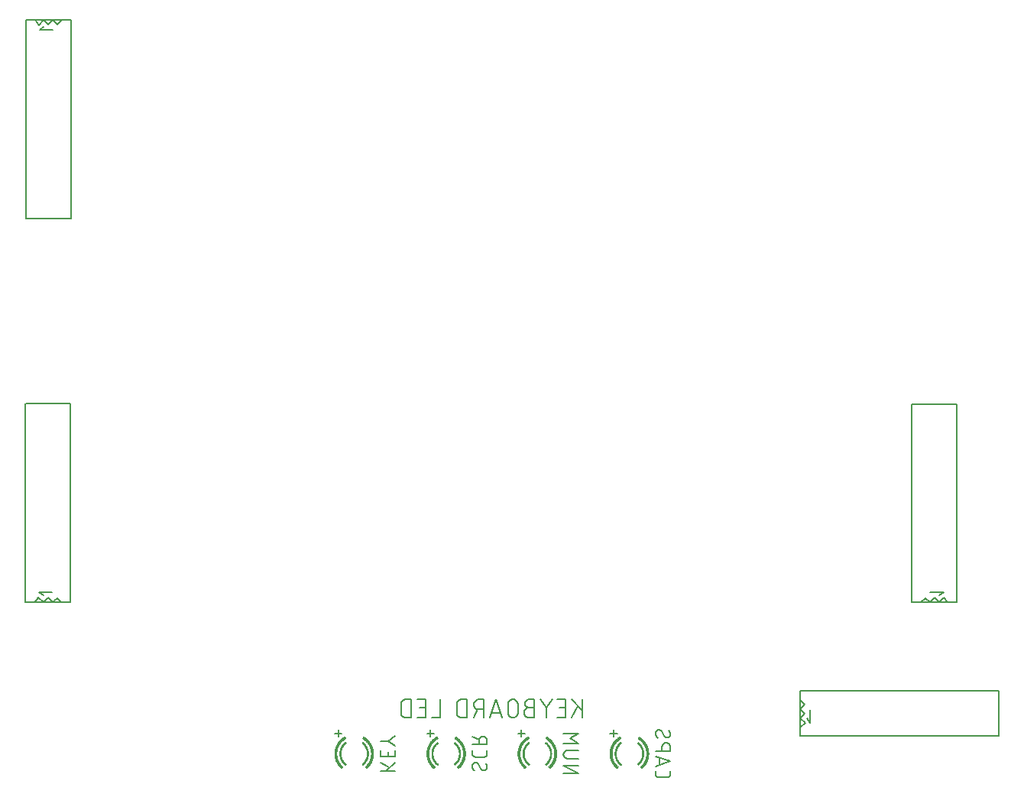
<source format=gbo>
G75*
%MOIN*%
%OFA0B0*%
%FSLAX25Y25*%
%IPPOS*%
%LPD*%
%AMOC8*
5,1,8,0,0,1.08239X$1,22.5*
%
%ADD10C,0.00600*%
%ADD11C,0.00700*%
%ADD12C,0.00800*%
%ADD13C,0.00500*%
%ADD14C,0.00060*%
%ADD15C,0.00100*%
D10*
X0042548Y0094145D02*
X0043348Y0095145D01*
X0044148Y0096245D01*
X0046448Y0094045D01*
X0047948Y0095645D01*
X0048348Y0096045D01*
X0050348Y0094045D01*
X0051048Y0094745D01*
X0052248Y0095845D01*
X0054148Y0093945D01*
X0050048Y0098345D02*
X0044448Y0098345D01*
X0045348Y0097745D01*
X0046348Y0097045D01*
X0193282Y0033511D02*
X0196660Y0033511D01*
X0199682Y0035644D01*
X0196660Y0033511D02*
X0199682Y0031377D01*
X0199682Y0029461D02*
X0199682Y0026616D01*
X0193282Y0026616D01*
X0193282Y0029461D01*
X0196837Y0028749D02*
X0196837Y0026616D01*
X0199682Y0024089D02*
X0195771Y0020533D01*
X0197193Y0021956D02*
X0193282Y0024089D01*
X0193282Y0020533D02*
X0199682Y0020533D01*
X0233439Y0028007D02*
X0233439Y0029429D01*
X0233440Y0028007D02*
X0233442Y0027933D01*
X0233448Y0027858D01*
X0233458Y0027785D01*
X0233471Y0027711D01*
X0233488Y0027639D01*
X0233510Y0027568D01*
X0233534Y0027497D01*
X0233563Y0027429D01*
X0233595Y0027361D01*
X0233631Y0027296D01*
X0233669Y0027233D01*
X0233712Y0027171D01*
X0233757Y0027112D01*
X0233805Y0027055D01*
X0233856Y0027001D01*
X0233910Y0026950D01*
X0233967Y0026902D01*
X0234026Y0026857D01*
X0234088Y0026814D01*
X0234151Y0026776D01*
X0234216Y0026740D01*
X0234284Y0026708D01*
X0234352Y0026679D01*
X0234423Y0026655D01*
X0234494Y0026633D01*
X0234566Y0026616D01*
X0234640Y0026603D01*
X0234713Y0026593D01*
X0234788Y0026587D01*
X0234862Y0026585D01*
X0238417Y0026585D01*
X0238491Y0026587D01*
X0238566Y0026593D01*
X0238639Y0026603D01*
X0238713Y0026616D01*
X0238785Y0026633D01*
X0238856Y0026655D01*
X0238927Y0026679D01*
X0238995Y0026708D01*
X0239063Y0026740D01*
X0239128Y0026776D01*
X0239191Y0026814D01*
X0239253Y0026857D01*
X0239312Y0026902D01*
X0239368Y0026950D01*
X0239423Y0027001D01*
X0239474Y0027055D01*
X0239522Y0027112D01*
X0239567Y0027171D01*
X0239610Y0027233D01*
X0239648Y0027296D01*
X0239684Y0027361D01*
X0239716Y0027429D01*
X0239745Y0027497D01*
X0239769Y0027568D01*
X0239791Y0027639D01*
X0239808Y0027711D01*
X0239821Y0027785D01*
X0239831Y0027858D01*
X0239837Y0027933D01*
X0239839Y0028007D01*
X0239839Y0029429D01*
X0239839Y0031970D02*
X0233439Y0031970D01*
X0236284Y0031970D02*
X0236284Y0033748D01*
X0236284Y0034103D02*
X0233439Y0035526D01*
X0236284Y0033748D02*
X0236286Y0033831D01*
X0236292Y0033914D01*
X0236302Y0033997D01*
X0236315Y0034080D01*
X0236333Y0034161D01*
X0236354Y0034242D01*
X0236379Y0034321D01*
X0236408Y0034399D01*
X0236440Y0034476D01*
X0236476Y0034551D01*
X0236515Y0034625D01*
X0236558Y0034696D01*
X0236604Y0034766D01*
X0236654Y0034833D01*
X0236706Y0034898D01*
X0236761Y0034960D01*
X0236820Y0035020D01*
X0236881Y0035077D01*
X0236944Y0035131D01*
X0237010Y0035182D01*
X0237079Y0035229D01*
X0237149Y0035274D01*
X0237222Y0035315D01*
X0237296Y0035352D01*
X0237372Y0035387D01*
X0237450Y0035417D01*
X0237528Y0035444D01*
X0237609Y0035467D01*
X0237690Y0035487D01*
X0237772Y0035502D01*
X0237854Y0035514D01*
X0237937Y0035522D01*
X0238020Y0035526D01*
X0238104Y0035526D01*
X0238187Y0035522D01*
X0238270Y0035514D01*
X0238352Y0035502D01*
X0238434Y0035487D01*
X0238515Y0035467D01*
X0238596Y0035444D01*
X0238674Y0035417D01*
X0238752Y0035387D01*
X0238828Y0035352D01*
X0238902Y0035315D01*
X0238975Y0035274D01*
X0239045Y0035229D01*
X0239114Y0035182D01*
X0239180Y0035131D01*
X0239243Y0035077D01*
X0239304Y0035020D01*
X0239363Y0034960D01*
X0239418Y0034898D01*
X0239470Y0034833D01*
X0239520Y0034766D01*
X0239566Y0034696D01*
X0239609Y0034625D01*
X0239648Y0034551D01*
X0239684Y0034476D01*
X0239716Y0034399D01*
X0239745Y0034321D01*
X0239770Y0034242D01*
X0239791Y0034161D01*
X0239809Y0034080D01*
X0239822Y0033997D01*
X0239832Y0033914D01*
X0239838Y0033831D01*
X0239840Y0033748D01*
X0239839Y0033748D02*
X0239839Y0031970D01*
X0236106Y0023496D02*
X0237173Y0021541D01*
X0239840Y0022252D02*
X0239838Y0022353D01*
X0239832Y0022454D01*
X0239823Y0022554D01*
X0239809Y0022654D01*
X0239792Y0022754D01*
X0239772Y0022853D01*
X0239747Y0022950D01*
X0239719Y0023047D01*
X0239687Y0023143D01*
X0239651Y0023238D01*
X0239612Y0023331D01*
X0239570Y0023422D01*
X0239524Y0023512D01*
X0239474Y0023600D01*
X0239422Y0023686D01*
X0239366Y0023770D01*
X0239307Y0023852D01*
X0237173Y0021541D02*
X0237213Y0021477D01*
X0237256Y0021416D01*
X0237302Y0021357D01*
X0237351Y0021300D01*
X0237403Y0021246D01*
X0237457Y0021195D01*
X0237515Y0021147D01*
X0237574Y0021101D01*
X0237636Y0021059D01*
X0237701Y0021020D01*
X0237767Y0020985D01*
X0237834Y0020953D01*
X0237904Y0020924D01*
X0237974Y0020899D01*
X0238046Y0020878D01*
X0238119Y0020861D01*
X0238193Y0020847D01*
X0238267Y0020838D01*
X0238342Y0020832D01*
X0238417Y0020830D01*
X0238491Y0020832D01*
X0238566Y0020838D01*
X0238639Y0020848D01*
X0238713Y0020861D01*
X0238785Y0020878D01*
X0238856Y0020900D01*
X0238927Y0020924D01*
X0238995Y0020953D01*
X0239063Y0020985D01*
X0239128Y0021021D01*
X0239191Y0021059D01*
X0239253Y0021102D01*
X0239312Y0021147D01*
X0239369Y0021195D01*
X0239423Y0021246D01*
X0239474Y0021301D01*
X0239522Y0021357D01*
X0239567Y0021416D01*
X0239610Y0021478D01*
X0239648Y0021541D01*
X0239684Y0021606D01*
X0239716Y0021674D01*
X0239745Y0021742D01*
X0239769Y0021813D01*
X0239791Y0021884D01*
X0239808Y0021956D01*
X0239821Y0022030D01*
X0239831Y0022103D01*
X0239837Y0022178D01*
X0239839Y0022252D01*
X0234329Y0020652D02*
X0234254Y0020729D01*
X0234181Y0020809D01*
X0234112Y0020892D01*
X0234045Y0020977D01*
X0233982Y0021064D01*
X0233922Y0021153D01*
X0233865Y0021245D01*
X0233811Y0021338D01*
X0233761Y0021434D01*
X0233714Y0021531D01*
X0233671Y0021630D01*
X0233631Y0021730D01*
X0233595Y0021831D01*
X0233563Y0021934D01*
X0233534Y0022038D01*
X0233509Y0022143D01*
X0233488Y0022249D01*
X0233471Y0022355D01*
X0233457Y0022462D01*
X0233448Y0022570D01*
X0233442Y0022677D01*
X0233440Y0022785D01*
X0233442Y0022859D01*
X0233448Y0022934D01*
X0233458Y0023007D01*
X0233471Y0023081D01*
X0233488Y0023153D01*
X0233510Y0023224D01*
X0233534Y0023295D01*
X0233563Y0023363D01*
X0233595Y0023431D01*
X0233631Y0023496D01*
X0233669Y0023559D01*
X0233712Y0023621D01*
X0233757Y0023680D01*
X0233805Y0023737D01*
X0233856Y0023791D01*
X0233910Y0023842D01*
X0233967Y0023890D01*
X0234026Y0023935D01*
X0234088Y0023978D01*
X0234151Y0024016D01*
X0234216Y0024052D01*
X0234284Y0024084D01*
X0234352Y0024113D01*
X0234423Y0024137D01*
X0234494Y0024159D01*
X0234566Y0024176D01*
X0234640Y0024189D01*
X0234713Y0024199D01*
X0234788Y0024205D01*
X0234862Y0024207D01*
X0234937Y0024205D01*
X0235012Y0024199D01*
X0235086Y0024190D01*
X0235160Y0024176D01*
X0235233Y0024159D01*
X0235305Y0024138D01*
X0235375Y0024113D01*
X0235445Y0024084D01*
X0235512Y0024052D01*
X0235578Y0024017D01*
X0235643Y0023978D01*
X0235705Y0023936D01*
X0235764Y0023890D01*
X0235822Y0023842D01*
X0235876Y0023791D01*
X0235928Y0023737D01*
X0235977Y0023680D01*
X0236023Y0023621D01*
X0236066Y0023560D01*
X0236106Y0023496D01*
X0273203Y0022919D02*
X0279603Y0022919D01*
X0279603Y0025928D02*
X0274981Y0025928D01*
X0274898Y0025930D01*
X0274815Y0025936D01*
X0274732Y0025946D01*
X0274649Y0025959D01*
X0274568Y0025977D01*
X0274487Y0025998D01*
X0274408Y0026023D01*
X0274330Y0026052D01*
X0274253Y0026084D01*
X0274178Y0026120D01*
X0274104Y0026159D01*
X0274033Y0026202D01*
X0273963Y0026248D01*
X0273896Y0026298D01*
X0273831Y0026350D01*
X0273769Y0026405D01*
X0273709Y0026464D01*
X0273652Y0026525D01*
X0273598Y0026588D01*
X0273547Y0026654D01*
X0273500Y0026723D01*
X0273455Y0026793D01*
X0273414Y0026866D01*
X0273377Y0026940D01*
X0273342Y0027016D01*
X0273312Y0027094D01*
X0273285Y0027172D01*
X0273262Y0027253D01*
X0273242Y0027334D01*
X0273227Y0027416D01*
X0273215Y0027498D01*
X0273207Y0027581D01*
X0273203Y0027664D01*
X0273203Y0027748D01*
X0273207Y0027831D01*
X0273215Y0027914D01*
X0273227Y0027996D01*
X0273242Y0028078D01*
X0273262Y0028159D01*
X0273285Y0028240D01*
X0273312Y0028318D01*
X0273342Y0028396D01*
X0273377Y0028472D01*
X0273414Y0028546D01*
X0273455Y0028619D01*
X0273500Y0028689D01*
X0273547Y0028758D01*
X0273598Y0028824D01*
X0273652Y0028887D01*
X0273709Y0028948D01*
X0273769Y0029007D01*
X0273831Y0029062D01*
X0273896Y0029114D01*
X0273963Y0029164D01*
X0274033Y0029210D01*
X0274104Y0029253D01*
X0274178Y0029292D01*
X0274253Y0029328D01*
X0274330Y0029360D01*
X0274408Y0029389D01*
X0274487Y0029414D01*
X0274568Y0029435D01*
X0274649Y0029453D01*
X0274732Y0029466D01*
X0274815Y0029476D01*
X0274898Y0029482D01*
X0274981Y0029484D01*
X0279603Y0029484D01*
X0279603Y0032547D02*
X0273203Y0032547D01*
X0276048Y0034680D02*
X0279603Y0036814D01*
X0273203Y0036814D01*
X0276048Y0034680D02*
X0279603Y0032547D01*
X0273203Y0022919D02*
X0279603Y0019364D01*
X0273203Y0019364D01*
X0313361Y0019110D02*
X0313361Y0020532D01*
X0313361Y0022476D02*
X0319761Y0024609D01*
X0313361Y0026742D01*
X0314961Y0026209D02*
X0314961Y0023009D01*
X0313361Y0019110D02*
X0313363Y0019036D01*
X0313369Y0018961D01*
X0313379Y0018888D01*
X0313392Y0018814D01*
X0313409Y0018742D01*
X0313431Y0018671D01*
X0313455Y0018600D01*
X0313484Y0018532D01*
X0313516Y0018464D01*
X0313552Y0018399D01*
X0313590Y0018336D01*
X0313633Y0018274D01*
X0313678Y0018215D01*
X0313726Y0018158D01*
X0313777Y0018104D01*
X0313831Y0018053D01*
X0313888Y0018005D01*
X0313947Y0017960D01*
X0314009Y0017917D01*
X0314072Y0017879D01*
X0314137Y0017843D01*
X0314205Y0017811D01*
X0314273Y0017782D01*
X0314344Y0017758D01*
X0314415Y0017736D01*
X0314487Y0017719D01*
X0314561Y0017706D01*
X0314634Y0017696D01*
X0314709Y0017690D01*
X0314783Y0017688D01*
X0314783Y0017687D02*
X0318338Y0017687D01*
X0318338Y0017688D02*
X0318412Y0017690D01*
X0318487Y0017696D01*
X0318560Y0017706D01*
X0318634Y0017719D01*
X0318706Y0017736D01*
X0318777Y0017758D01*
X0318848Y0017782D01*
X0318916Y0017811D01*
X0318984Y0017843D01*
X0319049Y0017879D01*
X0319112Y0017917D01*
X0319174Y0017960D01*
X0319233Y0018005D01*
X0319289Y0018053D01*
X0319344Y0018104D01*
X0319395Y0018158D01*
X0319443Y0018215D01*
X0319488Y0018274D01*
X0319531Y0018336D01*
X0319569Y0018399D01*
X0319605Y0018464D01*
X0319637Y0018532D01*
X0319666Y0018600D01*
X0319690Y0018671D01*
X0319712Y0018742D01*
X0319729Y0018814D01*
X0319742Y0018888D01*
X0319752Y0018961D01*
X0319758Y0019036D01*
X0319760Y0019110D01*
X0319761Y0019110D02*
X0319761Y0020532D01*
X0319761Y0029274D02*
X0313361Y0029274D01*
X0316205Y0029274D02*
X0316205Y0031051D01*
X0316207Y0031134D01*
X0316213Y0031217D01*
X0316223Y0031300D01*
X0316236Y0031383D01*
X0316254Y0031464D01*
X0316275Y0031545D01*
X0316300Y0031624D01*
X0316329Y0031702D01*
X0316361Y0031779D01*
X0316397Y0031854D01*
X0316436Y0031928D01*
X0316479Y0031999D01*
X0316525Y0032069D01*
X0316575Y0032136D01*
X0316627Y0032201D01*
X0316682Y0032263D01*
X0316741Y0032323D01*
X0316802Y0032380D01*
X0316865Y0032434D01*
X0316931Y0032485D01*
X0317000Y0032532D01*
X0317070Y0032577D01*
X0317143Y0032618D01*
X0317217Y0032655D01*
X0317293Y0032690D01*
X0317371Y0032720D01*
X0317449Y0032747D01*
X0317530Y0032770D01*
X0317611Y0032790D01*
X0317693Y0032805D01*
X0317775Y0032817D01*
X0317858Y0032825D01*
X0317941Y0032829D01*
X0318025Y0032829D01*
X0318108Y0032825D01*
X0318191Y0032817D01*
X0318273Y0032805D01*
X0318355Y0032790D01*
X0318436Y0032770D01*
X0318517Y0032747D01*
X0318595Y0032720D01*
X0318673Y0032690D01*
X0318749Y0032655D01*
X0318823Y0032618D01*
X0318896Y0032577D01*
X0318966Y0032532D01*
X0319035Y0032485D01*
X0319101Y0032434D01*
X0319164Y0032380D01*
X0319225Y0032323D01*
X0319284Y0032263D01*
X0319339Y0032201D01*
X0319391Y0032136D01*
X0319441Y0032069D01*
X0319487Y0031999D01*
X0319530Y0031928D01*
X0319569Y0031854D01*
X0319605Y0031779D01*
X0319637Y0031702D01*
X0319666Y0031624D01*
X0319691Y0031545D01*
X0319712Y0031464D01*
X0319730Y0031383D01*
X0319743Y0031300D01*
X0319753Y0031217D01*
X0319759Y0031134D01*
X0319761Y0031051D01*
X0319761Y0029274D01*
X0317094Y0035823D02*
X0316027Y0037779D01*
X0313361Y0037068D02*
X0313363Y0036960D01*
X0313369Y0036853D01*
X0313378Y0036745D01*
X0313392Y0036638D01*
X0313409Y0036532D01*
X0313430Y0036426D01*
X0313455Y0036321D01*
X0313484Y0036217D01*
X0313516Y0036114D01*
X0313552Y0036013D01*
X0313592Y0035913D01*
X0313635Y0035814D01*
X0313682Y0035717D01*
X0313732Y0035621D01*
X0313786Y0035528D01*
X0313843Y0035436D01*
X0313903Y0035347D01*
X0313966Y0035260D01*
X0314033Y0035175D01*
X0314102Y0035092D01*
X0314175Y0035012D01*
X0314250Y0034935D01*
X0316027Y0037778D02*
X0315987Y0037842D01*
X0315944Y0037903D01*
X0315898Y0037962D01*
X0315849Y0038019D01*
X0315797Y0038073D01*
X0315743Y0038124D01*
X0315685Y0038172D01*
X0315626Y0038218D01*
X0315564Y0038260D01*
X0315499Y0038299D01*
X0315433Y0038334D01*
X0315366Y0038366D01*
X0315296Y0038395D01*
X0315226Y0038420D01*
X0315154Y0038441D01*
X0315081Y0038458D01*
X0315007Y0038472D01*
X0314933Y0038481D01*
X0314858Y0038487D01*
X0314783Y0038489D01*
X0314783Y0038490D02*
X0314709Y0038488D01*
X0314634Y0038482D01*
X0314561Y0038472D01*
X0314487Y0038459D01*
X0314415Y0038442D01*
X0314344Y0038420D01*
X0314273Y0038396D01*
X0314205Y0038367D01*
X0314137Y0038335D01*
X0314072Y0038299D01*
X0314009Y0038261D01*
X0313947Y0038218D01*
X0313888Y0038173D01*
X0313831Y0038125D01*
X0313777Y0038074D01*
X0313726Y0038020D01*
X0313678Y0037963D01*
X0313633Y0037904D01*
X0313590Y0037842D01*
X0313552Y0037779D01*
X0313516Y0037714D01*
X0313484Y0037646D01*
X0313455Y0037578D01*
X0313431Y0037507D01*
X0313409Y0037436D01*
X0313392Y0037364D01*
X0313379Y0037290D01*
X0313369Y0037217D01*
X0313363Y0037142D01*
X0313361Y0037068D01*
X0319228Y0038134D02*
X0319287Y0038052D01*
X0319343Y0037968D01*
X0319395Y0037882D01*
X0319445Y0037794D01*
X0319491Y0037704D01*
X0319533Y0037613D01*
X0319572Y0037520D01*
X0319608Y0037425D01*
X0319640Y0037329D01*
X0319668Y0037232D01*
X0319693Y0037135D01*
X0319713Y0037036D01*
X0319730Y0036936D01*
X0319744Y0036836D01*
X0319753Y0036736D01*
X0319759Y0036635D01*
X0319761Y0036534D01*
X0319760Y0036534D02*
X0319758Y0036460D01*
X0319752Y0036385D01*
X0319742Y0036312D01*
X0319729Y0036238D01*
X0319712Y0036166D01*
X0319690Y0036095D01*
X0319666Y0036024D01*
X0319637Y0035956D01*
X0319605Y0035888D01*
X0319569Y0035823D01*
X0319531Y0035760D01*
X0319488Y0035698D01*
X0319443Y0035639D01*
X0319395Y0035583D01*
X0319344Y0035528D01*
X0319290Y0035477D01*
X0319233Y0035429D01*
X0319174Y0035384D01*
X0319112Y0035341D01*
X0319049Y0035303D01*
X0318984Y0035267D01*
X0318916Y0035235D01*
X0318848Y0035206D01*
X0318777Y0035182D01*
X0318706Y0035160D01*
X0318634Y0035143D01*
X0318560Y0035130D01*
X0318487Y0035120D01*
X0318412Y0035114D01*
X0318338Y0035112D01*
X0318338Y0035113D02*
X0318263Y0035115D01*
X0318188Y0035121D01*
X0318114Y0035130D01*
X0318040Y0035144D01*
X0317967Y0035161D01*
X0317895Y0035182D01*
X0317825Y0035207D01*
X0317755Y0035236D01*
X0317688Y0035268D01*
X0317622Y0035303D01*
X0317557Y0035342D01*
X0317495Y0035384D01*
X0317436Y0035430D01*
X0317378Y0035478D01*
X0317324Y0035529D01*
X0317272Y0035583D01*
X0317223Y0035640D01*
X0317177Y0035699D01*
X0317134Y0035760D01*
X0317094Y0035824D01*
D11*
X0281259Y0043824D02*
X0281259Y0051724D01*
X0279504Y0048651D02*
X0276870Y0043824D01*
X0274023Y0043824D02*
X0274023Y0051724D01*
X0270512Y0051724D01*
X0268391Y0051724D02*
X0265758Y0047993D01*
X0265758Y0043824D01*
X0265758Y0047993D02*
X0263125Y0051724D01*
X0260337Y0051724D02*
X0258142Y0051724D01*
X0258060Y0051722D01*
X0257978Y0051716D01*
X0257896Y0051707D01*
X0257815Y0051693D01*
X0257734Y0051676D01*
X0257654Y0051655D01*
X0257576Y0051630D01*
X0257499Y0051602D01*
X0257423Y0051570D01*
X0257348Y0051534D01*
X0257276Y0051496D01*
X0257205Y0051453D01*
X0257137Y0051408D01*
X0257070Y0051359D01*
X0257006Y0051307D01*
X0256945Y0051253D01*
X0256886Y0051195D01*
X0256830Y0051135D01*
X0256776Y0051072D01*
X0256726Y0051007D01*
X0256679Y0050939D01*
X0256635Y0050870D01*
X0256595Y0050798D01*
X0256557Y0050725D01*
X0256524Y0050649D01*
X0256493Y0050573D01*
X0256467Y0050495D01*
X0256444Y0050416D01*
X0256425Y0050336D01*
X0256410Y0050255D01*
X0256398Y0050173D01*
X0256390Y0050091D01*
X0256386Y0050009D01*
X0256386Y0049927D01*
X0256390Y0049845D01*
X0256398Y0049763D01*
X0256410Y0049681D01*
X0256425Y0049600D01*
X0256444Y0049520D01*
X0256467Y0049441D01*
X0256493Y0049363D01*
X0256524Y0049287D01*
X0256557Y0049211D01*
X0256595Y0049138D01*
X0256635Y0049066D01*
X0256679Y0048997D01*
X0256726Y0048929D01*
X0256776Y0048864D01*
X0256830Y0048801D01*
X0256886Y0048741D01*
X0256945Y0048683D01*
X0257006Y0048629D01*
X0257070Y0048577D01*
X0257137Y0048528D01*
X0257205Y0048483D01*
X0257276Y0048440D01*
X0257348Y0048402D01*
X0257423Y0048366D01*
X0257499Y0048334D01*
X0257576Y0048306D01*
X0257654Y0048281D01*
X0257734Y0048260D01*
X0257815Y0048243D01*
X0257896Y0048229D01*
X0257978Y0048220D01*
X0258060Y0048214D01*
X0258142Y0048212D01*
X0258142Y0048213D02*
X0260337Y0048213D01*
X0258142Y0048212D02*
X0258050Y0048210D01*
X0257958Y0048204D01*
X0257867Y0048195D01*
X0257776Y0048181D01*
X0257686Y0048164D01*
X0257596Y0048143D01*
X0257508Y0048118D01*
X0257420Y0048090D01*
X0257334Y0048058D01*
X0257250Y0048022D01*
X0257166Y0047983D01*
X0257085Y0047941D01*
X0257005Y0047895D01*
X0256928Y0047845D01*
X0256852Y0047793D01*
X0256779Y0047737D01*
X0256708Y0047679D01*
X0256640Y0047617D01*
X0256574Y0047553D01*
X0256512Y0047486D01*
X0256451Y0047417D01*
X0256394Y0047344D01*
X0256340Y0047270D01*
X0256290Y0047194D01*
X0256242Y0047115D01*
X0256198Y0047034D01*
X0256157Y0046952D01*
X0256119Y0046868D01*
X0256086Y0046783D01*
X0256055Y0046696D01*
X0256029Y0046608D01*
X0256006Y0046519D01*
X0255987Y0046429D01*
X0255972Y0046339D01*
X0255960Y0046247D01*
X0255952Y0046156D01*
X0255948Y0046064D01*
X0255948Y0045972D01*
X0255952Y0045880D01*
X0255960Y0045789D01*
X0255972Y0045697D01*
X0255987Y0045607D01*
X0256006Y0045517D01*
X0256029Y0045428D01*
X0256055Y0045340D01*
X0256086Y0045253D01*
X0256119Y0045168D01*
X0256157Y0045084D01*
X0256198Y0045002D01*
X0256242Y0044921D01*
X0256290Y0044842D01*
X0256340Y0044766D01*
X0256394Y0044692D01*
X0256451Y0044619D01*
X0256512Y0044550D01*
X0256574Y0044483D01*
X0256640Y0044419D01*
X0256708Y0044357D01*
X0256779Y0044299D01*
X0256852Y0044243D01*
X0256928Y0044191D01*
X0257005Y0044141D01*
X0257085Y0044095D01*
X0257166Y0044053D01*
X0257250Y0044014D01*
X0257334Y0043978D01*
X0257420Y0043946D01*
X0257508Y0043918D01*
X0257596Y0043893D01*
X0257686Y0043872D01*
X0257776Y0043855D01*
X0257867Y0043841D01*
X0257958Y0043832D01*
X0258050Y0043826D01*
X0258142Y0043824D01*
X0260337Y0043824D01*
X0260337Y0051724D01*
X0253355Y0049529D02*
X0253355Y0046018D01*
X0253353Y0045926D01*
X0253347Y0045834D01*
X0253338Y0045743D01*
X0253324Y0045652D01*
X0253307Y0045562D01*
X0253286Y0045472D01*
X0253261Y0045384D01*
X0253233Y0045296D01*
X0253201Y0045210D01*
X0253165Y0045126D01*
X0253126Y0045042D01*
X0253084Y0044961D01*
X0253038Y0044881D01*
X0252988Y0044804D01*
X0252936Y0044728D01*
X0252880Y0044655D01*
X0252822Y0044584D01*
X0252760Y0044516D01*
X0252696Y0044450D01*
X0252629Y0044388D01*
X0252560Y0044327D01*
X0252487Y0044270D01*
X0252413Y0044216D01*
X0252337Y0044166D01*
X0252258Y0044118D01*
X0252177Y0044074D01*
X0252095Y0044033D01*
X0252011Y0043995D01*
X0251926Y0043962D01*
X0251839Y0043931D01*
X0251751Y0043905D01*
X0251662Y0043882D01*
X0251572Y0043863D01*
X0251482Y0043848D01*
X0251390Y0043836D01*
X0251299Y0043828D01*
X0251207Y0043824D01*
X0251115Y0043824D01*
X0251023Y0043828D01*
X0250932Y0043836D01*
X0250840Y0043848D01*
X0250750Y0043863D01*
X0250660Y0043882D01*
X0250571Y0043905D01*
X0250483Y0043931D01*
X0250396Y0043962D01*
X0250311Y0043995D01*
X0250227Y0044033D01*
X0250145Y0044074D01*
X0250064Y0044118D01*
X0249985Y0044166D01*
X0249909Y0044216D01*
X0249835Y0044270D01*
X0249762Y0044327D01*
X0249693Y0044388D01*
X0249626Y0044450D01*
X0249562Y0044516D01*
X0249500Y0044584D01*
X0249442Y0044655D01*
X0249386Y0044728D01*
X0249334Y0044804D01*
X0249284Y0044881D01*
X0249238Y0044961D01*
X0249196Y0045042D01*
X0249157Y0045126D01*
X0249121Y0045210D01*
X0249089Y0045296D01*
X0249061Y0045384D01*
X0249036Y0045472D01*
X0249015Y0045562D01*
X0248998Y0045652D01*
X0248984Y0045743D01*
X0248975Y0045834D01*
X0248969Y0045926D01*
X0248967Y0046018D01*
X0248966Y0046018D02*
X0248966Y0049529D01*
X0248967Y0049529D02*
X0248969Y0049621D01*
X0248975Y0049713D01*
X0248984Y0049804D01*
X0248998Y0049895D01*
X0249015Y0049985D01*
X0249036Y0050075D01*
X0249061Y0050163D01*
X0249089Y0050251D01*
X0249121Y0050337D01*
X0249157Y0050421D01*
X0249196Y0050505D01*
X0249238Y0050586D01*
X0249284Y0050666D01*
X0249334Y0050743D01*
X0249386Y0050819D01*
X0249442Y0050892D01*
X0249500Y0050963D01*
X0249562Y0051031D01*
X0249626Y0051097D01*
X0249693Y0051159D01*
X0249762Y0051220D01*
X0249835Y0051277D01*
X0249909Y0051331D01*
X0249985Y0051381D01*
X0250064Y0051429D01*
X0250145Y0051473D01*
X0250227Y0051514D01*
X0250311Y0051552D01*
X0250396Y0051585D01*
X0250483Y0051616D01*
X0250571Y0051642D01*
X0250660Y0051665D01*
X0250750Y0051684D01*
X0250840Y0051699D01*
X0250932Y0051711D01*
X0251023Y0051719D01*
X0251115Y0051723D01*
X0251207Y0051723D01*
X0251299Y0051719D01*
X0251390Y0051711D01*
X0251482Y0051699D01*
X0251572Y0051684D01*
X0251662Y0051665D01*
X0251751Y0051642D01*
X0251839Y0051616D01*
X0251926Y0051585D01*
X0252011Y0051552D01*
X0252095Y0051514D01*
X0252177Y0051473D01*
X0252258Y0051429D01*
X0252337Y0051381D01*
X0252413Y0051331D01*
X0252487Y0051277D01*
X0252560Y0051220D01*
X0252629Y0051159D01*
X0252696Y0051097D01*
X0252760Y0051031D01*
X0252822Y0050963D01*
X0252880Y0050892D01*
X0252936Y0050819D01*
X0252988Y0050743D01*
X0253038Y0050666D01*
X0253084Y0050586D01*
X0253126Y0050505D01*
X0253165Y0050421D01*
X0253201Y0050337D01*
X0253233Y0050251D01*
X0253261Y0050163D01*
X0253286Y0050075D01*
X0253307Y0049985D01*
X0253324Y0049895D01*
X0253338Y0049804D01*
X0253347Y0049713D01*
X0253353Y0049621D01*
X0253355Y0049529D01*
X0245837Y0045799D02*
X0241887Y0045799D01*
X0241229Y0043824D02*
X0243862Y0051724D01*
X0246496Y0043824D01*
X0238483Y0043824D02*
X0238483Y0051724D01*
X0236289Y0051724D01*
X0236289Y0051723D02*
X0236197Y0051721D01*
X0236105Y0051715D01*
X0236014Y0051706D01*
X0235923Y0051692D01*
X0235833Y0051675D01*
X0235743Y0051654D01*
X0235655Y0051629D01*
X0235567Y0051601D01*
X0235481Y0051569D01*
X0235397Y0051533D01*
X0235313Y0051494D01*
X0235232Y0051452D01*
X0235152Y0051406D01*
X0235075Y0051356D01*
X0234999Y0051304D01*
X0234926Y0051248D01*
X0234855Y0051190D01*
X0234787Y0051128D01*
X0234721Y0051064D01*
X0234659Y0050997D01*
X0234598Y0050928D01*
X0234541Y0050855D01*
X0234487Y0050781D01*
X0234437Y0050705D01*
X0234389Y0050626D01*
X0234345Y0050545D01*
X0234304Y0050463D01*
X0234266Y0050379D01*
X0234233Y0050294D01*
X0234202Y0050207D01*
X0234176Y0050119D01*
X0234153Y0050030D01*
X0234134Y0049940D01*
X0234119Y0049850D01*
X0234107Y0049758D01*
X0234099Y0049667D01*
X0234095Y0049575D01*
X0234095Y0049483D01*
X0234099Y0049391D01*
X0234107Y0049300D01*
X0234119Y0049208D01*
X0234134Y0049118D01*
X0234153Y0049028D01*
X0234176Y0048939D01*
X0234202Y0048851D01*
X0234233Y0048764D01*
X0234266Y0048679D01*
X0234304Y0048595D01*
X0234345Y0048513D01*
X0234389Y0048432D01*
X0234437Y0048353D01*
X0234487Y0048277D01*
X0234541Y0048203D01*
X0234598Y0048130D01*
X0234659Y0048061D01*
X0234721Y0047994D01*
X0234787Y0047930D01*
X0234855Y0047868D01*
X0234926Y0047810D01*
X0234999Y0047754D01*
X0235075Y0047702D01*
X0235152Y0047652D01*
X0235232Y0047606D01*
X0235313Y0047564D01*
X0235397Y0047525D01*
X0235481Y0047489D01*
X0235567Y0047457D01*
X0235655Y0047429D01*
X0235743Y0047404D01*
X0235833Y0047383D01*
X0235923Y0047366D01*
X0236014Y0047352D01*
X0236105Y0047343D01*
X0236197Y0047337D01*
X0236289Y0047335D01*
X0238483Y0047335D01*
X0235850Y0047335D02*
X0234094Y0043824D01*
X0230973Y0043824D02*
X0228779Y0043824D01*
X0230973Y0043824D02*
X0230973Y0051724D01*
X0228779Y0051724D01*
X0228779Y0051723D02*
X0228688Y0051721D01*
X0228598Y0051716D01*
X0228508Y0051706D01*
X0228418Y0051693D01*
X0228329Y0051676D01*
X0228240Y0051656D01*
X0228153Y0051632D01*
X0228067Y0051604D01*
X0227981Y0051573D01*
X0227898Y0051538D01*
X0227815Y0051500D01*
X0227735Y0051459D01*
X0227656Y0051414D01*
X0227579Y0051366D01*
X0227504Y0051315D01*
X0227431Y0051260D01*
X0227361Y0051203D01*
X0227293Y0051143D01*
X0227228Y0051080D01*
X0227165Y0051015D01*
X0227105Y0050947D01*
X0227048Y0050877D01*
X0226993Y0050804D01*
X0226942Y0050729D01*
X0226894Y0050652D01*
X0226849Y0050573D01*
X0226808Y0050493D01*
X0226770Y0050410D01*
X0226735Y0050327D01*
X0226704Y0050241D01*
X0226676Y0050155D01*
X0226652Y0050068D01*
X0226632Y0049979D01*
X0226615Y0049890D01*
X0226602Y0049800D01*
X0226592Y0049710D01*
X0226587Y0049620D01*
X0226585Y0049529D01*
X0226584Y0049529D02*
X0226584Y0046018D01*
X0226585Y0046018D02*
X0226587Y0045927D01*
X0226592Y0045837D01*
X0226602Y0045747D01*
X0226615Y0045657D01*
X0226632Y0045568D01*
X0226652Y0045479D01*
X0226676Y0045392D01*
X0226704Y0045306D01*
X0226735Y0045220D01*
X0226770Y0045137D01*
X0226808Y0045054D01*
X0226849Y0044974D01*
X0226894Y0044895D01*
X0226942Y0044818D01*
X0226993Y0044743D01*
X0227048Y0044670D01*
X0227105Y0044600D01*
X0227165Y0044532D01*
X0227228Y0044467D01*
X0227293Y0044404D01*
X0227361Y0044344D01*
X0227431Y0044287D01*
X0227504Y0044232D01*
X0227579Y0044181D01*
X0227656Y0044133D01*
X0227735Y0044088D01*
X0227815Y0044047D01*
X0227898Y0044009D01*
X0227981Y0043974D01*
X0228067Y0043943D01*
X0228153Y0043915D01*
X0228240Y0043891D01*
X0228329Y0043871D01*
X0228418Y0043854D01*
X0228508Y0043841D01*
X0228598Y0043831D01*
X0228688Y0043826D01*
X0228779Y0043824D01*
X0219284Y0043824D02*
X0219284Y0051724D01*
X0212959Y0051724D02*
X0209448Y0051724D01*
X0206645Y0051724D02*
X0204450Y0051724D01*
X0206645Y0051724D02*
X0206645Y0043824D01*
X0204450Y0043824D01*
X0204359Y0043826D01*
X0204269Y0043831D01*
X0204179Y0043841D01*
X0204089Y0043854D01*
X0204000Y0043871D01*
X0203911Y0043891D01*
X0203824Y0043915D01*
X0203738Y0043943D01*
X0203652Y0043974D01*
X0203569Y0044009D01*
X0203486Y0044047D01*
X0203406Y0044088D01*
X0203327Y0044133D01*
X0203250Y0044181D01*
X0203175Y0044232D01*
X0203102Y0044287D01*
X0203032Y0044344D01*
X0202964Y0044404D01*
X0202899Y0044467D01*
X0202836Y0044532D01*
X0202776Y0044600D01*
X0202719Y0044670D01*
X0202664Y0044743D01*
X0202613Y0044818D01*
X0202565Y0044895D01*
X0202520Y0044974D01*
X0202479Y0045054D01*
X0202441Y0045137D01*
X0202406Y0045220D01*
X0202375Y0045306D01*
X0202347Y0045392D01*
X0202323Y0045479D01*
X0202303Y0045568D01*
X0202286Y0045657D01*
X0202273Y0045747D01*
X0202263Y0045837D01*
X0202258Y0045927D01*
X0202256Y0046018D01*
X0202256Y0049529D01*
X0202258Y0049620D01*
X0202263Y0049710D01*
X0202273Y0049800D01*
X0202286Y0049890D01*
X0202303Y0049979D01*
X0202323Y0050068D01*
X0202347Y0050155D01*
X0202375Y0050241D01*
X0202406Y0050327D01*
X0202441Y0050410D01*
X0202479Y0050493D01*
X0202520Y0050573D01*
X0202565Y0050652D01*
X0202613Y0050729D01*
X0202664Y0050804D01*
X0202719Y0050877D01*
X0202776Y0050947D01*
X0202836Y0051015D01*
X0202899Y0051080D01*
X0202964Y0051143D01*
X0203032Y0051203D01*
X0203102Y0051260D01*
X0203175Y0051315D01*
X0203250Y0051366D01*
X0203327Y0051414D01*
X0203406Y0051459D01*
X0203486Y0051500D01*
X0203569Y0051538D01*
X0203652Y0051573D01*
X0203738Y0051604D01*
X0203824Y0051632D01*
X0203911Y0051656D01*
X0204000Y0051676D01*
X0204089Y0051693D01*
X0204179Y0051706D01*
X0204269Y0051716D01*
X0204359Y0051721D01*
X0204450Y0051723D01*
X0210325Y0048213D02*
X0212959Y0048213D01*
X0212959Y0051724D02*
X0212959Y0043824D01*
X0209448Y0043824D01*
X0215773Y0043824D02*
X0219284Y0043824D01*
X0270512Y0043824D02*
X0274023Y0043824D01*
X0274023Y0048213D02*
X0271390Y0048213D01*
X0276870Y0051724D02*
X0281259Y0046896D01*
D12*
X0038548Y0093945D02*
X0038448Y0094045D01*
X0038448Y0180545D01*
X0038648Y0180745D01*
X0058148Y0180745D01*
X0058148Y0094145D01*
X0057948Y0093945D01*
X0054148Y0093945D01*
X0038548Y0093945D01*
X0038687Y0261396D02*
X0038687Y0348010D01*
X0042624Y0348010D01*
X0046561Y0348010D01*
X0050498Y0348010D01*
X0054435Y0348010D01*
X0058372Y0348010D01*
X0058372Y0261396D01*
X0038687Y0261396D01*
X0376561Y0055333D02*
X0376561Y0051396D01*
X0376561Y0047459D01*
X0376561Y0043522D01*
X0376561Y0039585D01*
X0376561Y0035648D01*
X0463175Y0035648D01*
X0463175Y0055333D01*
X0376561Y0055333D01*
X0425143Y0093994D02*
X0429080Y0093994D01*
X0433017Y0093994D01*
X0436954Y0093994D01*
X0440891Y0093994D01*
X0444828Y0093994D01*
X0444828Y0180608D01*
X0425143Y0180608D01*
X0425143Y0093994D01*
D13*
X0429080Y0093994D02*
X0431049Y0095766D01*
X0433017Y0093994D01*
X0434986Y0095963D01*
X0436954Y0093994D01*
X0439120Y0096160D01*
X0440891Y0093994D01*
X0438923Y0098325D02*
X0433214Y0098325D01*
X0436954Y0096947D02*
X0438923Y0098325D01*
X0378332Y0049427D02*
X0376561Y0051396D01*
X0378332Y0049427D02*
X0376561Y0047459D01*
X0378529Y0045490D01*
X0376561Y0043522D01*
X0378726Y0041356D01*
X0376561Y0039585D01*
X0380891Y0041553D02*
X0379513Y0043522D01*
X0380891Y0041553D02*
X0380891Y0047262D01*
X0296597Y0036889D02*
X0293497Y0036889D01*
X0294997Y0038289D02*
X0294997Y0035389D01*
X0256439Y0036889D02*
X0253339Y0036889D01*
X0254839Y0038289D02*
X0254839Y0035389D01*
X0216676Y0036889D02*
X0213576Y0036889D01*
X0215076Y0038289D02*
X0215076Y0035389D01*
X0176518Y0036889D02*
X0173418Y0036889D01*
X0174918Y0038289D02*
X0174918Y0035389D01*
X0050301Y0343679D02*
X0044592Y0343679D01*
X0046561Y0345057D01*
X0048529Y0346041D02*
X0046561Y0348010D01*
X0044395Y0345845D01*
X0042624Y0348010D01*
X0048529Y0346041D02*
X0050498Y0348010D01*
X0052466Y0346238D01*
X0054435Y0348010D01*
D14*
X0175449Y0028059D02*
X0175989Y0028059D01*
X0175988Y0028059D02*
X0175991Y0027909D01*
X0175997Y0027760D01*
X0176008Y0027611D01*
X0176022Y0027462D01*
X0176041Y0027313D01*
X0176063Y0027165D01*
X0176089Y0027018D01*
X0176119Y0026871D01*
X0176153Y0026725D01*
X0176190Y0026581D01*
X0176231Y0026437D01*
X0176276Y0026294D01*
X0176325Y0026153D01*
X0176377Y0026012D01*
X0176434Y0025874D01*
X0176493Y0025737D01*
X0176556Y0025601D01*
X0176623Y0025467D01*
X0176693Y0025335D01*
X0176767Y0025205D01*
X0176844Y0025076D01*
X0176924Y0024950D01*
X0177008Y0024826D01*
X0177095Y0024704D01*
X0177185Y0024585D01*
X0177278Y0024467D01*
X0177374Y0024353D01*
X0177473Y0024241D01*
X0177575Y0024131D01*
X0177679Y0024024D01*
X0177787Y0023920D01*
X0177897Y0023819D01*
X0178010Y0023721D01*
X0178125Y0023625D01*
X0178243Y0023533D01*
X0178363Y0023444D01*
X0178050Y0023005D01*
X0178049Y0023004D01*
X0177925Y0023097D01*
X0177802Y0023192D01*
X0177682Y0023291D01*
X0177564Y0023392D01*
X0177449Y0023496D01*
X0177337Y0023603D01*
X0177227Y0023713D01*
X0177120Y0023826D01*
X0177016Y0023941D01*
X0176915Y0024059D01*
X0176817Y0024179D01*
X0176721Y0024301D01*
X0176629Y0024426D01*
X0176540Y0024553D01*
X0176454Y0024683D01*
X0176371Y0024814D01*
X0176292Y0024947D01*
X0176216Y0025083D01*
X0176143Y0025220D01*
X0176074Y0025359D01*
X0176008Y0025499D01*
X0175945Y0025642D01*
X0175887Y0025785D01*
X0175831Y0025930D01*
X0175780Y0026077D01*
X0175732Y0026224D01*
X0175687Y0026373D01*
X0175647Y0026523D01*
X0175610Y0026674D01*
X0175577Y0026826D01*
X0175547Y0026978D01*
X0175522Y0027131D01*
X0175500Y0027285D01*
X0175482Y0027439D01*
X0175468Y0027594D01*
X0175457Y0027749D01*
X0175451Y0027904D01*
X0175448Y0028059D01*
X0175504Y0028059D01*
X0175507Y0027905D01*
X0175513Y0027751D01*
X0175523Y0027598D01*
X0175538Y0027445D01*
X0175555Y0027292D01*
X0175577Y0027139D01*
X0175602Y0026988D01*
X0175632Y0026837D01*
X0175664Y0026686D01*
X0175701Y0026537D01*
X0175741Y0026388D01*
X0175785Y0026241D01*
X0175833Y0026095D01*
X0175884Y0025950D01*
X0175939Y0025806D01*
X0175997Y0025663D01*
X0176059Y0025522D01*
X0176124Y0025383D01*
X0176193Y0025246D01*
X0176265Y0025110D01*
X0176340Y0024975D01*
X0176419Y0024843D01*
X0176501Y0024713D01*
X0176586Y0024585D01*
X0176674Y0024459D01*
X0176766Y0024335D01*
X0176860Y0024214D01*
X0176958Y0024095D01*
X0177058Y0023978D01*
X0177161Y0023864D01*
X0177267Y0023752D01*
X0177376Y0023644D01*
X0177487Y0023538D01*
X0177601Y0023434D01*
X0177718Y0023334D01*
X0177837Y0023236D01*
X0177958Y0023142D01*
X0178082Y0023050D01*
X0178114Y0023096D01*
X0177989Y0023189D01*
X0177865Y0023285D01*
X0177744Y0023385D01*
X0177626Y0023487D01*
X0177510Y0023593D01*
X0177397Y0023701D01*
X0177287Y0023812D01*
X0177180Y0023926D01*
X0177076Y0024043D01*
X0176974Y0024162D01*
X0176876Y0024284D01*
X0176781Y0024409D01*
X0176689Y0024535D01*
X0176600Y0024664D01*
X0176515Y0024796D01*
X0176433Y0024929D01*
X0176354Y0025064D01*
X0176279Y0025202D01*
X0176207Y0025341D01*
X0176139Y0025482D01*
X0176075Y0025625D01*
X0176014Y0025769D01*
X0175957Y0025915D01*
X0175903Y0026062D01*
X0175854Y0026210D01*
X0175808Y0026360D01*
X0175766Y0026511D01*
X0175727Y0026663D01*
X0175693Y0026815D01*
X0175663Y0026969D01*
X0175636Y0027123D01*
X0175614Y0027278D01*
X0175595Y0027434D01*
X0175580Y0027590D01*
X0175570Y0027746D01*
X0175563Y0027902D01*
X0175560Y0028059D01*
X0175616Y0028059D01*
X0175619Y0027904D01*
X0175625Y0027749D01*
X0175636Y0027594D01*
X0175651Y0027440D01*
X0175669Y0027286D01*
X0175692Y0027132D01*
X0175718Y0026979D01*
X0175748Y0026827D01*
X0175782Y0026676D01*
X0175820Y0026525D01*
X0175861Y0026376D01*
X0175907Y0026227D01*
X0175956Y0026080D01*
X0176009Y0025934D01*
X0176066Y0025790D01*
X0176126Y0025647D01*
X0176190Y0025506D01*
X0176257Y0025366D01*
X0176328Y0025228D01*
X0176403Y0025092D01*
X0176481Y0024958D01*
X0176562Y0024826D01*
X0176647Y0024696D01*
X0176734Y0024568D01*
X0176826Y0024442D01*
X0176920Y0024319D01*
X0177017Y0024198D01*
X0177118Y0024080D01*
X0177221Y0023964D01*
X0177327Y0023851D01*
X0177437Y0023741D01*
X0177548Y0023634D01*
X0177663Y0023529D01*
X0177780Y0023428D01*
X0177900Y0023329D01*
X0178022Y0023233D01*
X0178147Y0023141D01*
X0178179Y0023187D01*
X0178056Y0023278D01*
X0177935Y0023373D01*
X0177816Y0023470D01*
X0177700Y0023571D01*
X0177587Y0023675D01*
X0177476Y0023781D01*
X0177368Y0023890D01*
X0177262Y0024002D01*
X0177160Y0024117D01*
X0177060Y0024234D01*
X0176964Y0024354D01*
X0176870Y0024476D01*
X0176780Y0024600D01*
X0176693Y0024727D01*
X0176609Y0024856D01*
X0176529Y0024987D01*
X0176452Y0025119D01*
X0176378Y0025254D01*
X0176307Y0025391D01*
X0176241Y0025529D01*
X0176177Y0025669D01*
X0176118Y0025811D01*
X0176061Y0025954D01*
X0176009Y0026099D01*
X0175960Y0026244D01*
X0175915Y0026391D01*
X0175874Y0026539D01*
X0175836Y0026688D01*
X0175803Y0026838D01*
X0175773Y0026989D01*
X0175747Y0027141D01*
X0175725Y0027293D01*
X0175706Y0027445D01*
X0175692Y0027598D01*
X0175681Y0027752D01*
X0175675Y0027905D01*
X0175672Y0028059D01*
X0175728Y0028059D01*
X0175731Y0027907D01*
X0175737Y0027755D01*
X0175748Y0027603D01*
X0175762Y0027451D01*
X0175780Y0027300D01*
X0175802Y0027149D01*
X0175828Y0026999D01*
X0175858Y0026850D01*
X0175891Y0026701D01*
X0175928Y0026554D01*
X0175969Y0026407D01*
X0176014Y0026261D01*
X0176062Y0026117D01*
X0176114Y0025974D01*
X0176169Y0025832D01*
X0176229Y0025692D01*
X0176291Y0025553D01*
X0176358Y0025416D01*
X0176427Y0025281D01*
X0176500Y0025147D01*
X0176577Y0025015D01*
X0176657Y0024886D01*
X0176740Y0024758D01*
X0176826Y0024633D01*
X0176915Y0024509D01*
X0177008Y0024388D01*
X0177103Y0024270D01*
X0177202Y0024154D01*
X0177303Y0024040D01*
X0177408Y0023929D01*
X0177515Y0023821D01*
X0177625Y0023716D01*
X0177737Y0023613D01*
X0177852Y0023513D01*
X0177970Y0023417D01*
X0178090Y0023323D01*
X0178212Y0023232D01*
X0178245Y0023278D01*
X0178123Y0023368D01*
X0178005Y0023460D01*
X0177888Y0023556D01*
X0177774Y0023655D01*
X0177663Y0023757D01*
X0177554Y0023861D01*
X0177448Y0023968D01*
X0177345Y0024078D01*
X0177244Y0024191D01*
X0177146Y0024306D01*
X0177052Y0024423D01*
X0176960Y0024543D01*
X0176872Y0024665D01*
X0176786Y0024789D01*
X0176704Y0024916D01*
X0176625Y0025044D01*
X0176549Y0025174D01*
X0176477Y0025307D01*
X0176408Y0025441D01*
X0176342Y0025577D01*
X0176280Y0025714D01*
X0176221Y0025853D01*
X0176166Y0025994D01*
X0176115Y0026135D01*
X0176067Y0026278D01*
X0176023Y0026423D01*
X0175982Y0026568D01*
X0175945Y0026714D01*
X0175912Y0026861D01*
X0175883Y0027009D01*
X0175858Y0027158D01*
X0175836Y0027307D01*
X0175818Y0027457D01*
X0175804Y0027607D01*
X0175793Y0027757D01*
X0175787Y0027908D01*
X0175784Y0028059D01*
X0175840Y0028059D01*
X0175843Y0027910D01*
X0175849Y0027760D01*
X0175859Y0027611D01*
X0175873Y0027463D01*
X0175891Y0027314D01*
X0175913Y0027166D01*
X0175938Y0027019D01*
X0175967Y0026873D01*
X0176000Y0026727D01*
X0176036Y0026582D01*
X0176077Y0026438D01*
X0176120Y0026295D01*
X0176168Y0026154D01*
X0176219Y0026013D01*
X0176273Y0025874D01*
X0176331Y0025737D01*
X0176393Y0025600D01*
X0176458Y0025466D01*
X0176526Y0025333D01*
X0176598Y0025202D01*
X0176673Y0025073D01*
X0176751Y0024946D01*
X0176833Y0024820D01*
X0176917Y0024697D01*
X0177005Y0024576D01*
X0177096Y0024458D01*
X0177190Y0024342D01*
X0177286Y0024228D01*
X0177386Y0024116D01*
X0177488Y0024007D01*
X0177593Y0023901D01*
X0177701Y0023798D01*
X0177811Y0023697D01*
X0177924Y0023599D01*
X0178039Y0023504D01*
X0178157Y0023412D01*
X0178277Y0023323D01*
X0178310Y0023369D01*
X0178188Y0023460D01*
X0178068Y0023553D01*
X0177951Y0023650D01*
X0177836Y0023750D01*
X0177724Y0023853D01*
X0177615Y0023959D01*
X0177508Y0024067D01*
X0177405Y0024179D01*
X0177304Y0024293D01*
X0177206Y0024409D01*
X0177112Y0024528D01*
X0177021Y0024650D01*
X0176932Y0024773D01*
X0176847Y0024900D01*
X0176766Y0025028D01*
X0176687Y0025158D01*
X0176613Y0025291D01*
X0176541Y0025425D01*
X0176473Y0025561D01*
X0176409Y0025699D01*
X0176349Y0025838D01*
X0176292Y0025979D01*
X0176238Y0026122D01*
X0176189Y0026265D01*
X0176143Y0026410D01*
X0176101Y0026557D01*
X0176063Y0026704D01*
X0176029Y0026852D01*
X0175999Y0027001D01*
X0175972Y0027151D01*
X0175950Y0027301D01*
X0175931Y0027452D01*
X0175916Y0027603D01*
X0175906Y0027755D01*
X0175899Y0027907D01*
X0175896Y0028059D01*
X0175952Y0028059D01*
X0175955Y0027908D01*
X0175962Y0027758D01*
X0175972Y0027608D01*
X0175987Y0027458D01*
X0176005Y0027308D01*
X0176027Y0027159D01*
X0176054Y0027011D01*
X0176084Y0026864D01*
X0176118Y0026717D01*
X0176155Y0026571D01*
X0176197Y0026426D01*
X0176242Y0026283D01*
X0176291Y0026141D01*
X0176344Y0025999D01*
X0176400Y0025860D01*
X0176460Y0025722D01*
X0176524Y0025585D01*
X0176591Y0025451D01*
X0176662Y0025318D01*
X0176736Y0025186D01*
X0176813Y0025057D01*
X0176894Y0024930D01*
X0176978Y0024805D01*
X0177066Y0024683D01*
X0177156Y0024562D01*
X0177250Y0024445D01*
X0177346Y0024329D01*
X0177446Y0024216D01*
X0177549Y0024106D01*
X0177654Y0023999D01*
X0177762Y0023894D01*
X0177873Y0023792D01*
X0177987Y0023693D01*
X0178103Y0023597D01*
X0178221Y0023504D01*
X0178342Y0023414D01*
X0187987Y0028119D02*
X0187447Y0028119D01*
X0187448Y0028119D02*
X0187445Y0028266D01*
X0187439Y0028413D01*
X0187429Y0028560D01*
X0187415Y0028707D01*
X0187397Y0028853D01*
X0187375Y0028999D01*
X0187350Y0029144D01*
X0187321Y0029288D01*
X0187289Y0029432D01*
X0187252Y0029574D01*
X0187212Y0029716D01*
X0187169Y0029856D01*
X0187121Y0029996D01*
X0187071Y0030134D01*
X0187016Y0030271D01*
X0186958Y0030406D01*
X0186897Y0030540D01*
X0186833Y0030673D01*
X0186764Y0030803D01*
X0186693Y0030932D01*
X0186618Y0031059D01*
X0186540Y0031184D01*
X0186459Y0031306D01*
X0186375Y0031427D01*
X0186288Y0031546D01*
X0186198Y0031662D01*
X0186104Y0031776D01*
X0186008Y0031887D01*
X0185909Y0031996D01*
X0185807Y0032103D01*
X0185703Y0032207D01*
X0185596Y0032308D01*
X0185486Y0032406D01*
X0185374Y0032501D01*
X0185259Y0032594D01*
X0185590Y0033019D01*
X0185591Y0033020D01*
X0185713Y0032922D01*
X0185833Y0032820D01*
X0185950Y0032716D01*
X0186064Y0032609D01*
X0186176Y0032498D01*
X0186284Y0032386D01*
X0186390Y0032270D01*
X0186493Y0032152D01*
X0186594Y0032031D01*
X0186691Y0031908D01*
X0186785Y0031783D01*
X0186875Y0031655D01*
X0186963Y0031525D01*
X0187047Y0031393D01*
X0187128Y0031258D01*
X0187206Y0031122D01*
X0187280Y0030984D01*
X0187350Y0030844D01*
X0187417Y0030702D01*
X0187481Y0030559D01*
X0187541Y0030414D01*
X0187597Y0030268D01*
X0187650Y0030120D01*
X0187699Y0029971D01*
X0187744Y0029821D01*
X0187785Y0029670D01*
X0187823Y0029517D01*
X0187857Y0029364D01*
X0187887Y0029210D01*
X0187913Y0029056D01*
X0187935Y0028901D01*
X0187954Y0028745D01*
X0187968Y0028589D01*
X0187979Y0028432D01*
X0187985Y0028276D01*
X0187988Y0028119D01*
X0187932Y0028119D01*
X0187929Y0028274D01*
X0187923Y0028430D01*
X0187912Y0028585D01*
X0187898Y0028739D01*
X0187880Y0028894D01*
X0187858Y0029047D01*
X0187832Y0029201D01*
X0187802Y0029353D01*
X0187769Y0029505D01*
X0187731Y0029656D01*
X0187690Y0029806D01*
X0187645Y0029954D01*
X0187597Y0030102D01*
X0187545Y0030248D01*
X0187489Y0030393D01*
X0187430Y0030537D01*
X0187367Y0030679D01*
X0187300Y0030819D01*
X0187230Y0030958D01*
X0187157Y0031095D01*
X0187080Y0031230D01*
X0187000Y0031363D01*
X0186916Y0031494D01*
X0186829Y0031623D01*
X0186739Y0031750D01*
X0186646Y0031874D01*
X0186550Y0031996D01*
X0186451Y0032116D01*
X0186349Y0032233D01*
X0186244Y0032347D01*
X0186136Y0032459D01*
X0186025Y0032568D01*
X0185912Y0032674D01*
X0185796Y0032778D01*
X0185677Y0032878D01*
X0185556Y0032976D01*
X0185522Y0032931D01*
X0185642Y0032835D01*
X0185759Y0032735D01*
X0185874Y0032633D01*
X0185987Y0032528D01*
X0186096Y0032419D01*
X0186203Y0032309D01*
X0186307Y0032195D01*
X0186408Y0032079D01*
X0186507Y0031961D01*
X0186602Y0031840D01*
X0186694Y0031716D01*
X0186783Y0031591D01*
X0186869Y0031463D01*
X0186952Y0031333D01*
X0187031Y0031202D01*
X0187108Y0031068D01*
X0187180Y0030932D01*
X0187250Y0030795D01*
X0187316Y0030656D01*
X0187378Y0030515D01*
X0187437Y0030373D01*
X0187492Y0030229D01*
X0187544Y0030084D01*
X0187592Y0029938D01*
X0187636Y0029790D01*
X0187677Y0029642D01*
X0187714Y0029492D01*
X0187747Y0029342D01*
X0187777Y0029191D01*
X0187802Y0029039D01*
X0187824Y0028887D01*
X0187842Y0028734D01*
X0187856Y0028580D01*
X0187867Y0028427D01*
X0187873Y0028273D01*
X0187876Y0028119D01*
X0187820Y0028119D01*
X0187817Y0028272D01*
X0187811Y0028424D01*
X0187801Y0028576D01*
X0187786Y0028728D01*
X0187769Y0028880D01*
X0187747Y0029031D01*
X0187722Y0029181D01*
X0187692Y0029331D01*
X0187659Y0029480D01*
X0187623Y0029628D01*
X0187583Y0029775D01*
X0187539Y0029921D01*
X0187491Y0030066D01*
X0187440Y0030209D01*
X0187385Y0030352D01*
X0187327Y0030493D01*
X0187265Y0030632D01*
X0187199Y0030770D01*
X0187131Y0030906D01*
X0187059Y0031041D01*
X0186983Y0031173D01*
X0186904Y0031304D01*
X0186822Y0031432D01*
X0186737Y0031559D01*
X0186649Y0031683D01*
X0186558Y0031806D01*
X0186463Y0031925D01*
X0186366Y0032043D01*
X0186266Y0032158D01*
X0186162Y0032270D01*
X0186057Y0032380D01*
X0185948Y0032487D01*
X0185837Y0032591D01*
X0185723Y0032693D01*
X0185606Y0032792D01*
X0185488Y0032887D01*
X0185453Y0032843D01*
X0185571Y0032748D01*
X0185686Y0032650D01*
X0185799Y0032550D01*
X0185909Y0032446D01*
X0186017Y0032340D01*
X0186122Y0032232D01*
X0186224Y0032120D01*
X0186323Y0032006D01*
X0186420Y0031890D01*
X0186513Y0031771D01*
X0186604Y0031650D01*
X0186691Y0031527D01*
X0186776Y0031402D01*
X0186857Y0031274D01*
X0186935Y0031145D01*
X0187010Y0031014D01*
X0187081Y0030880D01*
X0187149Y0030745D01*
X0187214Y0030609D01*
X0187275Y0030471D01*
X0187333Y0030331D01*
X0187387Y0030190D01*
X0187438Y0030048D01*
X0187485Y0029904D01*
X0187529Y0029759D01*
X0187569Y0029614D01*
X0187605Y0029467D01*
X0187637Y0029319D01*
X0187666Y0029171D01*
X0187692Y0029022D01*
X0187713Y0028872D01*
X0187731Y0028722D01*
X0187745Y0028572D01*
X0187755Y0028421D01*
X0187761Y0028270D01*
X0187764Y0028119D01*
X0187708Y0028119D01*
X0187705Y0028273D01*
X0187698Y0028427D01*
X0187688Y0028580D01*
X0187673Y0028734D01*
X0187655Y0028887D01*
X0187632Y0029039D01*
X0187606Y0029191D01*
X0187576Y0029342D01*
X0187541Y0029492D01*
X0187503Y0029641D01*
X0187462Y0029789D01*
X0187416Y0029936D01*
X0187367Y0030082D01*
X0187314Y0030227D01*
X0187257Y0030370D01*
X0187196Y0030511D01*
X0187132Y0030651D01*
X0187065Y0030790D01*
X0186993Y0030926D01*
X0186919Y0031061D01*
X0186841Y0031194D01*
X0186759Y0031324D01*
X0186674Y0031453D01*
X0186586Y0031579D01*
X0186495Y0031703D01*
X0186400Y0031825D01*
X0186303Y0031944D01*
X0186202Y0032060D01*
X0186099Y0032174D01*
X0185992Y0032286D01*
X0185883Y0032394D01*
X0185771Y0032500D01*
X0185656Y0032602D01*
X0185539Y0032702D01*
X0185419Y0032799D01*
X0185385Y0032755D01*
X0185503Y0032659D01*
X0185619Y0032560D01*
X0185733Y0032458D01*
X0185844Y0032354D01*
X0185952Y0032246D01*
X0186058Y0032136D01*
X0186160Y0032023D01*
X0186260Y0031908D01*
X0186357Y0031790D01*
X0186450Y0031669D01*
X0186541Y0031546D01*
X0186628Y0031421D01*
X0186712Y0031294D01*
X0186793Y0031165D01*
X0186870Y0031033D01*
X0186944Y0030900D01*
X0187015Y0030765D01*
X0187082Y0030628D01*
X0187145Y0030489D01*
X0187205Y0030349D01*
X0187261Y0030207D01*
X0187314Y0030064D01*
X0187363Y0029919D01*
X0187408Y0029773D01*
X0187449Y0029627D01*
X0187487Y0029479D01*
X0187521Y0029330D01*
X0187551Y0029181D01*
X0187577Y0029030D01*
X0187599Y0028879D01*
X0187618Y0028728D01*
X0187632Y0028576D01*
X0187643Y0028424D01*
X0187649Y0028272D01*
X0187652Y0028119D01*
X0187596Y0028119D01*
X0187593Y0028270D01*
X0187587Y0028421D01*
X0187576Y0028572D01*
X0187562Y0028722D01*
X0187544Y0028872D01*
X0187522Y0029022D01*
X0187496Y0029170D01*
X0187466Y0029319D01*
X0187432Y0029466D01*
X0187395Y0029612D01*
X0187354Y0029758D01*
X0187309Y0029902D01*
X0187261Y0030045D01*
X0187209Y0030187D01*
X0187153Y0030327D01*
X0187094Y0030466D01*
X0187031Y0030604D01*
X0186965Y0030739D01*
X0186895Y0030873D01*
X0186822Y0031005D01*
X0186745Y0031136D01*
X0186665Y0031264D01*
X0186582Y0031390D01*
X0186495Y0031514D01*
X0186406Y0031635D01*
X0186313Y0031755D01*
X0186217Y0031872D01*
X0186119Y0031986D01*
X0186017Y0032098D01*
X0185913Y0032207D01*
X0185805Y0032313D01*
X0185695Y0032417D01*
X0185583Y0032518D01*
X0185468Y0032616D01*
X0185350Y0032710D01*
X0185316Y0032666D01*
X0185432Y0032572D01*
X0185546Y0032475D01*
X0185658Y0032376D01*
X0185767Y0032273D01*
X0185873Y0032167D01*
X0185976Y0032059D01*
X0186077Y0031949D01*
X0186174Y0031835D01*
X0186269Y0031720D01*
X0186361Y0031601D01*
X0186450Y0031481D01*
X0186535Y0031358D01*
X0186618Y0031233D01*
X0186697Y0031106D01*
X0186773Y0030978D01*
X0186845Y0030847D01*
X0186915Y0030714D01*
X0186980Y0030580D01*
X0187043Y0030444D01*
X0187101Y0030306D01*
X0187157Y0030167D01*
X0187208Y0030026D01*
X0187256Y0029885D01*
X0187300Y0029742D01*
X0187341Y0029598D01*
X0187378Y0029453D01*
X0187411Y0029307D01*
X0187441Y0029160D01*
X0187466Y0029013D01*
X0187488Y0028865D01*
X0187506Y0028716D01*
X0187520Y0028567D01*
X0187531Y0028418D01*
X0187537Y0028269D01*
X0187540Y0028119D01*
X0187484Y0028119D01*
X0187481Y0028267D01*
X0187475Y0028415D01*
X0187464Y0028563D01*
X0187450Y0028710D01*
X0187433Y0028858D01*
X0187411Y0029004D01*
X0187386Y0029150D01*
X0187356Y0029295D01*
X0187324Y0029440D01*
X0187287Y0029583D01*
X0187247Y0029726D01*
X0187203Y0029868D01*
X0187155Y0030008D01*
X0187104Y0030147D01*
X0187050Y0030285D01*
X0186991Y0030421D01*
X0186930Y0030556D01*
X0186865Y0030689D01*
X0186796Y0030820D01*
X0186724Y0030950D01*
X0186649Y0031077D01*
X0186571Y0031203D01*
X0186489Y0031327D01*
X0186404Y0031448D01*
X0186317Y0031568D01*
X0186226Y0031685D01*
X0186132Y0031799D01*
X0186035Y0031911D01*
X0185935Y0032021D01*
X0185833Y0032128D01*
X0185728Y0032233D01*
X0185620Y0032334D01*
X0185510Y0032433D01*
X0185397Y0032529D01*
X0185281Y0032622D01*
X0185590Y0023159D02*
X0185259Y0023585D01*
X0185259Y0023584D02*
X0185374Y0023677D01*
X0185486Y0023772D01*
X0185596Y0023870D01*
X0185703Y0023971D01*
X0185807Y0024075D01*
X0185909Y0024182D01*
X0186008Y0024291D01*
X0186104Y0024402D01*
X0186198Y0024516D01*
X0186288Y0024632D01*
X0186375Y0024751D01*
X0186459Y0024872D01*
X0186540Y0024994D01*
X0186618Y0025119D01*
X0186693Y0025246D01*
X0186764Y0025375D01*
X0186833Y0025505D01*
X0186897Y0025638D01*
X0186958Y0025772D01*
X0187016Y0025907D01*
X0187071Y0026044D01*
X0187121Y0026182D01*
X0187169Y0026322D01*
X0187212Y0026462D01*
X0187252Y0026604D01*
X0187289Y0026746D01*
X0187321Y0026890D01*
X0187350Y0027034D01*
X0187375Y0027179D01*
X0187397Y0027325D01*
X0187415Y0027471D01*
X0187429Y0027618D01*
X0187439Y0027765D01*
X0187445Y0027912D01*
X0187448Y0028059D01*
X0187987Y0028059D01*
X0187988Y0028059D01*
X0187985Y0027902D01*
X0187979Y0027746D01*
X0187968Y0027589D01*
X0187954Y0027433D01*
X0187935Y0027277D01*
X0187913Y0027122D01*
X0187887Y0026968D01*
X0187857Y0026814D01*
X0187823Y0026661D01*
X0187785Y0026508D01*
X0187744Y0026357D01*
X0187699Y0026207D01*
X0187650Y0026058D01*
X0187597Y0025910D01*
X0187541Y0025764D01*
X0187481Y0025619D01*
X0187417Y0025476D01*
X0187350Y0025334D01*
X0187280Y0025194D01*
X0187206Y0025056D01*
X0187128Y0024920D01*
X0187047Y0024785D01*
X0186963Y0024653D01*
X0186875Y0024523D01*
X0186785Y0024395D01*
X0186691Y0024270D01*
X0186594Y0024147D01*
X0186493Y0024026D01*
X0186390Y0023908D01*
X0186284Y0023792D01*
X0186176Y0023680D01*
X0186064Y0023569D01*
X0185950Y0023462D01*
X0185833Y0023358D01*
X0185713Y0023256D01*
X0185591Y0023158D01*
X0185556Y0023202D01*
X0185677Y0023300D01*
X0185796Y0023400D01*
X0185912Y0023504D01*
X0186025Y0023610D01*
X0186136Y0023719D01*
X0186244Y0023831D01*
X0186349Y0023945D01*
X0186451Y0024062D01*
X0186550Y0024182D01*
X0186646Y0024304D01*
X0186739Y0024428D01*
X0186829Y0024555D01*
X0186916Y0024684D01*
X0187000Y0024815D01*
X0187080Y0024948D01*
X0187157Y0025083D01*
X0187230Y0025220D01*
X0187300Y0025359D01*
X0187367Y0025499D01*
X0187430Y0025641D01*
X0187489Y0025785D01*
X0187545Y0025930D01*
X0187597Y0026076D01*
X0187645Y0026224D01*
X0187690Y0026372D01*
X0187731Y0026522D01*
X0187769Y0026673D01*
X0187802Y0026825D01*
X0187832Y0026977D01*
X0187858Y0027131D01*
X0187880Y0027284D01*
X0187898Y0027439D01*
X0187912Y0027593D01*
X0187923Y0027748D01*
X0187929Y0027904D01*
X0187932Y0028059D01*
X0187876Y0028059D01*
X0187873Y0027905D01*
X0187867Y0027751D01*
X0187856Y0027598D01*
X0187842Y0027444D01*
X0187824Y0027291D01*
X0187802Y0027139D01*
X0187777Y0026987D01*
X0187747Y0026836D01*
X0187714Y0026686D01*
X0187677Y0026536D01*
X0187636Y0026388D01*
X0187592Y0026240D01*
X0187544Y0026094D01*
X0187492Y0025949D01*
X0187437Y0025805D01*
X0187378Y0025663D01*
X0187316Y0025522D01*
X0187250Y0025383D01*
X0187180Y0025246D01*
X0187108Y0025110D01*
X0187031Y0024976D01*
X0186952Y0024845D01*
X0186869Y0024715D01*
X0186783Y0024587D01*
X0186694Y0024462D01*
X0186602Y0024338D01*
X0186507Y0024217D01*
X0186408Y0024099D01*
X0186307Y0023983D01*
X0186203Y0023869D01*
X0186096Y0023759D01*
X0185987Y0023650D01*
X0185874Y0023545D01*
X0185759Y0023443D01*
X0185642Y0023343D01*
X0185522Y0023247D01*
X0185488Y0023291D01*
X0185606Y0023386D01*
X0185723Y0023485D01*
X0185837Y0023587D01*
X0185948Y0023691D01*
X0186057Y0023798D01*
X0186162Y0023908D01*
X0186266Y0024020D01*
X0186366Y0024135D01*
X0186463Y0024253D01*
X0186558Y0024372D01*
X0186649Y0024495D01*
X0186737Y0024619D01*
X0186822Y0024746D01*
X0186904Y0024874D01*
X0186983Y0025005D01*
X0187059Y0025137D01*
X0187131Y0025272D01*
X0187199Y0025408D01*
X0187265Y0025546D01*
X0187327Y0025685D01*
X0187385Y0025826D01*
X0187440Y0025969D01*
X0187491Y0026112D01*
X0187539Y0026257D01*
X0187583Y0026403D01*
X0187623Y0026550D01*
X0187659Y0026698D01*
X0187692Y0026847D01*
X0187722Y0026997D01*
X0187747Y0027147D01*
X0187769Y0027298D01*
X0187786Y0027450D01*
X0187801Y0027602D01*
X0187811Y0027754D01*
X0187817Y0027906D01*
X0187820Y0028059D01*
X0187764Y0028059D01*
X0187761Y0027908D01*
X0187755Y0027757D01*
X0187745Y0027606D01*
X0187731Y0027456D01*
X0187713Y0027306D01*
X0187692Y0027156D01*
X0187666Y0027007D01*
X0187637Y0026859D01*
X0187605Y0026711D01*
X0187569Y0026564D01*
X0187529Y0026419D01*
X0187485Y0026274D01*
X0187438Y0026130D01*
X0187387Y0025988D01*
X0187333Y0025847D01*
X0187275Y0025707D01*
X0187214Y0025569D01*
X0187149Y0025433D01*
X0187081Y0025298D01*
X0187010Y0025164D01*
X0186935Y0025033D01*
X0186857Y0024904D01*
X0186776Y0024776D01*
X0186691Y0024651D01*
X0186604Y0024528D01*
X0186513Y0024407D01*
X0186420Y0024288D01*
X0186323Y0024172D01*
X0186224Y0024058D01*
X0186122Y0023946D01*
X0186017Y0023838D01*
X0185909Y0023732D01*
X0185799Y0023628D01*
X0185686Y0023528D01*
X0185571Y0023430D01*
X0185453Y0023335D01*
X0185419Y0023379D01*
X0185539Y0023476D01*
X0185656Y0023576D01*
X0185771Y0023678D01*
X0185883Y0023784D01*
X0185992Y0023892D01*
X0186099Y0024004D01*
X0186202Y0024118D01*
X0186303Y0024234D01*
X0186400Y0024353D01*
X0186495Y0024475D01*
X0186586Y0024599D01*
X0186674Y0024725D01*
X0186759Y0024854D01*
X0186841Y0024984D01*
X0186919Y0025117D01*
X0186993Y0025252D01*
X0187065Y0025388D01*
X0187132Y0025527D01*
X0187196Y0025667D01*
X0187257Y0025808D01*
X0187314Y0025951D01*
X0187367Y0026096D01*
X0187416Y0026242D01*
X0187462Y0026389D01*
X0187503Y0026537D01*
X0187541Y0026686D01*
X0187576Y0026836D01*
X0187606Y0026987D01*
X0187632Y0027139D01*
X0187655Y0027291D01*
X0187673Y0027444D01*
X0187688Y0027598D01*
X0187698Y0027751D01*
X0187705Y0027905D01*
X0187708Y0028059D01*
X0187652Y0028059D01*
X0187649Y0027906D01*
X0187643Y0027754D01*
X0187632Y0027602D01*
X0187618Y0027450D01*
X0187599Y0027299D01*
X0187577Y0027148D01*
X0187551Y0026997D01*
X0187521Y0026848D01*
X0187487Y0026699D01*
X0187449Y0026551D01*
X0187408Y0026405D01*
X0187363Y0026259D01*
X0187314Y0026114D01*
X0187261Y0025971D01*
X0187205Y0025829D01*
X0187145Y0025689D01*
X0187082Y0025550D01*
X0187015Y0025413D01*
X0186944Y0025278D01*
X0186870Y0025145D01*
X0186793Y0025013D01*
X0186712Y0024884D01*
X0186628Y0024757D01*
X0186541Y0024632D01*
X0186450Y0024509D01*
X0186357Y0024388D01*
X0186260Y0024270D01*
X0186160Y0024155D01*
X0186058Y0024042D01*
X0185952Y0023932D01*
X0185844Y0023824D01*
X0185733Y0023720D01*
X0185619Y0023618D01*
X0185503Y0023519D01*
X0185385Y0023423D01*
X0185350Y0023468D01*
X0185468Y0023562D01*
X0185583Y0023660D01*
X0185695Y0023761D01*
X0185805Y0023865D01*
X0185913Y0023971D01*
X0186017Y0024080D01*
X0186119Y0024192D01*
X0186217Y0024306D01*
X0186313Y0024423D01*
X0186406Y0024543D01*
X0186495Y0024664D01*
X0186582Y0024788D01*
X0186665Y0024914D01*
X0186745Y0025042D01*
X0186822Y0025173D01*
X0186895Y0025305D01*
X0186965Y0025439D01*
X0187031Y0025574D01*
X0187094Y0025712D01*
X0187153Y0025851D01*
X0187209Y0025991D01*
X0187261Y0026133D01*
X0187309Y0026276D01*
X0187354Y0026420D01*
X0187395Y0026566D01*
X0187432Y0026712D01*
X0187466Y0026859D01*
X0187496Y0027008D01*
X0187522Y0027156D01*
X0187544Y0027306D01*
X0187562Y0027456D01*
X0187576Y0027606D01*
X0187587Y0027757D01*
X0187593Y0027908D01*
X0187596Y0028059D01*
X0187540Y0028059D01*
X0187537Y0027909D01*
X0187531Y0027760D01*
X0187520Y0027611D01*
X0187506Y0027462D01*
X0187488Y0027313D01*
X0187466Y0027165D01*
X0187441Y0027018D01*
X0187411Y0026871D01*
X0187378Y0026725D01*
X0187341Y0026580D01*
X0187300Y0026436D01*
X0187256Y0026293D01*
X0187208Y0026152D01*
X0187157Y0026011D01*
X0187101Y0025872D01*
X0187043Y0025734D01*
X0186980Y0025598D01*
X0186915Y0025464D01*
X0186845Y0025331D01*
X0186773Y0025200D01*
X0186697Y0025072D01*
X0186618Y0024945D01*
X0186535Y0024820D01*
X0186450Y0024697D01*
X0186361Y0024577D01*
X0186269Y0024458D01*
X0186174Y0024343D01*
X0186077Y0024229D01*
X0185976Y0024119D01*
X0185873Y0024011D01*
X0185767Y0023905D01*
X0185658Y0023802D01*
X0185546Y0023703D01*
X0185432Y0023606D01*
X0185316Y0023512D01*
X0185281Y0023556D01*
X0185397Y0023649D01*
X0185510Y0023745D01*
X0185620Y0023844D01*
X0185728Y0023945D01*
X0185833Y0024050D01*
X0185935Y0024157D01*
X0186035Y0024267D01*
X0186132Y0024379D01*
X0186226Y0024493D01*
X0186317Y0024610D01*
X0186404Y0024730D01*
X0186489Y0024851D01*
X0186571Y0024975D01*
X0186649Y0025101D01*
X0186724Y0025228D01*
X0186796Y0025358D01*
X0186865Y0025489D01*
X0186930Y0025622D01*
X0186991Y0025757D01*
X0187050Y0025893D01*
X0187104Y0026031D01*
X0187155Y0026170D01*
X0187203Y0026310D01*
X0187247Y0026452D01*
X0187287Y0026595D01*
X0187324Y0026738D01*
X0187356Y0026883D01*
X0187386Y0027028D01*
X0187411Y0027174D01*
X0187433Y0027320D01*
X0187450Y0027468D01*
X0187464Y0027615D01*
X0187475Y0027763D01*
X0187481Y0027911D01*
X0187484Y0028059D01*
X0177933Y0033086D02*
X0178257Y0032654D01*
X0178256Y0032655D02*
X0178138Y0032563D01*
X0178022Y0032467D01*
X0177908Y0032369D01*
X0177797Y0032268D01*
X0177689Y0032164D01*
X0177584Y0032057D01*
X0177482Y0031947D01*
X0177382Y0031835D01*
X0177285Y0031720D01*
X0177192Y0031603D01*
X0177101Y0031483D01*
X0177014Y0031361D01*
X0176930Y0031236D01*
X0176849Y0031110D01*
X0176772Y0030981D01*
X0176698Y0030851D01*
X0176627Y0030718D01*
X0176560Y0030584D01*
X0176496Y0030448D01*
X0176436Y0030311D01*
X0176380Y0030172D01*
X0176327Y0030031D01*
X0176278Y0029889D01*
X0176233Y0029746D01*
X0176191Y0029602D01*
X0176154Y0029457D01*
X0176120Y0029310D01*
X0176090Y0029163D01*
X0176063Y0029015D01*
X0176041Y0028867D01*
X0176023Y0028718D01*
X0176008Y0028569D01*
X0175998Y0028419D01*
X0175991Y0028269D01*
X0175988Y0028119D01*
X0175449Y0028118D01*
X0175448Y0028119D01*
X0175451Y0028274D01*
X0175457Y0028430D01*
X0175468Y0028585D01*
X0175482Y0028740D01*
X0175500Y0028894D01*
X0175522Y0029048D01*
X0175548Y0029202D01*
X0175577Y0029354D01*
X0175610Y0029506D01*
X0175647Y0029657D01*
X0175688Y0029807D01*
X0175733Y0029956D01*
X0175781Y0030104D01*
X0175833Y0030251D01*
X0175888Y0030396D01*
X0175947Y0030540D01*
X0176010Y0030682D01*
X0176076Y0030823D01*
X0176145Y0030962D01*
X0176218Y0031100D01*
X0176294Y0031235D01*
X0176374Y0031369D01*
X0176457Y0031500D01*
X0176543Y0031630D01*
X0176633Y0031757D01*
X0176725Y0031882D01*
X0176821Y0032005D01*
X0176920Y0032125D01*
X0177021Y0032243D01*
X0177126Y0032358D01*
X0177233Y0032470D01*
X0177343Y0032580D01*
X0177456Y0032687D01*
X0177571Y0032792D01*
X0177689Y0032893D01*
X0177809Y0032992D01*
X0177932Y0033087D01*
X0177966Y0033042D01*
X0177844Y0032948D01*
X0177725Y0032850D01*
X0177608Y0032750D01*
X0177494Y0032646D01*
X0177382Y0032540D01*
X0177273Y0032431D01*
X0177166Y0032320D01*
X0177063Y0032205D01*
X0176962Y0032089D01*
X0176865Y0031969D01*
X0176770Y0031848D01*
X0176678Y0031724D01*
X0176590Y0031598D01*
X0176504Y0031470D01*
X0176422Y0031339D01*
X0176343Y0031207D01*
X0176267Y0031073D01*
X0176195Y0030937D01*
X0176126Y0030799D01*
X0176061Y0030659D01*
X0175999Y0030518D01*
X0175940Y0030376D01*
X0175885Y0030232D01*
X0175834Y0030086D01*
X0175786Y0029940D01*
X0175742Y0029792D01*
X0175702Y0029643D01*
X0175665Y0029494D01*
X0175632Y0029343D01*
X0175603Y0029192D01*
X0175577Y0029040D01*
X0175555Y0028887D01*
X0175538Y0028734D01*
X0175523Y0028581D01*
X0175513Y0028427D01*
X0175507Y0028273D01*
X0175504Y0028119D01*
X0175560Y0028119D01*
X0175563Y0028272D01*
X0175569Y0028424D01*
X0175579Y0028577D01*
X0175593Y0028729D01*
X0175611Y0028880D01*
X0175633Y0029032D01*
X0175658Y0029182D01*
X0175687Y0029332D01*
X0175719Y0029481D01*
X0175756Y0029630D01*
X0175796Y0029777D01*
X0175840Y0029923D01*
X0175887Y0030068D01*
X0175938Y0030212D01*
X0175992Y0030355D01*
X0176050Y0030496D01*
X0176112Y0030636D01*
X0176176Y0030774D01*
X0176245Y0030911D01*
X0176316Y0031046D01*
X0176391Y0031179D01*
X0176470Y0031310D01*
X0176551Y0031439D01*
X0176636Y0031566D01*
X0176724Y0031691D01*
X0176814Y0031814D01*
X0176908Y0031934D01*
X0177005Y0032052D01*
X0177105Y0032168D01*
X0177207Y0032281D01*
X0177313Y0032392D01*
X0177421Y0032500D01*
X0177531Y0032605D01*
X0177645Y0032707D01*
X0177760Y0032807D01*
X0177879Y0032904D01*
X0177999Y0032997D01*
X0178033Y0032953D01*
X0177910Y0032857D01*
X0177790Y0032758D01*
X0177672Y0032657D01*
X0177557Y0032552D01*
X0177445Y0032445D01*
X0177335Y0032334D01*
X0177228Y0032221D01*
X0177124Y0032106D01*
X0177024Y0031987D01*
X0176926Y0031866D01*
X0176831Y0031743D01*
X0176740Y0031617D01*
X0176651Y0031489D01*
X0176566Y0031359D01*
X0176485Y0031227D01*
X0176406Y0031092D01*
X0176332Y0030956D01*
X0176260Y0030818D01*
X0176192Y0030678D01*
X0176128Y0030536D01*
X0176068Y0030393D01*
X0176011Y0030248D01*
X0175958Y0030102D01*
X0175908Y0029955D01*
X0175863Y0029806D01*
X0175821Y0029656D01*
X0175783Y0029506D01*
X0175749Y0029354D01*
X0175718Y0029201D01*
X0175692Y0029048D01*
X0175669Y0028894D01*
X0175651Y0028740D01*
X0175636Y0028585D01*
X0175626Y0028430D01*
X0175619Y0028274D01*
X0175616Y0028119D01*
X0175672Y0028119D01*
X0175675Y0028273D01*
X0175681Y0028427D01*
X0175692Y0028581D01*
X0175707Y0028734D01*
X0175725Y0028887D01*
X0175747Y0029039D01*
X0175773Y0029191D01*
X0175803Y0029342D01*
X0175837Y0029493D01*
X0175875Y0029642D01*
X0175916Y0029790D01*
X0175962Y0029938D01*
X0176011Y0030084D01*
X0176063Y0030229D01*
X0176120Y0030372D01*
X0176180Y0030514D01*
X0176243Y0030654D01*
X0176310Y0030793D01*
X0176381Y0030930D01*
X0176455Y0031065D01*
X0176533Y0031198D01*
X0176613Y0031329D01*
X0176698Y0031458D01*
X0176785Y0031585D01*
X0176876Y0031709D01*
X0176970Y0031832D01*
X0177067Y0031951D01*
X0177167Y0032069D01*
X0177269Y0032183D01*
X0177375Y0032295D01*
X0177484Y0032405D01*
X0177595Y0032511D01*
X0177709Y0032615D01*
X0177826Y0032715D01*
X0177945Y0032813D01*
X0178066Y0032908D01*
X0178100Y0032863D01*
X0177980Y0032769D01*
X0177862Y0032672D01*
X0177746Y0032573D01*
X0177633Y0032470D01*
X0177523Y0032365D01*
X0177415Y0032256D01*
X0177310Y0032145D01*
X0177209Y0032032D01*
X0177110Y0031916D01*
X0177014Y0031797D01*
X0176921Y0031676D01*
X0176831Y0031552D01*
X0176744Y0031427D01*
X0176661Y0031299D01*
X0176581Y0031169D01*
X0176504Y0031037D01*
X0176430Y0030903D01*
X0176360Y0030768D01*
X0176294Y0030630D01*
X0176231Y0030491D01*
X0176171Y0030351D01*
X0176116Y0030209D01*
X0176063Y0030065D01*
X0176015Y0029921D01*
X0175970Y0029775D01*
X0175929Y0029628D01*
X0175892Y0029480D01*
X0175858Y0029331D01*
X0175828Y0029181D01*
X0175803Y0029031D01*
X0175780Y0028880D01*
X0175762Y0028728D01*
X0175748Y0028576D01*
X0175737Y0028424D01*
X0175731Y0028272D01*
X0175728Y0028119D01*
X0175784Y0028119D01*
X0175787Y0028270D01*
X0175793Y0028421D01*
X0175804Y0028572D01*
X0175818Y0028723D01*
X0175836Y0028873D01*
X0175858Y0029022D01*
X0175884Y0029171D01*
X0175913Y0029319D01*
X0175946Y0029467D01*
X0175983Y0029614D01*
X0176024Y0029759D01*
X0176068Y0029904D01*
X0176116Y0030047D01*
X0176168Y0030189D01*
X0176223Y0030330D01*
X0176282Y0030469D01*
X0176345Y0030607D01*
X0176410Y0030743D01*
X0176480Y0030877D01*
X0176553Y0031010D01*
X0176629Y0031140D01*
X0176708Y0031269D01*
X0176791Y0031396D01*
X0176876Y0031520D01*
X0176965Y0031642D01*
X0177057Y0031762D01*
X0177153Y0031880D01*
X0177251Y0031995D01*
X0177352Y0032107D01*
X0177455Y0032217D01*
X0177562Y0032324D01*
X0177671Y0032429D01*
X0177783Y0032531D01*
X0177897Y0032629D01*
X0178014Y0032725D01*
X0178134Y0032818D01*
X0178167Y0032773D01*
X0178049Y0032681D01*
X0177933Y0032586D01*
X0177820Y0032489D01*
X0177709Y0032388D01*
X0177601Y0032284D01*
X0177495Y0032178D01*
X0177393Y0032069D01*
X0177293Y0031958D01*
X0177196Y0031844D01*
X0177101Y0031727D01*
X0177010Y0031609D01*
X0176922Y0031488D01*
X0176837Y0031364D01*
X0176755Y0031239D01*
X0176677Y0031111D01*
X0176601Y0030982D01*
X0176529Y0030851D01*
X0176461Y0030718D01*
X0176395Y0030583D01*
X0176334Y0030447D01*
X0176275Y0030309D01*
X0176220Y0030169D01*
X0176169Y0030029D01*
X0176122Y0029887D01*
X0176078Y0029743D01*
X0176037Y0029599D01*
X0176001Y0029454D01*
X0175968Y0029308D01*
X0175939Y0029161D01*
X0175913Y0029014D01*
X0175892Y0028865D01*
X0175874Y0028717D01*
X0175860Y0028568D01*
X0175849Y0028418D01*
X0175843Y0028269D01*
X0175840Y0028119D01*
X0175896Y0028119D01*
X0175899Y0028267D01*
X0175905Y0028415D01*
X0175915Y0028563D01*
X0175929Y0028711D01*
X0175947Y0028858D01*
X0175969Y0029005D01*
X0175994Y0029151D01*
X0176023Y0029297D01*
X0176055Y0029441D01*
X0176091Y0029585D01*
X0176131Y0029728D01*
X0176175Y0029870D01*
X0176222Y0030010D01*
X0176273Y0030150D01*
X0176327Y0030288D01*
X0176385Y0030424D01*
X0176446Y0030559D01*
X0176511Y0030693D01*
X0176579Y0030824D01*
X0176650Y0030954D01*
X0176725Y0031083D01*
X0176802Y0031209D01*
X0176884Y0031333D01*
X0176968Y0031455D01*
X0177055Y0031575D01*
X0177145Y0031693D01*
X0177239Y0031808D01*
X0177335Y0031921D01*
X0177434Y0032031D01*
X0177536Y0032139D01*
X0177640Y0032244D01*
X0177747Y0032347D01*
X0177857Y0032446D01*
X0177969Y0032543D01*
X0178084Y0032637D01*
X0178201Y0032729D01*
X0178234Y0032684D01*
X0178115Y0032591D01*
X0177999Y0032495D01*
X0177884Y0032396D01*
X0177773Y0032294D01*
X0177664Y0032189D01*
X0177558Y0032082D01*
X0177455Y0031971D01*
X0177355Y0031858D01*
X0177258Y0031743D01*
X0177163Y0031625D01*
X0177072Y0031504D01*
X0176984Y0031381D01*
X0176900Y0031256D01*
X0176818Y0031129D01*
X0176741Y0031000D01*
X0176666Y0030868D01*
X0176595Y0030735D01*
X0176527Y0030600D01*
X0176463Y0030463D01*
X0176403Y0030325D01*
X0176346Y0030185D01*
X0176293Y0030043D01*
X0176244Y0029900D01*
X0176198Y0029756D01*
X0176157Y0029611D01*
X0176119Y0029465D01*
X0176084Y0029318D01*
X0176054Y0029170D01*
X0176028Y0029021D01*
X0176005Y0028872D01*
X0175987Y0028722D01*
X0175972Y0028572D01*
X0175962Y0028421D01*
X0175955Y0028270D01*
X0175952Y0028119D01*
X0228145Y0028119D02*
X0227605Y0028119D01*
X0227606Y0028119D02*
X0227603Y0028266D01*
X0227597Y0028413D01*
X0227587Y0028560D01*
X0227573Y0028707D01*
X0227555Y0028853D01*
X0227533Y0028999D01*
X0227508Y0029144D01*
X0227479Y0029288D01*
X0227447Y0029432D01*
X0227410Y0029574D01*
X0227370Y0029716D01*
X0227327Y0029856D01*
X0227279Y0029996D01*
X0227229Y0030134D01*
X0227174Y0030271D01*
X0227116Y0030406D01*
X0227055Y0030540D01*
X0226991Y0030673D01*
X0226922Y0030803D01*
X0226851Y0030932D01*
X0226776Y0031059D01*
X0226698Y0031184D01*
X0226617Y0031306D01*
X0226533Y0031427D01*
X0226446Y0031546D01*
X0226356Y0031662D01*
X0226262Y0031776D01*
X0226166Y0031887D01*
X0226067Y0031996D01*
X0225965Y0032103D01*
X0225861Y0032207D01*
X0225754Y0032308D01*
X0225644Y0032406D01*
X0225532Y0032501D01*
X0225417Y0032594D01*
X0225748Y0033019D01*
X0225749Y0033020D01*
X0225871Y0032922D01*
X0225991Y0032820D01*
X0226108Y0032716D01*
X0226222Y0032609D01*
X0226334Y0032498D01*
X0226442Y0032386D01*
X0226548Y0032270D01*
X0226651Y0032152D01*
X0226752Y0032031D01*
X0226849Y0031908D01*
X0226943Y0031783D01*
X0227033Y0031655D01*
X0227121Y0031525D01*
X0227205Y0031393D01*
X0227286Y0031258D01*
X0227364Y0031122D01*
X0227438Y0030984D01*
X0227508Y0030844D01*
X0227575Y0030702D01*
X0227639Y0030559D01*
X0227699Y0030414D01*
X0227755Y0030268D01*
X0227808Y0030120D01*
X0227857Y0029971D01*
X0227902Y0029821D01*
X0227943Y0029670D01*
X0227981Y0029517D01*
X0228015Y0029364D01*
X0228045Y0029210D01*
X0228071Y0029056D01*
X0228093Y0028901D01*
X0228112Y0028745D01*
X0228126Y0028589D01*
X0228137Y0028432D01*
X0228143Y0028276D01*
X0228146Y0028119D01*
X0228090Y0028119D01*
X0228087Y0028274D01*
X0228081Y0028430D01*
X0228070Y0028585D01*
X0228056Y0028739D01*
X0228038Y0028894D01*
X0228016Y0029047D01*
X0227990Y0029201D01*
X0227960Y0029353D01*
X0227927Y0029505D01*
X0227889Y0029656D01*
X0227848Y0029806D01*
X0227803Y0029954D01*
X0227755Y0030102D01*
X0227703Y0030248D01*
X0227647Y0030393D01*
X0227588Y0030537D01*
X0227525Y0030679D01*
X0227458Y0030819D01*
X0227388Y0030958D01*
X0227315Y0031095D01*
X0227238Y0031230D01*
X0227158Y0031363D01*
X0227074Y0031494D01*
X0226987Y0031623D01*
X0226897Y0031750D01*
X0226804Y0031874D01*
X0226708Y0031996D01*
X0226609Y0032116D01*
X0226507Y0032233D01*
X0226402Y0032347D01*
X0226294Y0032459D01*
X0226183Y0032568D01*
X0226070Y0032674D01*
X0225954Y0032778D01*
X0225835Y0032878D01*
X0225714Y0032976D01*
X0225680Y0032931D01*
X0225800Y0032835D01*
X0225917Y0032735D01*
X0226032Y0032633D01*
X0226145Y0032528D01*
X0226254Y0032419D01*
X0226361Y0032309D01*
X0226465Y0032195D01*
X0226566Y0032079D01*
X0226665Y0031961D01*
X0226760Y0031840D01*
X0226852Y0031716D01*
X0226941Y0031591D01*
X0227027Y0031463D01*
X0227110Y0031333D01*
X0227189Y0031202D01*
X0227266Y0031068D01*
X0227338Y0030932D01*
X0227408Y0030795D01*
X0227474Y0030656D01*
X0227536Y0030515D01*
X0227595Y0030373D01*
X0227650Y0030229D01*
X0227702Y0030084D01*
X0227750Y0029938D01*
X0227794Y0029790D01*
X0227835Y0029642D01*
X0227872Y0029492D01*
X0227905Y0029342D01*
X0227935Y0029191D01*
X0227960Y0029039D01*
X0227982Y0028887D01*
X0228000Y0028734D01*
X0228014Y0028580D01*
X0228025Y0028427D01*
X0228031Y0028273D01*
X0228034Y0028119D01*
X0227978Y0028119D01*
X0227975Y0028272D01*
X0227969Y0028424D01*
X0227959Y0028576D01*
X0227944Y0028728D01*
X0227927Y0028880D01*
X0227905Y0029031D01*
X0227880Y0029181D01*
X0227850Y0029331D01*
X0227817Y0029480D01*
X0227781Y0029628D01*
X0227741Y0029775D01*
X0227697Y0029921D01*
X0227649Y0030066D01*
X0227598Y0030209D01*
X0227543Y0030352D01*
X0227485Y0030493D01*
X0227423Y0030632D01*
X0227357Y0030770D01*
X0227289Y0030906D01*
X0227217Y0031041D01*
X0227141Y0031173D01*
X0227062Y0031304D01*
X0226980Y0031432D01*
X0226895Y0031559D01*
X0226807Y0031683D01*
X0226716Y0031806D01*
X0226621Y0031925D01*
X0226524Y0032043D01*
X0226424Y0032158D01*
X0226320Y0032270D01*
X0226215Y0032380D01*
X0226106Y0032487D01*
X0225995Y0032591D01*
X0225881Y0032693D01*
X0225764Y0032792D01*
X0225646Y0032887D01*
X0225611Y0032843D01*
X0225729Y0032748D01*
X0225844Y0032650D01*
X0225957Y0032550D01*
X0226067Y0032446D01*
X0226175Y0032340D01*
X0226280Y0032232D01*
X0226382Y0032120D01*
X0226481Y0032006D01*
X0226578Y0031890D01*
X0226671Y0031771D01*
X0226762Y0031650D01*
X0226849Y0031527D01*
X0226934Y0031402D01*
X0227015Y0031274D01*
X0227093Y0031145D01*
X0227168Y0031014D01*
X0227239Y0030880D01*
X0227307Y0030745D01*
X0227372Y0030609D01*
X0227433Y0030471D01*
X0227491Y0030331D01*
X0227545Y0030190D01*
X0227596Y0030048D01*
X0227643Y0029904D01*
X0227687Y0029759D01*
X0227727Y0029614D01*
X0227763Y0029467D01*
X0227795Y0029319D01*
X0227824Y0029171D01*
X0227850Y0029022D01*
X0227871Y0028872D01*
X0227889Y0028722D01*
X0227903Y0028572D01*
X0227913Y0028421D01*
X0227919Y0028270D01*
X0227922Y0028119D01*
X0227866Y0028119D01*
X0227863Y0028273D01*
X0227856Y0028427D01*
X0227846Y0028580D01*
X0227831Y0028734D01*
X0227813Y0028887D01*
X0227790Y0029039D01*
X0227764Y0029191D01*
X0227734Y0029342D01*
X0227699Y0029492D01*
X0227661Y0029641D01*
X0227620Y0029789D01*
X0227574Y0029936D01*
X0227525Y0030082D01*
X0227472Y0030227D01*
X0227415Y0030370D01*
X0227354Y0030511D01*
X0227290Y0030651D01*
X0227223Y0030790D01*
X0227151Y0030926D01*
X0227077Y0031061D01*
X0226999Y0031194D01*
X0226917Y0031324D01*
X0226832Y0031453D01*
X0226744Y0031579D01*
X0226653Y0031703D01*
X0226558Y0031825D01*
X0226461Y0031944D01*
X0226360Y0032060D01*
X0226257Y0032174D01*
X0226150Y0032286D01*
X0226041Y0032394D01*
X0225929Y0032500D01*
X0225814Y0032602D01*
X0225697Y0032702D01*
X0225577Y0032799D01*
X0225543Y0032755D01*
X0225661Y0032659D01*
X0225777Y0032560D01*
X0225891Y0032458D01*
X0226002Y0032354D01*
X0226110Y0032246D01*
X0226216Y0032136D01*
X0226318Y0032023D01*
X0226418Y0031908D01*
X0226515Y0031790D01*
X0226608Y0031669D01*
X0226699Y0031546D01*
X0226786Y0031421D01*
X0226870Y0031294D01*
X0226951Y0031165D01*
X0227028Y0031033D01*
X0227102Y0030900D01*
X0227173Y0030765D01*
X0227240Y0030628D01*
X0227303Y0030489D01*
X0227363Y0030349D01*
X0227419Y0030207D01*
X0227472Y0030064D01*
X0227521Y0029919D01*
X0227566Y0029773D01*
X0227607Y0029627D01*
X0227645Y0029479D01*
X0227679Y0029330D01*
X0227709Y0029181D01*
X0227735Y0029030D01*
X0227757Y0028879D01*
X0227776Y0028728D01*
X0227790Y0028576D01*
X0227801Y0028424D01*
X0227807Y0028272D01*
X0227810Y0028119D01*
X0227754Y0028119D01*
X0227751Y0028270D01*
X0227745Y0028421D01*
X0227734Y0028572D01*
X0227720Y0028722D01*
X0227702Y0028872D01*
X0227680Y0029022D01*
X0227654Y0029170D01*
X0227624Y0029319D01*
X0227590Y0029466D01*
X0227553Y0029612D01*
X0227512Y0029758D01*
X0227467Y0029902D01*
X0227419Y0030045D01*
X0227367Y0030187D01*
X0227311Y0030327D01*
X0227252Y0030466D01*
X0227189Y0030604D01*
X0227123Y0030739D01*
X0227053Y0030873D01*
X0226980Y0031005D01*
X0226903Y0031136D01*
X0226823Y0031264D01*
X0226740Y0031390D01*
X0226653Y0031514D01*
X0226564Y0031635D01*
X0226471Y0031755D01*
X0226375Y0031872D01*
X0226277Y0031986D01*
X0226175Y0032098D01*
X0226071Y0032207D01*
X0225963Y0032313D01*
X0225853Y0032417D01*
X0225741Y0032518D01*
X0225626Y0032616D01*
X0225508Y0032710D01*
X0225474Y0032666D01*
X0225590Y0032572D01*
X0225704Y0032475D01*
X0225816Y0032376D01*
X0225925Y0032273D01*
X0226031Y0032167D01*
X0226134Y0032059D01*
X0226235Y0031949D01*
X0226332Y0031835D01*
X0226427Y0031720D01*
X0226519Y0031601D01*
X0226608Y0031481D01*
X0226693Y0031358D01*
X0226776Y0031233D01*
X0226855Y0031106D01*
X0226931Y0030978D01*
X0227003Y0030847D01*
X0227073Y0030714D01*
X0227138Y0030580D01*
X0227201Y0030444D01*
X0227259Y0030306D01*
X0227315Y0030167D01*
X0227366Y0030026D01*
X0227414Y0029885D01*
X0227458Y0029742D01*
X0227499Y0029598D01*
X0227536Y0029453D01*
X0227569Y0029307D01*
X0227599Y0029160D01*
X0227624Y0029013D01*
X0227646Y0028865D01*
X0227664Y0028716D01*
X0227678Y0028567D01*
X0227689Y0028418D01*
X0227695Y0028269D01*
X0227698Y0028119D01*
X0227642Y0028119D01*
X0227639Y0028267D01*
X0227633Y0028415D01*
X0227622Y0028563D01*
X0227608Y0028710D01*
X0227591Y0028858D01*
X0227569Y0029004D01*
X0227544Y0029150D01*
X0227514Y0029295D01*
X0227482Y0029440D01*
X0227445Y0029583D01*
X0227405Y0029726D01*
X0227361Y0029868D01*
X0227313Y0030008D01*
X0227262Y0030147D01*
X0227208Y0030285D01*
X0227149Y0030421D01*
X0227088Y0030556D01*
X0227023Y0030689D01*
X0226954Y0030820D01*
X0226882Y0030950D01*
X0226807Y0031077D01*
X0226729Y0031203D01*
X0226647Y0031327D01*
X0226562Y0031448D01*
X0226475Y0031568D01*
X0226384Y0031685D01*
X0226290Y0031799D01*
X0226193Y0031911D01*
X0226093Y0032021D01*
X0225991Y0032128D01*
X0225886Y0032233D01*
X0225778Y0032334D01*
X0225668Y0032433D01*
X0225555Y0032529D01*
X0225439Y0032622D01*
X0215607Y0028059D02*
X0216147Y0028059D01*
X0216146Y0028059D02*
X0216149Y0027909D01*
X0216155Y0027760D01*
X0216166Y0027611D01*
X0216180Y0027462D01*
X0216199Y0027313D01*
X0216221Y0027165D01*
X0216247Y0027018D01*
X0216277Y0026871D01*
X0216311Y0026725D01*
X0216348Y0026581D01*
X0216389Y0026437D01*
X0216434Y0026294D01*
X0216483Y0026153D01*
X0216535Y0026012D01*
X0216592Y0025874D01*
X0216651Y0025737D01*
X0216714Y0025601D01*
X0216781Y0025467D01*
X0216851Y0025335D01*
X0216925Y0025205D01*
X0217002Y0025076D01*
X0217082Y0024950D01*
X0217166Y0024826D01*
X0217253Y0024704D01*
X0217343Y0024585D01*
X0217436Y0024467D01*
X0217532Y0024353D01*
X0217631Y0024241D01*
X0217733Y0024131D01*
X0217837Y0024024D01*
X0217945Y0023920D01*
X0218055Y0023819D01*
X0218168Y0023721D01*
X0218283Y0023625D01*
X0218401Y0023533D01*
X0218521Y0023444D01*
X0218208Y0023005D01*
X0218207Y0023004D01*
X0218083Y0023097D01*
X0217960Y0023192D01*
X0217840Y0023291D01*
X0217722Y0023392D01*
X0217607Y0023496D01*
X0217495Y0023603D01*
X0217385Y0023713D01*
X0217278Y0023826D01*
X0217174Y0023941D01*
X0217073Y0024059D01*
X0216975Y0024179D01*
X0216879Y0024301D01*
X0216787Y0024426D01*
X0216698Y0024553D01*
X0216612Y0024683D01*
X0216529Y0024814D01*
X0216450Y0024947D01*
X0216374Y0025083D01*
X0216301Y0025220D01*
X0216232Y0025359D01*
X0216166Y0025499D01*
X0216103Y0025642D01*
X0216045Y0025785D01*
X0215989Y0025930D01*
X0215938Y0026077D01*
X0215890Y0026224D01*
X0215845Y0026373D01*
X0215805Y0026523D01*
X0215768Y0026674D01*
X0215735Y0026826D01*
X0215705Y0026978D01*
X0215680Y0027131D01*
X0215658Y0027285D01*
X0215640Y0027439D01*
X0215626Y0027594D01*
X0215615Y0027749D01*
X0215609Y0027904D01*
X0215606Y0028059D01*
X0215662Y0028059D01*
X0215665Y0027905D01*
X0215671Y0027751D01*
X0215681Y0027598D01*
X0215696Y0027445D01*
X0215713Y0027292D01*
X0215735Y0027139D01*
X0215760Y0026988D01*
X0215790Y0026837D01*
X0215822Y0026686D01*
X0215859Y0026537D01*
X0215899Y0026388D01*
X0215943Y0026241D01*
X0215991Y0026095D01*
X0216042Y0025950D01*
X0216097Y0025806D01*
X0216155Y0025663D01*
X0216217Y0025522D01*
X0216282Y0025383D01*
X0216351Y0025246D01*
X0216423Y0025110D01*
X0216498Y0024975D01*
X0216577Y0024843D01*
X0216659Y0024713D01*
X0216744Y0024585D01*
X0216832Y0024459D01*
X0216924Y0024335D01*
X0217018Y0024214D01*
X0217116Y0024095D01*
X0217216Y0023978D01*
X0217319Y0023864D01*
X0217425Y0023752D01*
X0217534Y0023644D01*
X0217645Y0023538D01*
X0217759Y0023434D01*
X0217876Y0023334D01*
X0217995Y0023236D01*
X0218116Y0023142D01*
X0218240Y0023050D01*
X0218272Y0023096D01*
X0218147Y0023189D01*
X0218023Y0023285D01*
X0217902Y0023385D01*
X0217784Y0023487D01*
X0217668Y0023593D01*
X0217555Y0023701D01*
X0217445Y0023812D01*
X0217338Y0023926D01*
X0217234Y0024043D01*
X0217132Y0024162D01*
X0217034Y0024284D01*
X0216939Y0024409D01*
X0216847Y0024535D01*
X0216758Y0024664D01*
X0216673Y0024796D01*
X0216591Y0024929D01*
X0216512Y0025064D01*
X0216437Y0025202D01*
X0216365Y0025341D01*
X0216297Y0025482D01*
X0216233Y0025625D01*
X0216172Y0025769D01*
X0216115Y0025915D01*
X0216061Y0026062D01*
X0216012Y0026210D01*
X0215966Y0026360D01*
X0215924Y0026511D01*
X0215885Y0026663D01*
X0215851Y0026815D01*
X0215821Y0026969D01*
X0215794Y0027123D01*
X0215772Y0027278D01*
X0215753Y0027434D01*
X0215738Y0027590D01*
X0215728Y0027746D01*
X0215721Y0027902D01*
X0215718Y0028059D01*
X0215774Y0028059D01*
X0215777Y0027904D01*
X0215783Y0027749D01*
X0215794Y0027594D01*
X0215809Y0027440D01*
X0215827Y0027286D01*
X0215850Y0027132D01*
X0215876Y0026979D01*
X0215906Y0026827D01*
X0215940Y0026676D01*
X0215978Y0026525D01*
X0216019Y0026376D01*
X0216065Y0026227D01*
X0216114Y0026080D01*
X0216167Y0025934D01*
X0216224Y0025790D01*
X0216284Y0025647D01*
X0216348Y0025506D01*
X0216415Y0025366D01*
X0216486Y0025228D01*
X0216561Y0025092D01*
X0216639Y0024958D01*
X0216720Y0024826D01*
X0216805Y0024696D01*
X0216892Y0024568D01*
X0216984Y0024442D01*
X0217078Y0024319D01*
X0217175Y0024198D01*
X0217276Y0024080D01*
X0217379Y0023964D01*
X0217485Y0023851D01*
X0217595Y0023741D01*
X0217706Y0023634D01*
X0217821Y0023529D01*
X0217938Y0023428D01*
X0218058Y0023329D01*
X0218180Y0023233D01*
X0218305Y0023141D01*
X0218337Y0023187D01*
X0218214Y0023278D01*
X0218093Y0023373D01*
X0217974Y0023470D01*
X0217858Y0023571D01*
X0217745Y0023675D01*
X0217634Y0023781D01*
X0217526Y0023890D01*
X0217420Y0024002D01*
X0217318Y0024117D01*
X0217218Y0024234D01*
X0217122Y0024354D01*
X0217028Y0024476D01*
X0216938Y0024600D01*
X0216851Y0024727D01*
X0216767Y0024856D01*
X0216687Y0024987D01*
X0216610Y0025119D01*
X0216536Y0025254D01*
X0216465Y0025391D01*
X0216399Y0025529D01*
X0216335Y0025669D01*
X0216276Y0025811D01*
X0216219Y0025954D01*
X0216167Y0026099D01*
X0216118Y0026244D01*
X0216073Y0026391D01*
X0216032Y0026539D01*
X0215994Y0026688D01*
X0215961Y0026838D01*
X0215931Y0026989D01*
X0215905Y0027141D01*
X0215883Y0027293D01*
X0215864Y0027445D01*
X0215850Y0027598D01*
X0215839Y0027752D01*
X0215833Y0027905D01*
X0215830Y0028059D01*
X0215886Y0028059D01*
X0215889Y0027907D01*
X0215895Y0027755D01*
X0215906Y0027603D01*
X0215920Y0027451D01*
X0215938Y0027300D01*
X0215960Y0027149D01*
X0215986Y0026999D01*
X0216016Y0026850D01*
X0216049Y0026701D01*
X0216086Y0026554D01*
X0216127Y0026407D01*
X0216172Y0026261D01*
X0216220Y0026117D01*
X0216272Y0025974D01*
X0216327Y0025832D01*
X0216387Y0025692D01*
X0216449Y0025553D01*
X0216516Y0025416D01*
X0216585Y0025281D01*
X0216658Y0025147D01*
X0216735Y0025015D01*
X0216815Y0024886D01*
X0216898Y0024758D01*
X0216984Y0024633D01*
X0217073Y0024509D01*
X0217166Y0024388D01*
X0217261Y0024270D01*
X0217360Y0024154D01*
X0217461Y0024040D01*
X0217566Y0023929D01*
X0217673Y0023821D01*
X0217783Y0023716D01*
X0217895Y0023613D01*
X0218010Y0023513D01*
X0218128Y0023417D01*
X0218248Y0023323D01*
X0218370Y0023232D01*
X0218403Y0023278D01*
X0218281Y0023368D01*
X0218163Y0023460D01*
X0218046Y0023556D01*
X0217932Y0023655D01*
X0217821Y0023757D01*
X0217712Y0023861D01*
X0217606Y0023968D01*
X0217503Y0024078D01*
X0217402Y0024191D01*
X0217304Y0024306D01*
X0217210Y0024423D01*
X0217118Y0024543D01*
X0217030Y0024665D01*
X0216944Y0024789D01*
X0216862Y0024916D01*
X0216783Y0025044D01*
X0216707Y0025174D01*
X0216635Y0025307D01*
X0216566Y0025441D01*
X0216500Y0025577D01*
X0216438Y0025714D01*
X0216379Y0025853D01*
X0216324Y0025994D01*
X0216273Y0026135D01*
X0216225Y0026278D01*
X0216181Y0026423D01*
X0216140Y0026568D01*
X0216103Y0026714D01*
X0216070Y0026861D01*
X0216041Y0027009D01*
X0216016Y0027158D01*
X0215994Y0027307D01*
X0215976Y0027457D01*
X0215962Y0027607D01*
X0215951Y0027757D01*
X0215945Y0027908D01*
X0215942Y0028059D01*
X0215998Y0028059D01*
X0216001Y0027910D01*
X0216007Y0027760D01*
X0216017Y0027611D01*
X0216031Y0027463D01*
X0216049Y0027314D01*
X0216071Y0027166D01*
X0216096Y0027019D01*
X0216125Y0026873D01*
X0216158Y0026727D01*
X0216194Y0026582D01*
X0216235Y0026438D01*
X0216278Y0026295D01*
X0216326Y0026154D01*
X0216377Y0026013D01*
X0216431Y0025874D01*
X0216489Y0025737D01*
X0216551Y0025600D01*
X0216616Y0025466D01*
X0216684Y0025333D01*
X0216756Y0025202D01*
X0216831Y0025073D01*
X0216909Y0024946D01*
X0216991Y0024820D01*
X0217075Y0024697D01*
X0217163Y0024576D01*
X0217254Y0024458D01*
X0217348Y0024342D01*
X0217444Y0024228D01*
X0217544Y0024116D01*
X0217646Y0024007D01*
X0217751Y0023901D01*
X0217859Y0023798D01*
X0217969Y0023697D01*
X0218082Y0023599D01*
X0218197Y0023504D01*
X0218315Y0023412D01*
X0218435Y0023323D01*
X0218468Y0023369D01*
X0218346Y0023460D01*
X0218226Y0023553D01*
X0218109Y0023650D01*
X0217994Y0023750D01*
X0217882Y0023853D01*
X0217773Y0023959D01*
X0217666Y0024067D01*
X0217563Y0024179D01*
X0217462Y0024293D01*
X0217364Y0024409D01*
X0217270Y0024528D01*
X0217179Y0024650D01*
X0217090Y0024773D01*
X0217005Y0024900D01*
X0216924Y0025028D01*
X0216845Y0025158D01*
X0216771Y0025291D01*
X0216699Y0025425D01*
X0216631Y0025561D01*
X0216567Y0025699D01*
X0216507Y0025838D01*
X0216450Y0025979D01*
X0216396Y0026122D01*
X0216347Y0026265D01*
X0216301Y0026410D01*
X0216259Y0026557D01*
X0216221Y0026704D01*
X0216187Y0026852D01*
X0216157Y0027001D01*
X0216130Y0027151D01*
X0216108Y0027301D01*
X0216089Y0027452D01*
X0216074Y0027603D01*
X0216064Y0027755D01*
X0216057Y0027907D01*
X0216054Y0028059D01*
X0216110Y0028059D01*
X0216113Y0027908D01*
X0216120Y0027758D01*
X0216130Y0027608D01*
X0216145Y0027458D01*
X0216163Y0027308D01*
X0216185Y0027159D01*
X0216212Y0027011D01*
X0216242Y0026864D01*
X0216276Y0026717D01*
X0216313Y0026571D01*
X0216355Y0026426D01*
X0216400Y0026283D01*
X0216449Y0026141D01*
X0216502Y0025999D01*
X0216558Y0025860D01*
X0216618Y0025722D01*
X0216682Y0025585D01*
X0216749Y0025451D01*
X0216820Y0025318D01*
X0216894Y0025186D01*
X0216971Y0025057D01*
X0217052Y0024930D01*
X0217136Y0024805D01*
X0217224Y0024683D01*
X0217314Y0024562D01*
X0217408Y0024445D01*
X0217504Y0024329D01*
X0217604Y0024216D01*
X0217707Y0024106D01*
X0217812Y0023999D01*
X0217920Y0023894D01*
X0218031Y0023792D01*
X0218145Y0023693D01*
X0218261Y0023597D01*
X0218379Y0023504D01*
X0218500Y0023414D01*
X0218091Y0033086D02*
X0218415Y0032654D01*
X0218414Y0032655D02*
X0218296Y0032563D01*
X0218180Y0032467D01*
X0218066Y0032369D01*
X0217955Y0032268D01*
X0217847Y0032164D01*
X0217742Y0032057D01*
X0217640Y0031947D01*
X0217540Y0031835D01*
X0217443Y0031720D01*
X0217350Y0031603D01*
X0217259Y0031483D01*
X0217172Y0031361D01*
X0217088Y0031236D01*
X0217007Y0031110D01*
X0216930Y0030981D01*
X0216856Y0030851D01*
X0216785Y0030718D01*
X0216718Y0030584D01*
X0216654Y0030448D01*
X0216594Y0030311D01*
X0216538Y0030172D01*
X0216485Y0030031D01*
X0216436Y0029889D01*
X0216391Y0029746D01*
X0216349Y0029602D01*
X0216312Y0029457D01*
X0216278Y0029310D01*
X0216248Y0029163D01*
X0216221Y0029015D01*
X0216199Y0028867D01*
X0216181Y0028718D01*
X0216166Y0028569D01*
X0216156Y0028419D01*
X0216149Y0028269D01*
X0216146Y0028119D01*
X0215607Y0028118D01*
X0215606Y0028119D01*
X0215609Y0028274D01*
X0215615Y0028430D01*
X0215626Y0028585D01*
X0215640Y0028740D01*
X0215658Y0028894D01*
X0215680Y0029048D01*
X0215706Y0029202D01*
X0215735Y0029354D01*
X0215768Y0029506D01*
X0215805Y0029657D01*
X0215846Y0029807D01*
X0215891Y0029956D01*
X0215939Y0030104D01*
X0215991Y0030251D01*
X0216046Y0030396D01*
X0216105Y0030540D01*
X0216168Y0030682D01*
X0216234Y0030823D01*
X0216303Y0030962D01*
X0216376Y0031100D01*
X0216452Y0031235D01*
X0216532Y0031369D01*
X0216615Y0031500D01*
X0216701Y0031630D01*
X0216791Y0031757D01*
X0216883Y0031882D01*
X0216979Y0032005D01*
X0217078Y0032125D01*
X0217179Y0032243D01*
X0217284Y0032358D01*
X0217391Y0032470D01*
X0217501Y0032580D01*
X0217614Y0032687D01*
X0217729Y0032792D01*
X0217847Y0032893D01*
X0217967Y0032992D01*
X0218090Y0033087D01*
X0218124Y0033042D01*
X0218002Y0032948D01*
X0217883Y0032850D01*
X0217766Y0032750D01*
X0217652Y0032646D01*
X0217540Y0032540D01*
X0217431Y0032431D01*
X0217324Y0032320D01*
X0217221Y0032205D01*
X0217120Y0032089D01*
X0217023Y0031969D01*
X0216928Y0031848D01*
X0216836Y0031724D01*
X0216748Y0031598D01*
X0216662Y0031470D01*
X0216580Y0031339D01*
X0216501Y0031207D01*
X0216425Y0031073D01*
X0216353Y0030937D01*
X0216284Y0030799D01*
X0216219Y0030659D01*
X0216157Y0030518D01*
X0216098Y0030376D01*
X0216043Y0030232D01*
X0215992Y0030086D01*
X0215944Y0029940D01*
X0215900Y0029792D01*
X0215860Y0029643D01*
X0215823Y0029494D01*
X0215790Y0029343D01*
X0215761Y0029192D01*
X0215735Y0029040D01*
X0215713Y0028887D01*
X0215696Y0028734D01*
X0215681Y0028581D01*
X0215671Y0028427D01*
X0215665Y0028273D01*
X0215662Y0028119D01*
X0215718Y0028119D01*
X0215721Y0028272D01*
X0215727Y0028424D01*
X0215737Y0028577D01*
X0215751Y0028729D01*
X0215769Y0028880D01*
X0215791Y0029032D01*
X0215816Y0029182D01*
X0215845Y0029332D01*
X0215877Y0029481D01*
X0215914Y0029630D01*
X0215954Y0029777D01*
X0215998Y0029923D01*
X0216045Y0030068D01*
X0216096Y0030212D01*
X0216150Y0030355D01*
X0216208Y0030496D01*
X0216270Y0030636D01*
X0216334Y0030774D01*
X0216403Y0030911D01*
X0216474Y0031046D01*
X0216549Y0031179D01*
X0216628Y0031310D01*
X0216709Y0031439D01*
X0216794Y0031566D01*
X0216882Y0031691D01*
X0216972Y0031814D01*
X0217066Y0031934D01*
X0217163Y0032052D01*
X0217263Y0032168D01*
X0217365Y0032281D01*
X0217471Y0032392D01*
X0217579Y0032500D01*
X0217689Y0032605D01*
X0217803Y0032707D01*
X0217918Y0032807D01*
X0218037Y0032904D01*
X0218157Y0032997D01*
X0218191Y0032953D01*
X0218068Y0032857D01*
X0217948Y0032758D01*
X0217830Y0032657D01*
X0217715Y0032552D01*
X0217603Y0032445D01*
X0217493Y0032334D01*
X0217386Y0032221D01*
X0217282Y0032106D01*
X0217182Y0031987D01*
X0217084Y0031866D01*
X0216989Y0031743D01*
X0216898Y0031617D01*
X0216809Y0031489D01*
X0216724Y0031359D01*
X0216643Y0031227D01*
X0216564Y0031092D01*
X0216490Y0030956D01*
X0216418Y0030818D01*
X0216350Y0030678D01*
X0216286Y0030536D01*
X0216226Y0030393D01*
X0216169Y0030248D01*
X0216116Y0030102D01*
X0216066Y0029955D01*
X0216021Y0029806D01*
X0215979Y0029656D01*
X0215941Y0029506D01*
X0215907Y0029354D01*
X0215876Y0029201D01*
X0215850Y0029048D01*
X0215827Y0028894D01*
X0215809Y0028740D01*
X0215794Y0028585D01*
X0215784Y0028430D01*
X0215777Y0028274D01*
X0215774Y0028119D01*
X0215830Y0028119D01*
X0215833Y0028273D01*
X0215839Y0028427D01*
X0215850Y0028581D01*
X0215865Y0028734D01*
X0215883Y0028887D01*
X0215905Y0029039D01*
X0215931Y0029191D01*
X0215961Y0029342D01*
X0215995Y0029493D01*
X0216033Y0029642D01*
X0216074Y0029790D01*
X0216120Y0029938D01*
X0216169Y0030084D01*
X0216221Y0030229D01*
X0216278Y0030372D01*
X0216338Y0030514D01*
X0216401Y0030654D01*
X0216468Y0030793D01*
X0216539Y0030930D01*
X0216613Y0031065D01*
X0216691Y0031198D01*
X0216771Y0031329D01*
X0216856Y0031458D01*
X0216943Y0031585D01*
X0217034Y0031709D01*
X0217128Y0031832D01*
X0217225Y0031951D01*
X0217325Y0032069D01*
X0217427Y0032183D01*
X0217533Y0032295D01*
X0217642Y0032405D01*
X0217753Y0032511D01*
X0217867Y0032615D01*
X0217984Y0032715D01*
X0218103Y0032813D01*
X0218224Y0032908D01*
X0218258Y0032863D01*
X0218138Y0032769D01*
X0218020Y0032672D01*
X0217904Y0032573D01*
X0217791Y0032470D01*
X0217681Y0032365D01*
X0217573Y0032256D01*
X0217468Y0032145D01*
X0217367Y0032032D01*
X0217268Y0031916D01*
X0217172Y0031797D01*
X0217079Y0031676D01*
X0216989Y0031552D01*
X0216902Y0031427D01*
X0216819Y0031299D01*
X0216739Y0031169D01*
X0216662Y0031037D01*
X0216588Y0030903D01*
X0216518Y0030768D01*
X0216452Y0030630D01*
X0216389Y0030491D01*
X0216329Y0030351D01*
X0216274Y0030209D01*
X0216221Y0030065D01*
X0216173Y0029921D01*
X0216128Y0029775D01*
X0216087Y0029628D01*
X0216050Y0029480D01*
X0216016Y0029331D01*
X0215986Y0029181D01*
X0215961Y0029031D01*
X0215938Y0028880D01*
X0215920Y0028728D01*
X0215906Y0028576D01*
X0215895Y0028424D01*
X0215889Y0028272D01*
X0215886Y0028119D01*
X0215942Y0028119D01*
X0215945Y0028270D01*
X0215951Y0028421D01*
X0215962Y0028572D01*
X0215976Y0028723D01*
X0215994Y0028873D01*
X0216016Y0029022D01*
X0216042Y0029171D01*
X0216071Y0029319D01*
X0216104Y0029467D01*
X0216141Y0029614D01*
X0216182Y0029759D01*
X0216226Y0029904D01*
X0216274Y0030047D01*
X0216326Y0030189D01*
X0216381Y0030330D01*
X0216440Y0030469D01*
X0216503Y0030607D01*
X0216568Y0030743D01*
X0216638Y0030877D01*
X0216711Y0031010D01*
X0216787Y0031140D01*
X0216866Y0031269D01*
X0216949Y0031396D01*
X0217034Y0031520D01*
X0217123Y0031642D01*
X0217215Y0031762D01*
X0217311Y0031880D01*
X0217409Y0031995D01*
X0217510Y0032107D01*
X0217613Y0032217D01*
X0217720Y0032324D01*
X0217829Y0032429D01*
X0217941Y0032531D01*
X0218055Y0032629D01*
X0218172Y0032725D01*
X0218292Y0032818D01*
X0218325Y0032773D01*
X0218207Y0032681D01*
X0218091Y0032586D01*
X0217978Y0032489D01*
X0217867Y0032388D01*
X0217759Y0032284D01*
X0217653Y0032178D01*
X0217551Y0032069D01*
X0217451Y0031958D01*
X0217354Y0031844D01*
X0217259Y0031727D01*
X0217168Y0031609D01*
X0217080Y0031488D01*
X0216995Y0031364D01*
X0216913Y0031239D01*
X0216835Y0031111D01*
X0216759Y0030982D01*
X0216687Y0030851D01*
X0216619Y0030718D01*
X0216553Y0030583D01*
X0216492Y0030447D01*
X0216433Y0030309D01*
X0216378Y0030169D01*
X0216327Y0030029D01*
X0216280Y0029887D01*
X0216236Y0029743D01*
X0216195Y0029599D01*
X0216159Y0029454D01*
X0216126Y0029308D01*
X0216097Y0029161D01*
X0216071Y0029014D01*
X0216050Y0028865D01*
X0216032Y0028717D01*
X0216018Y0028568D01*
X0216007Y0028418D01*
X0216001Y0028269D01*
X0215998Y0028119D01*
X0216054Y0028119D01*
X0216057Y0028267D01*
X0216063Y0028415D01*
X0216073Y0028563D01*
X0216087Y0028711D01*
X0216105Y0028858D01*
X0216127Y0029005D01*
X0216152Y0029151D01*
X0216181Y0029297D01*
X0216213Y0029441D01*
X0216249Y0029585D01*
X0216289Y0029728D01*
X0216333Y0029870D01*
X0216380Y0030010D01*
X0216431Y0030150D01*
X0216485Y0030288D01*
X0216543Y0030424D01*
X0216604Y0030559D01*
X0216669Y0030693D01*
X0216737Y0030824D01*
X0216808Y0030954D01*
X0216883Y0031083D01*
X0216960Y0031209D01*
X0217042Y0031333D01*
X0217126Y0031455D01*
X0217213Y0031575D01*
X0217303Y0031693D01*
X0217397Y0031808D01*
X0217493Y0031921D01*
X0217592Y0032031D01*
X0217694Y0032139D01*
X0217798Y0032244D01*
X0217905Y0032347D01*
X0218015Y0032446D01*
X0218127Y0032543D01*
X0218242Y0032637D01*
X0218359Y0032729D01*
X0218392Y0032684D01*
X0218273Y0032591D01*
X0218157Y0032495D01*
X0218042Y0032396D01*
X0217931Y0032294D01*
X0217822Y0032189D01*
X0217716Y0032082D01*
X0217613Y0031971D01*
X0217513Y0031858D01*
X0217416Y0031743D01*
X0217321Y0031625D01*
X0217230Y0031504D01*
X0217142Y0031381D01*
X0217058Y0031256D01*
X0216976Y0031129D01*
X0216899Y0031000D01*
X0216824Y0030868D01*
X0216753Y0030735D01*
X0216685Y0030600D01*
X0216621Y0030463D01*
X0216561Y0030325D01*
X0216504Y0030185D01*
X0216451Y0030043D01*
X0216402Y0029900D01*
X0216356Y0029756D01*
X0216315Y0029611D01*
X0216277Y0029465D01*
X0216242Y0029318D01*
X0216212Y0029170D01*
X0216186Y0029021D01*
X0216163Y0028872D01*
X0216145Y0028722D01*
X0216130Y0028572D01*
X0216120Y0028421D01*
X0216113Y0028270D01*
X0216110Y0028119D01*
X0225748Y0023159D02*
X0225417Y0023585D01*
X0225417Y0023584D02*
X0225532Y0023677D01*
X0225644Y0023772D01*
X0225754Y0023870D01*
X0225861Y0023971D01*
X0225965Y0024075D01*
X0226067Y0024182D01*
X0226166Y0024291D01*
X0226262Y0024402D01*
X0226356Y0024516D01*
X0226446Y0024632D01*
X0226533Y0024751D01*
X0226617Y0024872D01*
X0226698Y0024994D01*
X0226776Y0025119D01*
X0226851Y0025246D01*
X0226922Y0025375D01*
X0226991Y0025505D01*
X0227055Y0025638D01*
X0227116Y0025772D01*
X0227174Y0025907D01*
X0227229Y0026044D01*
X0227279Y0026182D01*
X0227327Y0026322D01*
X0227370Y0026462D01*
X0227410Y0026604D01*
X0227447Y0026746D01*
X0227479Y0026890D01*
X0227508Y0027034D01*
X0227533Y0027179D01*
X0227555Y0027325D01*
X0227573Y0027471D01*
X0227587Y0027618D01*
X0227597Y0027765D01*
X0227603Y0027912D01*
X0227606Y0028059D01*
X0228145Y0028059D01*
X0228146Y0028059D01*
X0228143Y0027902D01*
X0228137Y0027746D01*
X0228126Y0027589D01*
X0228112Y0027433D01*
X0228093Y0027277D01*
X0228071Y0027122D01*
X0228045Y0026968D01*
X0228015Y0026814D01*
X0227981Y0026661D01*
X0227943Y0026508D01*
X0227902Y0026357D01*
X0227857Y0026207D01*
X0227808Y0026058D01*
X0227755Y0025910D01*
X0227699Y0025764D01*
X0227639Y0025619D01*
X0227575Y0025476D01*
X0227508Y0025334D01*
X0227438Y0025194D01*
X0227364Y0025056D01*
X0227286Y0024920D01*
X0227205Y0024785D01*
X0227121Y0024653D01*
X0227033Y0024523D01*
X0226943Y0024395D01*
X0226849Y0024270D01*
X0226752Y0024147D01*
X0226651Y0024026D01*
X0226548Y0023908D01*
X0226442Y0023792D01*
X0226334Y0023680D01*
X0226222Y0023569D01*
X0226108Y0023462D01*
X0225991Y0023358D01*
X0225871Y0023256D01*
X0225749Y0023158D01*
X0225714Y0023202D01*
X0225835Y0023300D01*
X0225954Y0023400D01*
X0226070Y0023504D01*
X0226183Y0023610D01*
X0226294Y0023719D01*
X0226402Y0023831D01*
X0226507Y0023945D01*
X0226609Y0024062D01*
X0226708Y0024182D01*
X0226804Y0024304D01*
X0226897Y0024428D01*
X0226987Y0024555D01*
X0227074Y0024684D01*
X0227158Y0024815D01*
X0227238Y0024948D01*
X0227315Y0025083D01*
X0227388Y0025220D01*
X0227458Y0025359D01*
X0227525Y0025499D01*
X0227588Y0025641D01*
X0227647Y0025785D01*
X0227703Y0025930D01*
X0227755Y0026076D01*
X0227803Y0026224D01*
X0227848Y0026372D01*
X0227889Y0026522D01*
X0227927Y0026673D01*
X0227960Y0026825D01*
X0227990Y0026977D01*
X0228016Y0027131D01*
X0228038Y0027284D01*
X0228056Y0027439D01*
X0228070Y0027593D01*
X0228081Y0027748D01*
X0228087Y0027904D01*
X0228090Y0028059D01*
X0228034Y0028059D01*
X0228031Y0027905D01*
X0228025Y0027751D01*
X0228014Y0027598D01*
X0228000Y0027444D01*
X0227982Y0027291D01*
X0227960Y0027139D01*
X0227935Y0026987D01*
X0227905Y0026836D01*
X0227872Y0026686D01*
X0227835Y0026536D01*
X0227794Y0026388D01*
X0227750Y0026240D01*
X0227702Y0026094D01*
X0227650Y0025949D01*
X0227595Y0025805D01*
X0227536Y0025663D01*
X0227474Y0025522D01*
X0227408Y0025383D01*
X0227338Y0025246D01*
X0227266Y0025110D01*
X0227189Y0024976D01*
X0227110Y0024845D01*
X0227027Y0024715D01*
X0226941Y0024587D01*
X0226852Y0024462D01*
X0226760Y0024338D01*
X0226665Y0024217D01*
X0226566Y0024099D01*
X0226465Y0023983D01*
X0226361Y0023869D01*
X0226254Y0023759D01*
X0226145Y0023650D01*
X0226032Y0023545D01*
X0225917Y0023443D01*
X0225800Y0023343D01*
X0225680Y0023247D01*
X0225646Y0023291D01*
X0225764Y0023386D01*
X0225881Y0023485D01*
X0225995Y0023587D01*
X0226106Y0023691D01*
X0226215Y0023798D01*
X0226320Y0023908D01*
X0226424Y0024020D01*
X0226524Y0024135D01*
X0226621Y0024253D01*
X0226716Y0024372D01*
X0226807Y0024495D01*
X0226895Y0024619D01*
X0226980Y0024746D01*
X0227062Y0024874D01*
X0227141Y0025005D01*
X0227217Y0025137D01*
X0227289Y0025272D01*
X0227357Y0025408D01*
X0227423Y0025546D01*
X0227485Y0025685D01*
X0227543Y0025826D01*
X0227598Y0025969D01*
X0227649Y0026112D01*
X0227697Y0026257D01*
X0227741Y0026403D01*
X0227781Y0026550D01*
X0227817Y0026698D01*
X0227850Y0026847D01*
X0227880Y0026997D01*
X0227905Y0027147D01*
X0227927Y0027298D01*
X0227944Y0027450D01*
X0227959Y0027602D01*
X0227969Y0027754D01*
X0227975Y0027906D01*
X0227978Y0028059D01*
X0227922Y0028059D01*
X0227919Y0027908D01*
X0227913Y0027757D01*
X0227903Y0027606D01*
X0227889Y0027456D01*
X0227871Y0027306D01*
X0227850Y0027156D01*
X0227824Y0027007D01*
X0227795Y0026859D01*
X0227763Y0026711D01*
X0227727Y0026564D01*
X0227687Y0026419D01*
X0227643Y0026274D01*
X0227596Y0026130D01*
X0227545Y0025988D01*
X0227491Y0025847D01*
X0227433Y0025707D01*
X0227372Y0025569D01*
X0227307Y0025433D01*
X0227239Y0025298D01*
X0227168Y0025164D01*
X0227093Y0025033D01*
X0227015Y0024904D01*
X0226934Y0024776D01*
X0226849Y0024651D01*
X0226762Y0024528D01*
X0226671Y0024407D01*
X0226578Y0024288D01*
X0226481Y0024172D01*
X0226382Y0024058D01*
X0226280Y0023946D01*
X0226175Y0023838D01*
X0226067Y0023732D01*
X0225957Y0023628D01*
X0225844Y0023528D01*
X0225729Y0023430D01*
X0225611Y0023335D01*
X0225577Y0023379D01*
X0225697Y0023476D01*
X0225814Y0023576D01*
X0225929Y0023678D01*
X0226041Y0023784D01*
X0226150Y0023892D01*
X0226257Y0024004D01*
X0226360Y0024118D01*
X0226461Y0024234D01*
X0226558Y0024353D01*
X0226653Y0024475D01*
X0226744Y0024599D01*
X0226832Y0024725D01*
X0226917Y0024854D01*
X0226999Y0024984D01*
X0227077Y0025117D01*
X0227151Y0025252D01*
X0227223Y0025388D01*
X0227290Y0025527D01*
X0227354Y0025667D01*
X0227415Y0025808D01*
X0227472Y0025951D01*
X0227525Y0026096D01*
X0227574Y0026242D01*
X0227620Y0026389D01*
X0227661Y0026537D01*
X0227699Y0026686D01*
X0227734Y0026836D01*
X0227764Y0026987D01*
X0227790Y0027139D01*
X0227813Y0027291D01*
X0227831Y0027444D01*
X0227846Y0027598D01*
X0227856Y0027751D01*
X0227863Y0027905D01*
X0227866Y0028059D01*
X0227810Y0028059D01*
X0227807Y0027906D01*
X0227801Y0027754D01*
X0227790Y0027602D01*
X0227776Y0027450D01*
X0227757Y0027299D01*
X0227735Y0027148D01*
X0227709Y0026997D01*
X0227679Y0026848D01*
X0227645Y0026699D01*
X0227607Y0026551D01*
X0227566Y0026405D01*
X0227521Y0026259D01*
X0227472Y0026114D01*
X0227419Y0025971D01*
X0227363Y0025829D01*
X0227303Y0025689D01*
X0227240Y0025550D01*
X0227173Y0025413D01*
X0227102Y0025278D01*
X0227028Y0025145D01*
X0226951Y0025013D01*
X0226870Y0024884D01*
X0226786Y0024757D01*
X0226699Y0024632D01*
X0226608Y0024509D01*
X0226515Y0024388D01*
X0226418Y0024270D01*
X0226318Y0024155D01*
X0226216Y0024042D01*
X0226110Y0023932D01*
X0226002Y0023824D01*
X0225891Y0023720D01*
X0225777Y0023618D01*
X0225661Y0023519D01*
X0225543Y0023423D01*
X0225508Y0023468D01*
X0225626Y0023562D01*
X0225741Y0023660D01*
X0225853Y0023761D01*
X0225963Y0023865D01*
X0226071Y0023971D01*
X0226175Y0024080D01*
X0226277Y0024192D01*
X0226375Y0024306D01*
X0226471Y0024423D01*
X0226564Y0024543D01*
X0226653Y0024664D01*
X0226740Y0024788D01*
X0226823Y0024914D01*
X0226903Y0025042D01*
X0226980Y0025173D01*
X0227053Y0025305D01*
X0227123Y0025439D01*
X0227189Y0025574D01*
X0227252Y0025712D01*
X0227311Y0025851D01*
X0227367Y0025991D01*
X0227419Y0026133D01*
X0227467Y0026276D01*
X0227512Y0026420D01*
X0227553Y0026566D01*
X0227590Y0026712D01*
X0227624Y0026859D01*
X0227654Y0027008D01*
X0227680Y0027156D01*
X0227702Y0027306D01*
X0227720Y0027456D01*
X0227734Y0027606D01*
X0227745Y0027757D01*
X0227751Y0027908D01*
X0227754Y0028059D01*
X0227698Y0028059D01*
X0227695Y0027909D01*
X0227689Y0027760D01*
X0227678Y0027611D01*
X0227664Y0027462D01*
X0227646Y0027313D01*
X0227624Y0027165D01*
X0227599Y0027018D01*
X0227569Y0026871D01*
X0227536Y0026725D01*
X0227499Y0026580D01*
X0227458Y0026436D01*
X0227414Y0026293D01*
X0227366Y0026152D01*
X0227315Y0026011D01*
X0227259Y0025872D01*
X0227201Y0025734D01*
X0227138Y0025598D01*
X0227073Y0025464D01*
X0227003Y0025331D01*
X0226931Y0025200D01*
X0226855Y0025072D01*
X0226776Y0024945D01*
X0226693Y0024820D01*
X0226608Y0024697D01*
X0226519Y0024577D01*
X0226427Y0024458D01*
X0226332Y0024343D01*
X0226235Y0024229D01*
X0226134Y0024119D01*
X0226031Y0024011D01*
X0225925Y0023905D01*
X0225816Y0023802D01*
X0225704Y0023703D01*
X0225590Y0023606D01*
X0225474Y0023512D01*
X0225439Y0023556D01*
X0225555Y0023649D01*
X0225668Y0023745D01*
X0225778Y0023844D01*
X0225886Y0023945D01*
X0225991Y0024050D01*
X0226093Y0024157D01*
X0226193Y0024267D01*
X0226290Y0024379D01*
X0226384Y0024493D01*
X0226475Y0024610D01*
X0226562Y0024730D01*
X0226647Y0024851D01*
X0226729Y0024975D01*
X0226807Y0025101D01*
X0226882Y0025228D01*
X0226954Y0025358D01*
X0227023Y0025489D01*
X0227088Y0025622D01*
X0227149Y0025757D01*
X0227208Y0025893D01*
X0227262Y0026031D01*
X0227313Y0026170D01*
X0227361Y0026310D01*
X0227405Y0026452D01*
X0227445Y0026595D01*
X0227482Y0026738D01*
X0227514Y0026883D01*
X0227544Y0027028D01*
X0227569Y0027174D01*
X0227591Y0027320D01*
X0227608Y0027468D01*
X0227622Y0027615D01*
X0227633Y0027763D01*
X0227639Y0027911D01*
X0227642Y0028059D01*
X0267908Y0028119D02*
X0267368Y0028119D01*
X0267369Y0028119D02*
X0267366Y0028266D01*
X0267360Y0028413D01*
X0267350Y0028560D01*
X0267336Y0028707D01*
X0267318Y0028853D01*
X0267296Y0028999D01*
X0267271Y0029144D01*
X0267242Y0029288D01*
X0267210Y0029432D01*
X0267173Y0029574D01*
X0267133Y0029716D01*
X0267090Y0029856D01*
X0267042Y0029996D01*
X0266992Y0030134D01*
X0266937Y0030271D01*
X0266879Y0030406D01*
X0266818Y0030540D01*
X0266754Y0030673D01*
X0266685Y0030803D01*
X0266614Y0030932D01*
X0266539Y0031059D01*
X0266461Y0031184D01*
X0266380Y0031306D01*
X0266296Y0031427D01*
X0266209Y0031546D01*
X0266119Y0031662D01*
X0266025Y0031776D01*
X0265929Y0031887D01*
X0265830Y0031996D01*
X0265728Y0032103D01*
X0265624Y0032207D01*
X0265517Y0032308D01*
X0265407Y0032406D01*
X0265295Y0032501D01*
X0265180Y0032594D01*
X0265511Y0033019D01*
X0265512Y0033020D01*
X0265634Y0032922D01*
X0265754Y0032820D01*
X0265871Y0032716D01*
X0265985Y0032609D01*
X0266097Y0032498D01*
X0266205Y0032386D01*
X0266311Y0032270D01*
X0266414Y0032152D01*
X0266515Y0032031D01*
X0266612Y0031908D01*
X0266706Y0031783D01*
X0266796Y0031655D01*
X0266884Y0031525D01*
X0266968Y0031393D01*
X0267049Y0031258D01*
X0267127Y0031122D01*
X0267201Y0030984D01*
X0267271Y0030844D01*
X0267338Y0030702D01*
X0267402Y0030559D01*
X0267462Y0030414D01*
X0267518Y0030268D01*
X0267571Y0030120D01*
X0267620Y0029971D01*
X0267665Y0029821D01*
X0267706Y0029670D01*
X0267744Y0029517D01*
X0267778Y0029364D01*
X0267808Y0029210D01*
X0267834Y0029056D01*
X0267856Y0028901D01*
X0267875Y0028745D01*
X0267889Y0028589D01*
X0267900Y0028432D01*
X0267906Y0028276D01*
X0267909Y0028119D01*
X0267853Y0028119D01*
X0267850Y0028274D01*
X0267844Y0028430D01*
X0267833Y0028585D01*
X0267819Y0028739D01*
X0267801Y0028894D01*
X0267779Y0029047D01*
X0267753Y0029201D01*
X0267723Y0029353D01*
X0267690Y0029505D01*
X0267652Y0029656D01*
X0267611Y0029806D01*
X0267566Y0029954D01*
X0267518Y0030102D01*
X0267466Y0030248D01*
X0267410Y0030393D01*
X0267351Y0030537D01*
X0267288Y0030679D01*
X0267221Y0030819D01*
X0267151Y0030958D01*
X0267078Y0031095D01*
X0267001Y0031230D01*
X0266921Y0031363D01*
X0266837Y0031494D01*
X0266750Y0031623D01*
X0266660Y0031750D01*
X0266567Y0031874D01*
X0266471Y0031996D01*
X0266372Y0032116D01*
X0266270Y0032233D01*
X0266165Y0032347D01*
X0266057Y0032459D01*
X0265946Y0032568D01*
X0265833Y0032674D01*
X0265717Y0032778D01*
X0265598Y0032878D01*
X0265477Y0032976D01*
X0265443Y0032931D01*
X0265563Y0032835D01*
X0265680Y0032735D01*
X0265795Y0032633D01*
X0265908Y0032528D01*
X0266017Y0032419D01*
X0266124Y0032309D01*
X0266228Y0032195D01*
X0266329Y0032079D01*
X0266428Y0031961D01*
X0266523Y0031840D01*
X0266615Y0031716D01*
X0266704Y0031591D01*
X0266790Y0031463D01*
X0266873Y0031333D01*
X0266952Y0031202D01*
X0267029Y0031068D01*
X0267101Y0030932D01*
X0267171Y0030795D01*
X0267237Y0030656D01*
X0267299Y0030515D01*
X0267358Y0030373D01*
X0267413Y0030229D01*
X0267465Y0030084D01*
X0267513Y0029938D01*
X0267557Y0029790D01*
X0267598Y0029642D01*
X0267635Y0029492D01*
X0267668Y0029342D01*
X0267698Y0029191D01*
X0267723Y0029039D01*
X0267745Y0028887D01*
X0267763Y0028734D01*
X0267777Y0028580D01*
X0267788Y0028427D01*
X0267794Y0028273D01*
X0267797Y0028119D01*
X0267741Y0028119D01*
X0267738Y0028272D01*
X0267732Y0028424D01*
X0267722Y0028576D01*
X0267707Y0028728D01*
X0267690Y0028880D01*
X0267668Y0029031D01*
X0267643Y0029181D01*
X0267613Y0029331D01*
X0267580Y0029480D01*
X0267544Y0029628D01*
X0267504Y0029775D01*
X0267460Y0029921D01*
X0267412Y0030066D01*
X0267361Y0030209D01*
X0267306Y0030352D01*
X0267248Y0030493D01*
X0267186Y0030632D01*
X0267120Y0030770D01*
X0267052Y0030906D01*
X0266980Y0031041D01*
X0266904Y0031173D01*
X0266825Y0031304D01*
X0266743Y0031432D01*
X0266658Y0031559D01*
X0266570Y0031683D01*
X0266479Y0031806D01*
X0266384Y0031925D01*
X0266287Y0032043D01*
X0266187Y0032158D01*
X0266083Y0032270D01*
X0265978Y0032380D01*
X0265869Y0032487D01*
X0265758Y0032591D01*
X0265644Y0032693D01*
X0265527Y0032792D01*
X0265409Y0032887D01*
X0265374Y0032843D01*
X0265492Y0032748D01*
X0265607Y0032650D01*
X0265720Y0032550D01*
X0265830Y0032446D01*
X0265938Y0032340D01*
X0266043Y0032232D01*
X0266145Y0032120D01*
X0266244Y0032006D01*
X0266341Y0031890D01*
X0266434Y0031771D01*
X0266525Y0031650D01*
X0266612Y0031527D01*
X0266697Y0031402D01*
X0266778Y0031274D01*
X0266856Y0031145D01*
X0266931Y0031014D01*
X0267002Y0030880D01*
X0267070Y0030745D01*
X0267135Y0030609D01*
X0267196Y0030471D01*
X0267254Y0030331D01*
X0267308Y0030190D01*
X0267359Y0030048D01*
X0267406Y0029904D01*
X0267450Y0029759D01*
X0267490Y0029614D01*
X0267526Y0029467D01*
X0267558Y0029319D01*
X0267587Y0029171D01*
X0267613Y0029022D01*
X0267634Y0028872D01*
X0267652Y0028722D01*
X0267666Y0028572D01*
X0267676Y0028421D01*
X0267682Y0028270D01*
X0267685Y0028119D01*
X0267629Y0028119D01*
X0267626Y0028273D01*
X0267619Y0028427D01*
X0267609Y0028580D01*
X0267594Y0028734D01*
X0267576Y0028887D01*
X0267553Y0029039D01*
X0267527Y0029191D01*
X0267497Y0029342D01*
X0267462Y0029492D01*
X0267424Y0029641D01*
X0267383Y0029789D01*
X0267337Y0029936D01*
X0267288Y0030082D01*
X0267235Y0030227D01*
X0267178Y0030370D01*
X0267117Y0030511D01*
X0267053Y0030651D01*
X0266986Y0030790D01*
X0266914Y0030926D01*
X0266840Y0031061D01*
X0266762Y0031194D01*
X0266680Y0031324D01*
X0266595Y0031453D01*
X0266507Y0031579D01*
X0266416Y0031703D01*
X0266321Y0031825D01*
X0266224Y0031944D01*
X0266123Y0032060D01*
X0266020Y0032174D01*
X0265913Y0032286D01*
X0265804Y0032394D01*
X0265692Y0032500D01*
X0265577Y0032602D01*
X0265460Y0032702D01*
X0265340Y0032799D01*
X0265306Y0032755D01*
X0265424Y0032659D01*
X0265540Y0032560D01*
X0265654Y0032458D01*
X0265765Y0032354D01*
X0265873Y0032246D01*
X0265979Y0032136D01*
X0266081Y0032023D01*
X0266181Y0031908D01*
X0266278Y0031790D01*
X0266371Y0031669D01*
X0266462Y0031546D01*
X0266549Y0031421D01*
X0266633Y0031294D01*
X0266714Y0031165D01*
X0266791Y0031033D01*
X0266865Y0030900D01*
X0266936Y0030765D01*
X0267003Y0030628D01*
X0267066Y0030489D01*
X0267126Y0030349D01*
X0267182Y0030207D01*
X0267235Y0030064D01*
X0267284Y0029919D01*
X0267329Y0029773D01*
X0267370Y0029627D01*
X0267408Y0029479D01*
X0267442Y0029330D01*
X0267472Y0029181D01*
X0267498Y0029030D01*
X0267520Y0028879D01*
X0267539Y0028728D01*
X0267553Y0028576D01*
X0267564Y0028424D01*
X0267570Y0028272D01*
X0267573Y0028119D01*
X0267517Y0028119D01*
X0267514Y0028270D01*
X0267508Y0028421D01*
X0267497Y0028572D01*
X0267483Y0028722D01*
X0267465Y0028872D01*
X0267443Y0029022D01*
X0267417Y0029170D01*
X0267387Y0029319D01*
X0267353Y0029466D01*
X0267316Y0029612D01*
X0267275Y0029758D01*
X0267230Y0029902D01*
X0267182Y0030045D01*
X0267130Y0030187D01*
X0267074Y0030327D01*
X0267015Y0030466D01*
X0266952Y0030604D01*
X0266886Y0030739D01*
X0266816Y0030873D01*
X0266743Y0031005D01*
X0266666Y0031136D01*
X0266586Y0031264D01*
X0266503Y0031390D01*
X0266416Y0031514D01*
X0266327Y0031635D01*
X0266234Y0031755D01*
X0266138Y0031872D01*
X0266040Y0031986D01*
X0265938Y0032098D01*
X0265834Y0032207D01*
X0265726Y0032313D01*
X0265616Y0032417D01*
X0265504Y0032518D01*
X0265389Y0032616D01*
X0265271Y0032710D01*
X0265237Y0032666D01*
X0265353Y0032572D01*
X0265467Y0032475D01*
X0265579Y0032376D01*
X0265688Y0032273D01*
X0265794Y0032167D01*
X0265897Y0032059D01*
X0265998Y0031949D01*
X0266095Y0031835D01*
X0266190Y0031720D01*
X0266282Y0031601D01*
X0266371Y0031481D01*
X0266456Y0031358D01*
X0266539Y0031233D01*
X0266618Y0031106D01*
X0266694Y0030978D01*
X0266766Y0030847D01*
X0266836Y0030714D01*
X0266901Y0030580D01*
X0266964Y0030444D01*
X0267022Y0030306D01*
X0267078Y0030167D01*
X0267129Y0030026D01*
X0267177Y0029885D01*
X0267221Y0029742D01*
X0267262Y0029598D01*
X0267299Y0029453D01*
X0267332Y0029307D01*
X0267362Y0029160D01*
X0267387Y0029013D01*
X0267409Y0028865D01*
X0267427Y0028716D01*
X0267441Y0028567D01*
X0267452Y0028418D01*
X0267458Y0028269D01*
X0267461Y0028119D01*
X0267405Y0028119D01*
X0267402Y0028267D01*
X0267396Y0028415D01*
X0267385Y0028563D01*
X0267371Y0028710D01*
X0267354Y0028858D01*
X0267332Y0029004D01*
X0267307Y0029150D01*
X0267277Y0029295D01*
X0267245Y0029440D01*
X0267208Y0029583D01*
X0267168Y0029726D01*
X0267124Y0029868D01*
X0267076Y0030008D01*
X0267025Y0030147D01*
X0266971Y0030285D01*
X0266912Y0030421D01*
X0266851Y0030556D01*
X0266786Y0030689D01*
X0266717Y0030820D01*
X0266645Y0030950D01*
X0266570Y0031077D01*
X0266492Y0031203D01*
X0266410Y0031327D01*
X0266325Y0031448D01*
X0266238Y0031568D01*
X0266147Y0031685D01*
X0266053Y0031799D01*
X0265956Y0031911D01*
X0265856Y0032021D01*
X0265754Y0032128D01*
X0265649Y0032233D01*
X0265541Y0032334D01*
X0265431Y0032433D01*
X0265318Y0032529D01*
X0265202Y0032622D01*
X0255370Y0028059D02*
X0255910Y0028059D01*
X0255909Y0028059D02*
X0255912Y0027909D01*
X0255918Y0027760D01*
X0255929Y0027611D01*
X0255943Y0027462D01*
X0255962Y0027313D01*
X0255984Y0027165D01*
X0256010Y0027018D01*
X0256040Y0026871D01*
X0256074Y0026725D01*
X0256111Y0026581D01*
X0256152Y0026437D01*
X0256197Y0026294D01*
X0256246Y0026153D01*
X0256298Y0026012D01*
X0256355Y0025874D01*
X0256414Y0025737D01*
X0256477Y0025601D01*
X0256544Y0025467D01*
X0256614Y0025335D01*
X0256688Y0025205D01*
X0256765Y0025076D01*
X0256845Y0024950D01*
X0256929Y0024826D01*
X0257016Y0024704D01*
X0257106Y0024585D01*
X0257199Y0024467D01*
X0257295Y0024353D01*
X0257394Y0024241D01*
X0257496Y0024131D01*
X0257600Y0024024D01*
X0257708Y0023920D01*
X0257818Y0023819D01*
X0257931Y0023721D01*
X0258046Y0023625D01*
X0258164Y0023533D01*
X0258284Y0023444D01*
X0257971Y0023005D01*
X0257970Y0023004D01*
X0257846Y0023097D01*
X0257723Y0023192D01*
X0257603Y0023291D01*
X0257485Y0023392D01*
X0257370Y0023496D01*
X0257258Y0023603D01*
X0257148Y0023713D01*
X0257041Y0023826D01*
X0256937Y0023941D01*
X0256836Y0024059D01*
X0256738Y0024179D01*
X0256642Y0024301D01*
X0256550Y0024426D01*
X0256461Y0024553D01*
X0256375Y0024683D01*
X0256292Y0024814D01*
X0256213Y0024947D01*
X0256137Y0025083D01*
X0256064Y0025220D01*
X0255995Y0025359D01*
X0255929Y0025499D01*
X0255866Y0025642D01*
X0255808Y0025785D01*
X0255752Y0025930D01*
X0255701Y0026077D01*
X0255653Y0026224D01*
X0255608Y0026373D01*
X0255568Y0026523D01*
X0255531Y0026674D01*
X0255498Y0026826D01*
X0255468Y0026978D01*
X0255443Y0027131D01*
X0255421Y0027285D01*
X0255403Y0027439D01*
X0255389Y0027594D01*
X0255378Y0027749D01*
X0255372Y0027904D01*
X0255369Y0028059D01*
X0255425Y0028059D01*
X0255428Y0027905D01*
X0255434Y0027751D01*
X0255444Y0027598D01*
X0255459Y0027445D01*
X0255476Y0027292D01*
X0255498Y0027139D01*
X0255523Y0026988D01*
X0255553Y0026837D01*
X0255585Y0026686D01*
X0255622Y0026537D01*
X0255662Y0026388D01*
X0255706Y0026241D01*
X0255754Y0026095D01*
X0255805Y0025950D01*
X0255860Y0025806D01*
X0255918Y0025663D01*
X0255980Y0025522D01*
X0256045Y0025383D01*
X0256114Y0025246D01*
X0256186Y0025110D01*
X0256261Y0024975D01*
X0256340Y0024843D01*
X0256422Y0024713D01*
X0256507Y0024585D01*
X0256595Y0024459D01*
X0256687Y0024335D01*
X0256781Y0024214D01*
X0256879Y0024095D01*
X0256979Y0023978D01*
X0257082Y0023864D01*
X0257188Y0023752D01*
X0257297Y0023644D01*
X0257408Y0023538D01*
X0257522Y0023434D01*
X0257639Y0023334D01*
X0257758Y0023236D01*
X0257879Y0023142D01*
X0258003Y0023050D01*
X0258035Y0023096D01*
X0257910Y0023189D01*
X0257786Y0023285D01*
X0257665Y0023385D01*
X0257547Y0023487D01*
X0257431Y0023593D01*
X0257318Y0023701D01*
X0257208Y0023812D01*
X0257101Y0023926D01*
X0256997Y0024043D01*
X0256895Y0024162D01*
X0256797Y0024284D01*
X0256702Y0024409D01*
X0256610Y0024535D01*
X0256521Y0024664D01*
X0256436Y0024796D01*
X0256354Y0024929D01*
X0256275Y0025064D01*
X0256200Y0025202D01*
X0256128Y0025341D01*
X0256060Y0025482D01*
X0255996Y0025625D01*
X0255935Y0025769D01*
X0255878Y0025915D01*
X0255824Y0026062D01*
X0255775Y0026210D01*
X0255729Y0026360D01*
X0255687Y0026511D01*
X0255648Y0026663D01*
X0255614Y0026815D01*
X0255584Y0026969D01*
X0255557Y0027123D01*
X0255535Y0027278D01*
X0255516Y0027434D01*
X0255501Y0027590D01*
X0255491Y0027746D01*
X0255484Y0027902D01*
X0255481Y0028059D01*
X0255537Y0028059D01*
X0255540Y0027904D01*
X0255546Y0027749D01*
X0255557Y0027594D01*
X0255572Y0027440D01*
X0255590Y0027286D01*
X0255613Y0027132D01*
X0255639Y0026979D01*
X0255669Y0026827D01*
X0255703Y0026676D01*
X0255741Y0026525D01*
X0255782Y0026376D01*
X0255828Y0026227D01*
X0255877Y0026080D01*
X0255930Y0025934D01*
X0255987Y0025790D01*
X0256047Y0025647D01*
X0256111Y0025506D01*
X0256178Y0025366D01*
X0256249Y0025228D01*
X0256324Y0025092D01*
X0256402Y0024958D01*
X0256483Y0024826D01*
X0256568Y0024696D01*
X0256655Y0024568D01*
X0256747Y0024442D01*
X0256841Y0024319D01*
X0256938Y0024198D01*
X0257039Y0024080D01*
X0257142Y0023964D01*
X0257248Y0023851D01*
X0257358Y0023741D01*
X0257469Y0023634D01*
X0257584Y0023529D01*
X0257701Y0023428D01*
X0257821Y0023329D01*
X0257943Y0023233D01*
X0258068Y0023141D01*
X0258100Y0023187D01*
X0257977Y0023278D01*
X0257856Y0023373D01*
X0257737Y0023470D01*
X0257621Y0023571D01*
X0257508Y0023675D01*
X0257397Y0023781D01*
X0257289Y0023890D01*
X0257183Y0024002D01*
X0257081Y0024117D01*
X0256981Y0024234D01*
X0256885Y0024354D01*
X0256791Y0024476D01*
X0256701Y0024600D01*
X0256614Y0024727D01*
X0256530Y0024856D01*
X0256450Y0024987D01*
X0256373Y0025119D01*
X0256299Y0025254D01*
X0256228Y0025391D01*
X0256162Y0025529D01*
X0256098Y0025669D01*
X0256039Y0025811D01*
X0255982Y0025954D01*
X0255930Y0026099D01*
X0255881Y0026244D01*
X0255836Y0026391D01*
X0255795Y0026539D01*
X0255757Y0026688D01*
X0255724Y0026838D01*
X0255694Y0026989D01*
X0255668Y0027141D01*
X0255646Y0027293D01*
X0255627Y0027445D01*
X0255613Y0027598D01*
X0255602Y0027752D01*
X0255596Y0027905D01*
X0255593Y0028059D01*
X0255649Y0028059D01*
X0255652Y0027907D01*
X0255658Y0027755D01*
X0255669Y0027603D01*
X0255683Y0027451D01*
X0255701Y0027300D01*
X0255723Y0027149D01*
X0255749Y0026999D01*
X0255779Y0026850D01*
X0255812Y0026701D01*
X0255849Y0026554D01*
X0255890Y0026407D01*
X0255935Y0026261D01*
X0255983Y0026117D01*
X0256035Y0025974D01*
X0256090Y0025832D01*
X0256150Y0025692D01*
X0256212Y0025553D01*
X0256279Y0025416D01*
X0256348Y0025281D01*
X0256421Y0025147D01*
X0256498Y0025015D01*
X0256578Y0024886D01*
X0256661Y0024758D01*
X0256747Y0024633D01*
X0256836Y0024509D01*
X0256929Y0024388D01*
X0257024Y0024270D01*
X0257123Y0024154D01*
X0257224Y0024040D01*
X0257329Y0023929D01*
X0257436Y0023821D01*
X0257546Y0023716D01*
X0257658Y0023613D01*
X0257773Y0023513D01*
X0257891Y0023417D01*
X0258011Y0023323D01*
X0258133Y0023232D01*
X0258166Y0023278D01*
X0258044Y0023368D01*
X0257926Y0023460D01*
X0257809Y0023556D01*
X0257695Y0023655D01*
X0257584Y0023757D01*
X0257475Y0023861D01*
X0257369Y0023968D01*
X0257266Y0024078D01*
X0257165Y0024191D01*
X0257067Y0024306D01*
X0256973Y0024423D01*
X0256881Y0024543D01*
X0256793Y0024665D01*
X0256707Y0024789D01*
X0256625Y0024916D01*
X0256546Y0025044D01*
X0256470Y0025174D01*
X0256398Y0025307D01*
X0256329Y0025441D01*
X0256263Y0025577D01*
X0256201Y0025714D01*
X0256142Y0025853D01*
X0256087Y0025994D01*
X0256036Y0026135D01*
X0255988Y0026278D01*
X0255944Y0026423D01*
X0255903Y0026568D01*
X0255866Y0026714D01*
X0255833Y0026861D01*
X0255804Y0027009D01*
X0255779Y0027158D01*
X0255757Y0027307D01*
X0255739Y0027457D01*
X0255725Y0027607D01*
X0255714Y0027757D01*
X0255708Y0027908D01*
X0255705Y0028059D01*
X0255761Y0028059D01*
X0255764Y0027910D01*
X0255770Y0027760D01*
X0255780Y0027611D01*
X0255794Y0027463D01*
X0255812Y0027314D01*
X0255834Y0027166D01*
X0255859Y0027019D01*
X0255888Y0026873D01*
X0255921Y0026727D01*
X0255957Y0026582D01*
X0255998Y0026438D01*
X0256041Y0026295D01*
X0256089Y0026154D01*
X0256140Y0026013D01*
X0256194Y0025874D01*
X0256252Y0025737D01*
X0256314Y0025600D01*
X0256379Y0025466D01*
X0256447Y0025333D01*
X0256519Y0025202D01*
X0256594Y0025073D01*
X0256672Y0024946D01*
X0256754Y0024820D01*
X0256838Y0024697D01*
X0256926Y0024576D01*
X0257017Y0024458D01*
X0257111Y0024342D01*
X0257207Y0024228D01*
X0257307Y0024116D01*
X0257409Y0024007D01*
X0257514Y0023901D01*
X0257622Y0023798D01*
X0257732Y0023697D01*
X0257845Y0023599D01*
X0257960Y0023504D01*
X0258078Y0023412D01*
X0258198Y0023323D01*
X0258231Y0023369D01*
X0258109Y0023460D01*
X0257989Y0023553D01*
X0257872Y0023650D01*
X0257757Y0023750D01*
X0257645Y0023853D01*
X0257536Y0023959D01*
X0257429Y0024067D01*
X0257326Y0024179D01*
X0257225Y0024293D01*
X0257127Y0024409D01*
X0257033Y0024528D01*
X0256942Y0024650D01*
X0256853Y0024773D01*
X0256768Y0024900D01*
X0256687Y0025028D01*
X0256608Y0025158D01*
X0256534Y0025291D01*
X0256462Y0025425D01*
X0256394Y0025561D01*
X0256330Y0025699D01*
X0256270Y0025838D01*
X0256213Y0025979D01*
X0256159Y0026122D01*
X0256110Y0026265D01*
X0256064Y0026410D01*
X0256022Y0026557D01*
X0255984Y0026704D01*
X0255950Y0026852D01*
X0255920Y0027001D01*
X0255893Y0027151D01*
X0255871Y0027301D01*
X0255852Y0027452D01*
X0255837Y0027603D01*
X0255827Y0027755D01*
X0255820Y0027907D01*
X0255817Y0028059D01*
X0255873Y0028059D01*
X0255876Y0027908D01*
X0255883Y0027758D01*
X0255893Y0027608D01*
X0255908Y0027458D01*
X0255926Y0027308D01*
X0255948Y0027159D01*
X0255975Y0027011D01*
X0256005Y0026864D01*
X0256039Y0026717D01*
X0256076Y0026571D01*
X0256118Y0026426D01*
X0256163Y0026283D01*
X0256212Y0026141D01*
X0256265Y0025999D01*
X0256321Y0025860D01*
X0256381Y0025722D01*
X0256445Y0025585D01*
X0256512Y0025451D01*
X0256583Y0025318D01*
X0256657Y0025186D01*
X0256734Y0025057D01*
X0256815Y0024930D01*
X0256899Y0024805D01*
X0256987Y0024683D01*
X0257077Y0024562D01*
X0257171Y0024445D01*
X0257267Y0024329D01*
X0257367Y0024216D01*
X0257470Y0024106D01*
X0257575Y0023999D01*
X0257683Y0023894D01*
X0257794Y0023792D01*
X0257908Y0023693D01*
X0258024Y0023597D01*
X0258142Y0023504D01*
X0258263Y0023414D01*
X0257854Y0033086D02*
X0258178Y0032654D01*
X0258177Y0032655D02*
X0258059Y0032563D01*
X0257943Y0032467D01*
X0257829Y0032369D01*
X0257718Y0032268D01*
X0257610Y0032164D01*
X0257505Y0032057D01*
X0257403Y0031947D01*
X0257303Y0031835D01*
X0257206Y0031720D01*
X0257113Y0031603D01*
X0257022Y0031483D01*
X0256935Y0031361D01*
X0256851Y0031236D01*
X0256770Y0031110D01*
X0256693Y0030981D01*
X0256619Y0030851D01*
X0256548Y0030718D01*
X0256481Y0030584D01*
X0256417Y0030448D01*
X0256357Y0030311D01*
X0256301Y0030172D01*
X0256248Y0030031D01*
X0256199Y0029889D01*
X0256154Y0029746D01*
X0256112Y0029602D01*
X0256075Y0029457D01*
X0256041Y0029310D01*
X0256011Y0029163D01*
X0255984Y0029015D01*
X0255962Y0028867D01*
X0255944Y0028718D01*
X0255929Y0028569D01*
X0255919Y0028419D01*
X0255912Y0028269D01*
X0255909Y0028119D01*
X0255370Y0028118D01*
X0255369Y0028119D01*
X0255372Y0028274D01*
X0255378Y0028430D01*
X0255389Y0028585D01*
X0255403Y0028740D01*
X0255421Y0028894D01*
X0255443Y0029048D01*
X0255469Y0029202D01*
X0255498Y0029354D01*
X0255531Y0029506D01*
X0255568Y0029657D01*
X0255609Y0029807D01*
X0255654Y0029956D01*
X0255702Y0030104D01*
X0255754Y0030251D01*
X0255809Y0030396D01*
X0255868Y0030540D01*
X0255931Y0030682D01*
X0255997Y0030823D01*
X0256066Y0030962D01*
X0256139Y0031100D01*
X0256215Y0031235D01*
X0256295Y0031369D01*
X0256378Y0031500D01*
X0256464Y0031630D01*
X0256554Y0031757D01*
X0256646Y0031882D01*
X0256742Y0032005D01*
X0256841Y0032125D01*
X0256942Y0032243D01*
X0257047Y0032358D01*
X0257154Y0032470D01*
X0257264Y0032580D01*
X0257377Y0032687D01*
X0257492Y0032792D01*
X0257610Y0032893D01*
X0257730Y0032992D01*
X0257853Y0033087D01*
X0257887Y0033042D01*
X0257765Y0032948D01*
X0257646Y0032850D01*
X0257529Y0032750D01*
X0257415Y0032646D01*
X0257303Y0032540D01*
X0257194Y0032431D01*
X0257087Y0032320D01*
X0256984Y0032205D01*
X0256883Y0032089D01*
X0256786Y0031969D01*
X0256691Y0031848D01*
X0256599Y0031724D01*
X0256511Y0031598D01*
X0256425Y0031470D01*
X0256343Y0031339D01*
X0256264Y0031207D01*
X0256188Y0031073D01*
X0256116Y0030937D01*
X0256047Y0030799D01*
X0255982Y0030659D01*
X0255920Y0030518D01*
X0255861Y0030376D01*
X0255806Y0030232D01*
X0255755Y0030086D01*
X0255707Y0029940D01*
X0255663Y0029792D01*
X0255623Y0029643D01*
X0255586Y0029494D01*
X0255553Y0029343D01*
X0255524Y0029192D01*
X0255498Y0029040D01*
X0255476Y0028887D01*
X0255459Y0028734D01*
X0255444Y0028581D01*
X0255434Y0028427D01*
X0255428Y0028273D01*
X0255425Y0028119D01*
X0255481Y0028119D01*
X0255484Y0028272D01*
X0255490Y0028424D01*
X0255500Y0028577D01*
X0255514Y0028729D01*
X0255532Y0028880D01*
X0255554Y0029032D01*
X0255579Y0029182D01*
X0255608Y0029332D01*
X0255640Y0029481D01*
X0255677Y0029630D01*
X0255717Y0029777D01*
X0255761Y0029923D01*
X0255808Y0030068D01*
X0255859Y0030212D01*
X0255913Y0030355D01*
X0255971Y0030496D01*
X0256033Y0030636D01*
X0256097Y0030774D01*
X0256166Y0030911D01*
X0256237Y0031046D01*
X0256312Y0031179D01*
X0256391Y0031310D01*
X0256472Y0031439D01*
X0256557Y0031566D01*
X0256645Y0031691D01*
X0256735Y0031814D01*
X0256829Y0031934D01*
X0256926Y0032052D01*
X0257026Y0032168D01*
X0257128Y0032281D01*
X0257234Y0032392D01*
X0257342Y0032500D01*
X0257452Y0032605D01*
X0257566Y0032707D01*
X0257681Y0032807D01*
X0257800Y0032904D01*
X0257920Y0032997D01*
X0257954Y0032953D01*
X0257831Y0032857D01*
X0257711Y0032758D01*
X0257593Y0032657D01*
X0257478Y0032552D01*
X0257366Y0032445D01*
X0257256Y0032334D01*
X0257149Y0032221D01*
X0257045Y0032106D01*
X0256945Y0031987D01*
X0256847Y0031866D01*
X0256752Y0031743D01*
X0256661Y0031617D01*
X0256572Y0031489D01*
X0256487Y0031359D01*
X0256406Y0031227D01*
X0256327Y0031092D01*
X0256253Y0030956D01*
X0256181Y0030818D01*
X0256113Y0030678D01*
X0256049Y0030536D01*
X0255989Y0030393D01*
X0255932Y0030248D01*
X0255879Y0030102D01*
X0255829Y0029955D01*
X0255784Y0029806D01*
X0255742Y0029656D01*
X0255704Y0029506D01*
X0255670Y0029354D01*
X0255639Y0029201D01*
X0255613Y0029048D01*
X0255590Y0028894D01*
X0255572Y0028740D01*
X0255557Y0028585D01*
X0255547Y0028430D01*
X0255540Y0028274D01*
X0255537Y0028119D01*
X0255593Y0028119D01*
X0255596Y0028273D01*
X0255602Y0028427D01*
X0255613Y0028581D01*
X0255628Y0028734D01*
X0255646Y0028887D01*
X0255668Y0029039D01*
X0255694Y0029191D01*
X0255724Y0029342D01*
X0255758Y0029493D01*
X0255796Y0029642D01*
X0255837Y0029790D01*
X0255883Y0029938D01*
X0255932Y0030084D01*
X0255984Y0030229D01*
X0256041Y0030372D01*
X0256101Y0030514D01*
X0256164Y0030654D01*
X0256231Y0030793D01*
X0256302Y0030930D01*
X0256376Y0031065D01*
X0256454Y0031198D01*
X0256534Y0031329D01*
X0256619Y0031458D01*
X0256706Y0031585D01*
X0256797Y0031709D01*
X0256891Y0031832D01*
X0256988Y0031951D01*
X0257088Y0032069D01*
X0257190Y0032183D01*
X0257296Y0032295D01*
X0257405Y0032405D01*
X0257516Y0032511D01*
X0257630Y0032615D01*
X0257747Y0032715D01*
X0257866Y0032813D01*
X0257987Y0032908D01*
X0258021Y0032863D01*
X0257901Y0032769D01*
X0257783Y0032672D01*
X0257667Y0032573D01*
X0257554Y0032470D01*
X0257444Y0032365D01*
X0257336Y0032256D01*
X0257231Y0032145D01*
X0257130Y0032032D01*
X0257031Y0031916D01*
X0256935Y0031797D01*
X0256842Y0031676D01*
X0256752Y0031552D01*
X0256665Y0031427D01*
X0256582Y0031299D01*
X0256502Y0031169D01*
X0256425Y0031037D01*
X0256351Y0030903D01*
X0256281Y0030768D01*
X0256215Y0030630D01*
X0256152Y0030491D01*
X0256092Y0030351D01*
X0256037Y0030209D01*
X0255984Y0030065D01*
X0255936Y0029921D01*
X0255891Y0029775D01*
X0255850Y0029628D01*
X0255813Y0029480D01*
X0255779Y0029331D01*
X0255749Y0029181D01*
X0255724Y0029031D01*
X0255701Y0028880D01*
X0255683Y0028728D01*
X0255669Y0028576D01*
X0255658Y0028424D01*
X0255652Y0028272D01*
X0255649Y0028119D01*
X0255705Y0028119D01*
X0255708Y0028270D01*
X0255714Y0028421D01*
X0255725Y0028572D01*
X0255739Y0028723D01*
X0255757Y0028873D01*
X0255779Y0029022D01*
X0255805Y0029171D01*
X0255834Y0029319D01*
X0255867Y0029467D01*
X0255904Y0029614D01*
X0255945Y0029759D01*
X0255989Y0029904D01*
X0256037Y0030047D01*
X0256089Y0030189D01*
X0256144Y0030330D01*
X0256203Y0030469D01*
X0256266Y0030607D01*
X0256331Y0030743D01*
X0256401Y0030877D01*
X0256474Y0031010D01*
X0256550Y0031140D01*
X0256629Y0031269D01*
X0256712Y0031396D01*
X0256797Y0031520D01*
X0256886Y0031642D01*
X0256978Y0031762D01*
X0257074Y0031880D01*
X0257172Y0031995D01*
X0257273Y0032107D01*
X0257376Y0032217D01*
X0257483Y0032324D01*
X0257592Y0032429D01*
X0257704Y0032531D01*
X0257818Y0032629D01*
X0257935Y0032725D01*
X0258055Y0032818D01*
X0258088Y0032773D01*
X0257970Y0032681D01*
X0257854Y0032586D01*
X0257741Y0032489D01*
X0257630Y0032388D01*
X0257522Y0032284D01*
X0257416Y0032178D01*
X0257314Y0032069D01*
X0257214Y0031958D01*
X0257117Y0031844D01*
X0257022Y0031727D01*
X0256931Y0031609D01*
X0256843Y0031488D01*
X0256758Y0031364D01*
X0256676Y0031239D01*
X0256598Y0031111D01*
X0256522Y0030982D01*
X0256450Y0030851D01*
X0256382Y0030718D01*
X0256316Y0030583D01*
X0256255Y0030447D01*
X0256196Y0030309D01*
X0256141Y0030169D01*
X0256090Y0030029D01*
X0256043Y0029887D01*
X0255999Y0029743D01*
X0255958Y0029599D01*
X0255922Y0029454D01*
X0255889Y0029308D01*
X0255860Y0029161D01*
X0255834Y0029014D01*
X0255813Y0028865D01*
X0255795Y0028717D01*
X0255781Y0028568D01*
X0255770Y0028418D01*
X0255764Y0028269D01*
X0255761Y0028119D01*
X0255817Y0028119D01*
X0255820Y0028267D01*
X0255826Y0028415D01*
X0255836Y0028563D01*
X0255850Y0028711D01*
X0255868Y0028858D01*
X0255890Y0029005D01*
X0255915Y0029151D01*
X0255944Y0029297D01*
X0255976Y0029441D01*
X0256012Y0029585D01*
X0256052Y0029728D01*
X0256096Y0029870D01*
X0256143Y0030010D01*
X0256194Y0030150D01*
X0256248Y0030288D01*
X0256306Y0030424D01*
X0256367Y0030559D01*
X0256432Y0030693D01*
X0256500Y0030824D01*
X0256571Y0030954D01*
X0256646Y0031083D01*
X0256723Y0031209D01*
X0256805Y0031333D01*
X0256889Y0031455D01*
X0256976Y0031575D01*
X0257066Y0031693D01*
X0257160Y0031808D01*
X0257256Y0031921D01*
X0257355Y0032031D01*
X0257457Y0032139D01*
X0257561Y0032244D01*
X0257668Y0032347D01*
X0257778Y0032446D01*
X0257890Y0032543D01*
X0258005Y0032637D01*
X0258122Y0032729D01*
X0258155Y0032684D01*
X0258036Y0032591D01*
X0257920Y0032495D01*
X0257805Y0032396D01*
X0257694Y0032294D01*
X0257585Y0032189D01*
X0257479Y0032082D01*
X0257376Y0031971D01*
X0257276Y0031858D01*
X0257179Y0031743D01*
X0257084Y0031625D01*
X0256993Y0031504D01*
X0256905Y0031381D01*
X0256821Y0031256D01*
X0256739Y0031129D01*
X0256662Y0031000D01*
X0256587Y0030868D01*
X0256516Y0030735D01*
X0256448Y0030600D01*
X0256384Y0030463D01*
X0256324Y0030325D01*
X0256267Y0030185D01*
X0256214Y0030043D01*
X0256165Y0029900D01*
X0256119Y0029756D01*
X0256078Y0029611D01*
X0256040Y0029465D01*
X0256005Y0029318D01*
X0255975Y0029170D01*
X0255949Y0029021D01*
X0255926Y0028872D01*
X0255908Y0028722D01*
X0255893Y0028572D01*
X0255883Y0028421D01*
X0255876Y0028270D01*
X0255873Y0028119D01*
X0265511Y0023159D02*
X0265180Y0023585D01*
X0265180Y0023584D02*
X0265295Y0023677D01*
X0265407Y0023772D01*
X0265517Y0023870D01*
X0265624Y0023971D01*
X0265728Y0024075D01*
X0265830Y0024182D01*
X0265929Y0024291D01*
X0266025Y0024402D01*
X0266119Y0024516D01*
X0266209Y0024632D01*
X0266296Y0024751D01*
X0266380Y0024872D01*
X0266461Y0024994D01*
X0266539Y0025119D01*
X0266614Y0025246D01*
X0266685Y0025375D01*
X0266754Y0025505D01*
X0266818Y0025638D01*
X0266879Y0025772D01*
X0266937Y0025907D01*
X0266992Y0026044D01*
X0267042Y0026182D01*
X0267090Y0026322D01*
X0267133Y0026462D01*
X0267173Y0026604D01*
X0267210Y0026746D01*
X0267242Y0026890D01*
X0267271Y0027034D01*
X0267296Y0027179D01*
X0267318Y0027325D01*
X0267336Y0027471D01*
X0267350Y0027618D01*
X0267360Y0027765D01*
X0267366Y0027912D01*
X0267369Y0028059D01*
X0267908Y0028059D01*
X0267909Y0028059D01*
X0267906Y0027902D01*
X0267900Y0027746D01*
X0267889Y0027589D01*
X0267875Y0027433D01*
X0267856Y0027277D01*
X0267834Y0027122D01*
X0267808Y0026968D01*
X0267778Y0026814D01*
X0267744Y0026661D01*
X0267706Y0026508D01*
X0267665Y0026357D01*
X0267620Y0026207D01*
X0267571Y0026058D01*
X0267518Y0025910D01*
X0267462Y0025764D01*
X0267402Y0025619D01*
X0267338Y0025476D01*
X0267271Y0025334D01*
X0267201Y0025194D01*
X0267127Y0025056D01*
X0267049Y0024920D01*
X0266968Y0024785D01*
X0266884Y0024653D01*
X0266796Y0024523D01*
X0266706Y0024395D01*
X0266612Y0024270D01*
X0266515Y0024147D01*
X0266414Y0024026D01*
X0266311Y0023908D01*
X0266205Y0023792D01*
X0266097Y0023680D01*
X0265985Y0023569D01*
X0265871Y0023462D01*
X0265754Y0023358D01*
X0265634Y0023256D01*
X0265512Y0023158D01*
X0265477Y0023202D01*
X0265598Y0023300D01*
X0265717Y0023400D01*
X0265833Y0023504D01*
X0265946Y0023610D01*
X0266057Y0023719D01*
X0266165Y0023831D01*
X0266270Y0023945D01*
X0266372Y0024062D01*
X0266471Y0024182D01*
X0266567Y0024304D01*
X0266660Y0024428D01*
X0266750Y0024555D01*
X0266837Y0024684D01*
X0266921Y0024815D01*
X0267001Y0024948D01*
X0267078Y0025083D01*
X0267151Y0025220D01*
X0267221Y0025359D01*
X0267288Y0025499D01*
X0267351Y0025641D01*
X0267410Y0025785D01*
X0267466Y0025930D01*
X0267518Y0026076D01*
X0267566Y0026224D01*
X0267611Y0026372D01*
X0267652Y0026522D01*
X0267690Y0026673D01*
X0267723Y0026825D01*
X0267753Y0026977D01*
X0267779Y0027131D01*
X0267801Y0027284D01*
X0267819Y0027439D01*
X0267833Y0027593D01*
X0267844Y0027748D01*
X0267850Y0027904D01*
X0267853Y0028059D01*
X0267797Y0028059D01*
X0267794Y0027905D01*
X0267788Y0027751D01*
X0267777Y0027598D01*
X0267763Y0027444D01*
X0267745Y0027291D01*
X0267723Y0027139D01*
X0267698Y0026987D01*
X0267668Y0026836D01*
X0267635Y0026686D01*
X0267598Y0026536D01*
X0267557Y0026388D01*
X0267513Y0026240D01*
X0267465Y0026094D01*
X0267413Y0025949D01*
X0267358Y0025805D01*
X0267299Y0025663D01*
X0267237Y0025522D01*
X0267171Y0025383D01*
X0267101Y0025246D01*
X0267029Y0025110D01*
X0266952Y0024976D01*
X0266873Y0024845D01*
X0266790Y0024715D01*
X0266704Y0024587D01*
X0266615Y0024462D01*
X0266523Y0024338D01*
X0266428Y0024217D01*
X0266329Y0024099D01*
X0266228Y0023983D01*
X0266124Y0023869D01*
X0266017Y0023759D01*
X0265908Y0023650D01*
X0265795Y0023545D01*
X0265680Y0023443D01*
X0265563Y0023343D01*
X0265443Y0023247D01*
X0265409Y0023291D01*
X0265527Y0023386D01*
X0265644Y0023485D01*
X0265758Y0023587D01*
X0265869Y0023691D01*
X0265978Y0023798D01*
X0266083Y0023908D01*
X0266187Y0024020D01*
X0266287Y0024135D01*
X0266384Y0024253D01*
X0266479Y0024372D01*
X0266570Y0024495D01*
X0266658Y0024619D01*
X0266743Y0024746D01*
X0266825Y0024874D01*
X0266904Y0025005D01*
X0266980Y0025137D01*
X0267052Y0025272D01*
X0267120Y0025408D01*
X0267186Y0025546D01*
X0267248Y0025685D01*
X0267306Y0025826D01*
X0267361Y0025969D01*
X0267412Y0026112D01*
X0267460Y0026257D01*
X0267504Y0026403D01*
X0267544Y0026550D01*
X0267580Y0026698D01*
X0267613Y0026847D01*
X0267643Y0026997D01*
X0267668Y0027147D01*
X0267690Y0027298D01*
X0267707Y0027450D01*
X0267722Y0027602D01*
X0267732Y0027754D01*
X0267738Y0027906D01*
X0267741Y0028059D01*
X0267685Y0028059D01*
X0267682Y0027908D01*
X0267676Y0027757D01*
X0267666Y0027606D01*
X0267652Y0027456D01*
X0267634Y0027306D01*
X0267613Y0027156D01*
X0267587Y0027007D01*
X0267558Y0026859D01*
X0267526Y0026711D01*
X0267490Y0026564D01*
X0267450Y0026419D01*
X0267406Y0026274D01*
X0267359Y0026130D01*
X0267308Y0025988D01*
X0267254Y0025847D01*
X0267196Y0025707D01*
X0267135Y0025569D01*
X0267070Y0025433D01*
X0267002Y0025298D01*
X0266931Y0025164D01*
X0266856Y0025033D01*
X0266778Y0024904D01*
X0266697Y0024776D01*
X0266612Y0024651D01*
X0266525Y0024528D01*
X0266434Y0024407D01*
X0266341Y0024288D01*
X0266244Y0024172D01*
X0266145Y0024058D01*
X0266043Y0023946D01*
X0265938Y0023838D01*
X0265830Y0023732D01*
X0265720Y0023628D01*
X0265607Y0023528D01*
X0265492Y0023430D01*
X0265374Y0023335D01*
X0265340Y0023379D01*
X0265460Y0023476D01*
X0265577Y0023576D01*
X0265692Y0023678D01*
X0265804Y0023784D01*
X0265913Y0023892D01*
X0266020Y0024004D01*
X0266123Y0024118D01*
X0266224Y0024234D01*
X0266321Y0024353D01*
X0266416Y0024475D01*
X0266507Y0024599D01*
X0266595Y0024725D01*
X0266680Y0024854D01*
X0266762Y0024984D01*
X0266840Y0025117D01*
X0266914Y0025252D01*
X0266986Y0025388D01*
X0267053Y0025527D01*
X0267117Y0025667D01*
X0267178Y0025808D01*
X0267235Y0025951D01*
X0267288Y0026096D01*
X0267337Y0026242D01*
X0267383Y0026389D01*
X0267424Y0026537D01*
X0267462Y0026686D01*
X0267497Y0026836D01*
X0267527Y0026987D01*
X0267553Y0027139D01*
X0267576Y0027291D01*
X0267594Y0027444D01*
X0267609Y0027598D01*
X0267619Y0027751D01*
X0267626Y0027905D01*
X0267629Y0028059D01*
X0267573Y0028059D01*
X0267570Y0027906D01*
X0267564Y0027754D01*
X0267553Y0027602D01*
X0267539Y0027450D01*
X0267520Y0027299D01*
X0267498Y0027148D01*
X0267472Y0026997D01*
X0267442Y0026848D01*
X0267408Y0026699D01*
X0267370Y0026551D01*
X0267329Y0026405D01*
X0267284Y0026259D01*
X0267235Y0026114D01*
X0267182Y0025971D01*
X0267126Y0025829D01*
X0267066Y0025689D01*
X0267003Y0025550D01*
X0266936Y0025413D01*
X0266865Y0025278D01*
X0266791Y0025145D01*
X0266714Y0025013D01*
X0266633Y0024884D01*
X0266549Y0024757D01*
X0266462Y0024632D01*
X0266371Y0024509D01*
X0266278Y0024388D01*
X0266181Y0024270D01*
X0266081Y0024155D01*
X0265979Y0024042D01*
X0265873Y0023932D01*
X0265765Y0023824D01*
X0265654Y0023720D01*
X0265540Y0023618D01*
X0265424Y0023519D01*
X0265306Y0023423D01*
X0265271Y0023468D01*
X0265389Y0023562D01*
X0265504Y0023660D01*
X0265616Y0023761D01*
X0265726Y0023865D01*
X0265834Y0023971D01*
X0265938Y0024080D01*
X0266040Y0024192D01*
X0266138Y0024306D01*
X0266234Y0024423D01*
X0266327Y0024543D01*
X0266416Y0024664D01*
X0266503Y0024788D01*
X0266586Y0024914D01*
X0266666Y0025042D01*
X0266743Y0025173D01*
X0266816Y0025305D01*
X0266886Y0025439D01*
X0266952Y0025574D01*
X0267015Y0025712D01*
X0267074Y0025851D01*
X0267130Y0025991D01*
X0267182Y0026133D01*
X0267230Y0026276D01*
X0267275Y0026420D01*
X0267316Y0026566D01*
X0267353Y0026712D01*
X0267387Y0026859D01*
X0267417Y0027008D01*
X0267443Y0027156D01*
X0267465Y0027306D01*
X0267483Y0027456D01*
X0267497Y0027606D01*
X0267508Y0027757D01*
X0267514Y0027908D01*
X0267517Y0028059D01*
X0267461Y0028059D01*
X0267458Y0027909D01*
X0267452Y0027760D01*
X0267441Y0027611D01*
X0267427Y0027462D01*
X0267409Y0027313D01*
X0267387Y0027165D01*
X0267362Y0027018D01*
X0267332Y0026871D01*
X0267299Y0026725D01*
X0267262Y0026580D01*
X0267221Y0026436D01*
X0267177Y0026293D01*
X0267129Y0026152D01*
X0267078Y0026011D01*
X0267022Y0025872D01*
X0266964Y0025734D01*
X0266901Y0025598D01*
X0266836Y0025464D01*
X0266766Y0025331D01*
X0266694Y0025200D01*
X0266618Y0025072D01*
X0266539Y0024945D01*
X0266456Y0024820D01*
X0266371Y0024697D01*
X0266282Y0024577D01*
X0266190Y0024458D01*
X0266095Y0024343D01*
X0265998Y0024229D01*
X0265897Y0024119D01*
X0265794Y0024011D01*
X0265688Y0023905D01*
X0265579Y0023802D01*
X0265467Y0023703D01*
X0265353Y0023606D01*
X0265237Y0023512D01*
X0265202Y0023556D01*
X0265318Y0023649D01*
X0265431Y0023745D01*
X0265541Y0023844D01*
X0265649Y0023945D01*
X0265754Y0024050D01*
X0265856Y0024157D01*
X0265956Y0024267D01*
X0266053Y0024379D01*
X0266147Y0024493D01*
X0266238Y0024610D01*
X0266325Y0024730D01*
X0266410Y0024851D01*
X0266492Y0024975D01*
X0266570Y0025101D01*
X0266645Y0025228D01*
X0266717Y0025358D01*
X0266786Y0025489D01*
X0266851Y0025622D01*
X0266912Y0025757D01*
X0266971Y0025893D01*
X0267025Y0026031D01*
X0267076Y0026170D01*
X0267124Y0026310D01*
X0267168Y0026452D01*
X0267208Y0026595D01*
X0267245Y0026738D01*
X0267277Y0026883D01*
X0267307Y0027028D01*
X0267332Y0027174D01*
X0267354Y0027320D01*
X0267371Y0027468D01*
X0267385Y0027615D01*
X0267396Y0027763D01*
X0267402Y0027911D01*
X0267405Y0028059D01*
X0308066Y0028119D02*
X0307526Y0028119D01*
X0307527Y0028119D02*
X0307524Y0028266D01*
X0307518Y0028413D01*
X0307508Y0028560D01*
X0307494Y0028707D01*
X0307476Y0028853D01*
X0307454Y0028999D01*
X0307429Y0029144D01*
X0307400Y0029288D01*
X0307368Y0029432D01*
X0307331Y0029574D01*
X0307291Y0029716D01*
X0307248Y0029856D01*
X0307200Y0029996D01*
X0307150Y0030134D01*
X0307095Y0030271D01*
X0307037Y0030406D01*
X0306976Y0030540D01*
X0306912Y0030673D01*
X0306843Y0030803D01*
X0306772Y0030932D01*
X0306697Y0031059D01*
X0306619Y0031184D01*
X0306538Y0031306D01*
X0306454Y0031427D01*
X0306367Y0031546D01*
X0306277Y0031662D01*
X0306183Y0031776D01*
X0306087Y0031887D01*
X0305988Y0031996D01*
X0305886Y0032103D01*
X0305782Y0032207D01*
X0305675Y0032308D01*
X0305565Y0032406D01*
X0305453Y0032501D01*
X0305338Y0032594D01*
X0305669Y0033019D01*
X0305670Y0033020D01*
X0305792Y0032922D01*
X0305912Y0032820D01*
X0306029Y0032716D01*
X0306143Y0032609D01*
X0306255Y0032498D01*
X0306363Y0032386D01*
X0306469Y0032270D01*
X0306572Y0032152D01*
X0306673Y0032031D01*
X0306770Y0031908D01*
X0306864Y0031783D01*
X0306954Y0031655D01*
X0307042Y0031525D01*
X0307126Y0031393D01*
X0307207Y0031258D01*
X0307285Y0031122D01*
X0307359Y0030984D01*
X0307429Y0030844D01*
X0307496Y0030702D01*
X0307560Y0030559D01*
X0307620Y0030414D01*
X0307676Y0030268D01*
X0307729Y0030120D01*
X0307778Y0029971D01*
X0307823Y0029821D01*
X0307864Y0029670D01*
X0307902Y0029517D01*
X0307936Y0029364D01*
X0307966Y0029210D01*
X0307992Y0029056D01*
X0308014Y0028901D01*
X0308033Y0028745D01*
X0308047Y0028589D01*
X0308058Y0028432D01*
X0308064Y0028276D01*
X0308067Y0028119D01*
X0308011Y0028119D01*
X0308008Y0028274D01*
X0308002Y0028430D01*
X0307991Y0028585D01*
X0307977Y0028739D01*
X0307959Y0028894D01*
X0307937Y0029047D01*
X0307911Y0029201D01*
X0307881Y0029353D01*
X0307848Y0029505D01*
X0307810Y0029656D01*
X0307769Y0029806D01*
X0307724Y0029954D01*
X0307676Y0030102D01*
X0307624Y0030248D01*
X0307568Y0030393D01*
X0307509Y0030537D01*
X0307446Y0030679D01*
X0307379Y0030819D01*
X0307309Y0030958D01*
X0307236Y0031095D01*
X0307159Y0031230D01*
X0307079Y0031363D01*
X0306995Y0031494D01*
X0306908Y0031623D01*
X0306818Y0031750D01*
X0306725Y0031874D01*
X0306629Y0031996D01*
X0306530Y0032116D01*
X0306428Y0032233D01*
X0306323Y0032347D01*
X0306215Y0032459D01*
X0306104Y0032568D01*
X0305991Y0032674D01*
X0305875Y0032778D01*
X0305756Y0032878D01*
X0305635Y0032976D01*
X0305601Y0032931D01*
X0305721Y0032835D01*
X0305838Y0032735D01*
X0305953Y0032633D01*
X0306066Y0032528D01*
X0306175Y0032419D01*
X0306282Y0032309D01*
X0306386Y0032195D01*
X0306487Y0032079D01*
X0306586Y0031961D01*
X0306681Y0031840D01*
X0306773Y0031716D01*
X0306862Y0031591D01*
X0306948Y0031463D01*
X0307031Y0031333D01*
X0307110Y0031202D01*
X0307187Y0031068D01*
X0307259Y0030932D01*
X0307329Y0030795D01*
X0307395Y0030656D01*
X0307457Y0030515D01*
X0307516Y0030373D01*
X0307571Y0030229D01*
X0307623Y0030084D01*
X0307671Y0029938D01*
X0307715Y0029790D01*
X0307756Y0029642D01*
X0307793Y0029492D01*
X0307826Y0029342D01*
X0307856Y0029191D01*
X0307881Y0029039D01*
X0307903Y0028887D01*
X0307921Y0028734D01*
X0307935Y0028580D01*
X0307946Y0028427D01*
X0307952Y0028273D01*
X0307955Y0028119D01*
X0307899Y0028119D01*
X0307896Y0028272D01*
X0307890Y0028424D01*
X0307880Y0028576D01*
X0307865Y0028728D01*
X0307848Y0028880D01*
X0307826Y0029031D01*
X0307801Y0029181D01*
X0307771Y0029331D01*
X0307738Y0029480D01*
X0307702Y0029628D01*
X0307662Y0029775D01*
X0307618Y0029921D01*
X0307570Y0030066D01*
X0307519Y0030209D01*
X0307464Y0030352D01*
X0307406Y0030493D01*
X0307344Y0030632D01*
X0307278Y0030770D01*
X0307210Y0030906D01*
X0307138Y0031041D01*
X0307062Y0031173D01*
X0306983Y0031304D01*
X0306901Y0031432D01*
X0306816Y0031559D01*
X0306728Y0031683D01*
X0306637Y0031806D01*
X0306542Y0031925D01*
X0306445Y0032043D01*
X0306345Y0032158D01*
X0306241Y0032270D01*
X0306136Y0032380D01*
X0306027Y0032487D01*
X0305916Y0032591D01*
X0305802Y0032693D01*
X0305685Y0032792D01*
X0305567Y0032887D01*
X0305532Y0032843D01*
X0305650Y0032748D01*
X0305765Y0032650D01*
X0305878Y0032550D01*
X0305988Y0032446D01*
X0306096Y0032340D01*
X0306201Y0032232D01*
X0306303Y0032120D01*
X0306402Y0032006D01*
X0306499Y0031890D01*
X0306592Y0031771D01*
X0306683Y0031650D01*
X0306770Y0031527D01*
X0306855Y0031402D01*
X0306936Y0031274D01*
X0307014Y0031145D01*
X0307089Y0031014D01*
X0307160Y0030880D01*
X0307228Y0030745D01*
X0307293Y0030609D01*
X0307354Y0030471D01*
X0307412Y0030331D01*
X0307466Y0030190D01*
X0307517Y0030048D01*
X0307564Y0029904D01*
X0307608Y0029759D01*
X0307648Y0029614D01*
X0307684Y0029467D01*
X0307716Y0029319D01*
X0307745Y0029171D01*
X0307771Y0029022D01*
X0307792Y0028872D01*
X0307810Y0028722D01*
X0307824Y0028572D01*
X0307834Y0028421D01*
X0307840Y0028270D01*
X0307843Y0028119D01*
X0307787Y0028119D01*
X0307784Y0028273D01*
X0307777Y0028427D01*
X0307767Y0028580D01*
X0307752Y0028734D01*
X0307734Y0028887D01*
X0307711Y0029039D01*
X0307685Y0029191D01*
X0307655Y0029342D01*
X0307620Y0029492D01*
X0307582Y0029641D01*
X0307541Y0029789D01*
X0307495Y0029936D01*
X0307446Y0030082D01*
X0307393Y0030227D01*
X0307336Y0030370D01*
X0307275Y0030511D01*
X0307211Y0030651D01*
X0307144Y0030790D01*
X0307072Y0030926D01*
X0306998Y0031061D01*
X0306920Y0031194D01*
X0306838Y0031324D01*
X0306753Y0031453D01*
X0306665Y0031579D01*
X0306574Y0031703D01*
X0306479Y0031825D01*
X0306382Y0031944D01*
X0306281Y0032060D01*
X0306178Y0032174D01*
X0306071Y0032286D01*
X0305962Y0032394D01*
X0305850Y0032500D01*
X0305735Y0032602D01*
X0305618Y0032702D01*
X0305498Y0032799D01*
X0305464Y0032755D01*
X0305582Y0032659D01*
X0305698Y0032560D01*
X0305812Y0032458D01*
X0305923Y0032354D01*
X0306031Y0032246D01*
X0306137Y0032136D01*
X0306239Y0032023D01*
X0306339Y0031908D01*
X0306436Y0031790D01*
X0306529Y0031669D01*
X0306620Y0031546D01*
X0306707Y0031421D01*
X0306791Y0031294D01*
X0306872Y0031165D01*
X0306949Y0031033D01*
X0307023Y0030900D01*
X0307094Y0030765D01*
X0307161Y0030628D01*
X0307224Y0030489D01*
X0307284Y0030349D01*
X0307340Y0030207D01*
X0307393Y0030064D01*
X0307442Y0029919D01*
X0307487Y0029773D01*
X0307528Y0029627D01*
X0307566Y0029479D01*
X0307600Y0029330D01*
X0307630Y0029181D01*
X0307656Y0029030D01*
X0307678Y0028879D01*
X0307697Y0028728D01*
X0307711Y0028576D01*
X0307722Y0028424D01*
X0307728Y0028272D01*
X0307731Y0028119D01*
X0307675Y0028119D01*
X0307672Y0028270D01*
X0307666Y0028421D01*
X0307655Y0028572D01*
X0307641Y0028722D01*
X0307623Y0028872D01*
X0307601Y0029022D01*
X0307575Y0029170D01*
X0307545Y0029319D01*
X0307511Y0029466D01*
X0307474Y0029612D01*
X0307433Y0029758D01*
X0307388Y0029902D01*
X0307340Y0030045D01*
X0307288Y0030187D01*
X0307232Y0030327D01*
X0307173Y0030466D01*
X0307110Y0030604D01*
X0307044Y0030739D01*
X0306974Y0030873D01*
X0306901Y0031005D01*
X0306824Y0031136D01*
X0306744Y0031264D01*
X0306661Y0031390D01*
X0306574Y0031514D01*
X0306485Y0031635D01*
X0306392Y0031755D01*
X0306296Y0031872D01*
X0306198Y0031986D01*
X0306096Y0032098D01*
X0305992Y0032207D01*
X0305884Y0032313D01*
X0305774Y0032417D01*
X0305662Y0032518D01*
X0305547Y0032616D01*
X0305429Y0032710D01*
X0305395Y0032666D01*
X0305511Y0032572D01*
X0305625Y0032475D01*
X0305737Y0032376D01*
X0305846Y0032273D01*
X0305952Y0032167D01*
X0306055Y0032059D01*
X0306156Y0031949D01*
X0306253Y0031835D01*
X0306348Y0031720D01*
X0306440Y0031601D01*
X0306529Y0031481D01*
X0306614Y0031358D01*
X0306697Y0031233D01*
X0306776Y0031106D01*
X0306852Y0030978D01*
X0306924Y0030847D01*
X0306994Y0030714D01*
X0307059Y0030580D01*
X0307122Y0030444D01*
X0307180Y0030306D01*
X0307236Y0030167D01*
X0307287Y0030026D01*
X0307335Y0029885D01*
X0307379Y0029742D01*
X0307420Y0029598D01*
X0307457Y0029453D01*
X0307490Y0029307D01*
X0307520Y0029160D01*
X0307545Y0029013D01*
X0307567Y0028865D01*
X0307585Y0028716D01*
X0307599Y0028567D01*
X0307610Y0028418D01*
X0307616Y0028269D01*
X0307619Y0028119D01*
X0307563Y0028119D01*
X0307560Y0028267D01*
X0307554Y0028415D01*
X0307543Y0028563D01*
X0307529Y0028710D01*
X0307512Y0028858D01*
X0307490Y0029004D01*
X0307465Y0029150D01*
X0307435Y0029295D01*
X0307403Y0029440D01*
X0307366Y0029583D01*
X0307326Y0029726D01*
X0307282Y0029868D01*
X0307234Y0030008D01*
X0307183Y0030147D01*
X0307129Y0030285D01*
X0307070Y0030421D01*
X0307009Y0030556D01*
X0306944Y0030689D01*
X0306875Y0030820D01*
X0306803Y0030950D01*
X0306728Y0031077D01*
X0306650Y0031203D01*
X0306568Y0031327D01*
X0306483Y0031448D01*
X0306396Y0031568D01*
X0306305Y0031685D01*
X0306211Y0031799D01*
X0306114Y0031911D01*
X0306014Y0032021D01*
X0305912Y0032128D01*
X0305807Y0032233D01*
X0305699Y0032334D01*
X0305589Y0032433D01*
X0305476Y0032529D01*
X0305360Y0032622D01*
X0295528Y0028059D02*
X0296068Y0028059D01*
X0296067Y0028059D02*
X0296070Y0027909D01*
X0296076Y0027760D01*
X0296087Y0027611D01*
X0296101Y0027462D01*
X0296120Y0027313D01*
X0296142Y0027165D01*
X0296168Y0027018D01*
X0296198Y0026871D01*
X0296232Y0026725D01*
X0296269Y0026581D01*
X0296310Y0026437D01*
X0296355Y0026294D01*
X0296404Y0026153D01*
X0296456Y0026012D01*
X0296513Y0025874D01*
X0296572Y0025737D01*
X0296635Y0025601D01*
X0296702Y0025467D01*
X0296772Y0025335D01*
X0296846Y0025205D01*
X0296923Y0025076D01*
X0297003Y0024950D01*
X0297087Y0024826D01*
X0297174Y0024704D01*
X0297264Y0024585D01*
X0297357Y0024467D01*
X0297453Y0024353D01*
X0297552Y0024241D01*
X0297654Y0024131D01*
X0297758Y0024024D01*
X0297866Y0023920D01*
X0297976Y0023819D01*
X0298089Y0023721D01*
X0298204Y0023625D01*
X0298322Y0023533D01*
X0298442Y0023444D01*
X0298129Y0023005D01*
X0298128Y0023004D01*
X0298004Y0023097D01*
X0297881Y0023192D01*
X0297761Y0023291D01*
X0297643Y0023392D01*
X0297528Y0023496D01*
X0297416Y0023603D01*
X0297306Y0023713D01*
X0297199Y0023826D01*
X0297095Y0023941D01*
X0296994Y0024059D01*
X0296896Y0024179D01*
X0296800Y0024301D01*
X0296708Y0024426D01*
X0296619Y0024553D01*
X0296533Y0024683D01*
X0296450Y0024814D01*
X0296371Y0024947D01*
X0296295Y0025083D01*
X0296222Y0025220D01*
X0296153Y0025359D01*
X0296087Y0025499D01*
X0296024Y0025642D01*
X0295966Y0025785D01*
X0295910Y0025930D01*
X0295859Y0026077D01*
X0295811Y0026224D01*
X0295766Y0026373D01*
X0295726Y0026523D01*
X0295689Y0026674D01*
X0295656Y0026826D01*
X0295626Y0026978D01*
X0295601Y0027131D01*
X0295579Y0027285D01*
X0295561Y0027439D01*
X0295547Y0027594D01*
X0295536Y0027749D01*
X0295530Y0027904D01*
X0295527Y0028059D01*
X0295583Y0028059D01*
X0295586Y0027905D01*
X0295592Y0027751D01*
X0295602Y0027598D01*
X0295617Y0027445D01*
X0295634Y0027292D01*
X0295656Y0027139D01*
X0295681Y0026988D01*
X0295711Y0026837D01*
X0295743Y0026686D01*
X0295780Y0026537D01*
X0295820Y0026388D01*
X0295864Y0026241D01*
X0295912Y0026095D01*
X0295963Y0025950D01*
X0296018Y0025806D01*
X0296076Y0025663D01*
X0296138Y0025522D01*
X0296203Y0025383D01*
X0296272Y0025246D01*
X0296344Y0025110D01*
X0296419Y0024975D01*
X0296498Y0024843D01*
X0296580Y0024713D01*
X0296665Y0024585D01*
X0296753Y0024459D01*
X0296845Y0024335D01*
X0296939Y0024214D01*
X0297037Y0024095D01*
X0297137Y0023978D01*
X0297240Y0023864D01*
X0297346Y0023752D01*
X0297455Y0023644D01*
X0297566Y0023538D01*
X0297680Y0023434D01*
X0297797Y0023334D01*
X0297916Y0023236D01*
X0298037Y0023142D01*
X0298161Y0023050D01*
X0298193Y0023096D01*
X0298068Y0023189D01*
X0297944Y0023285D01*
X0297823Y0023385D01*
X0297705Y0023487D01*
X0297589Y0023593D01*
X0297476Y0023701D01*
X0297366Y0023812D01*
X0297259Y0023926D01*
X0297155Y0024043D01*
X0297053Y0024162D01*
X0296955Y0024284D01*
X0296860Y0024409D01*
X0296768Y0024535D01*
X0296679Y0024664D01*
X0296594Y0024796D01*
X0296512Y0024929D01*
X0296433Y0025064D01*
X0296358Y0025202D01*
X0296286Y0025341D01*
X0296218Y0025482D01*
X0296154Y0025625D01*
X0296093Y0025769D01*
X0296036Y0025915D01*
X0295982Y0026062D01*
X0295933Y0026210D01*
X0295887Y0026360D01*
X0295845Y0026511D01*
X0295806Y0026663D01*
X0295772Y0026815D01*
X0295742Y0026969D01*
X0295715Y0027123D01*
X0295693Y0027278D01*
X0295674Y0027434D01*
X0295659Y0027590D01*
X0295649Y0027746D01*
X0295642Y0027902D01*
X0295639Y0028059D01*
X0295695Y0028059D01*
X0295698Y0027904D01*
X0295704Y0027749D01*
X0295715Y0027594D01*
X0295730Y0027440D01*
X0295748Y0027286D01*
X0295771Y0027132D01*
X0295797Y0026979D01*
X0295827Y0026827D01*
X0295861Y0026676D01*
X0295899Y0026525D01*
X0295940Y0026376D01*
X0295986Y0026227D01*
X0296035Y0026080D01*
X0296088Y0025934D01*
X0296145Y0025790D01*
X0296205Y0025647D01*
X0296269Y0025506D01*
X0296336Y0025366D01*
X0296407Y0025228D01*
X0296482Y0025092D01*
X0296560Y0024958D01*
X0296641Y0024826D01*
X0296726Y0024696D01*
X0296813Y0024568D01*
X0296905Y0024442D01*
X0296999Y0024319D01*
X0297096Y0024198D01*
X0297197Y0024080D01*
X0297300Y0023964D01*
X0297406Y0023851D01*
X0297516Y0023741D01*
X0297627Y0023634D01*
X0297742Y0023529D01*
X0297859Y0023428D01*
X0297979Y0023329D01*
X0298101Y0023233D01*
X0298226Y0023141D01*
X0298258Y0023187D01*
X0298135Y0023278D01*
X0298014Y0023373D01*
X0297895Y0023470D01*
X0297779Y0023571D01*
X0297666Y0023675D01*
X0297555Y0023781D01*
X0297447Y0023890D01*
X0297341Y0024002D01*
X0297239Y0024117D01*
X0297139Y0024234D01*
X0297043Y0024354D01*
X0296949Y0024476D01*
X0296859Y0024600D01*
X0296772Y0024727D01*
X0296688Y0024856D01*
X0296608Y0024987D01*
X0296531Y0025119D01*
X0296457Y0025254D01*
X0296386Y0025391D01*
X0296320Y0025529D01*
X0296256Y0025669D01*
X0296197Y0025811D01*
X0296140Y0025954D01*
X0296088Y0026099D01*
X0296039Y0026244D01*
X0295994Y0026391D01*
X0295953Y0026539D01*
X0295915Y0026688D01*
X0295882Y0026838D01*
X0295852Y0026989D01*
X0295826Y0027141D01*
X0295804Y0027293D01*
X0295785Y0027445D01*
X0295771Y0027598D01*
X0295760Y0027752D01*
X0295754Y0027905D01*
X0295751Y0028059D01*
X0295807Y0028059D01*
X0295810Y0027907D01*
X0295816Y0027755D01*
X0295827Y0027603D01*
X0295841Y0027451D01*
X0295859Y0027300D01*
X0295881Y0027149D01*
X0295907Y0026999D01*
X0295937Y0026850D01*
X0295970Y0026701D01*
X0296007Y0026554D01*
X0296048Y0026407D01*
X0296093Y0026261D01*
X0296141Y0026117D01*
X0296193Y0025974D01*
X0296248Y0025832D01*
X0296308Y0025692D01*
X0296370Y0025553D01*
X0296437Y0025416D01*
X0296506Y0025281D01*
X0296579Y0025147D01*
X0296656Y0025015D01*
X0296736Y0024886D01*
X0296819Y0024758D01*
X0296905Y0024633D01*
X0296994Y0024509D01*
X0297087Y0024388D01*
X0297182Y0024270D01*
X0297281Y0024154D01*
X0297382Y0024040D01*
X0297487Y0023929D01*
X0297594Y0023821D01*
X0297704Y0023716D01*
X0297816Y0023613D01*
X0297931Y0023513D01*
X0298049Y0023417D01*
X0298169Y0023323D01*
X0298291Y0023232D01*
X0298324Y0023278D01*
X0298202Y0023368D01*
X0298084Y0023460D01*
X0297967Y0023556D01*
X0297853Y0023655D01*
X0297742Y0023757D01*
X0297633Y0023861D01*
X0297527Y0023968D01*
X0297424Y0024078D01*
X0297323Y0024191D01*
X0297225Y0024306D01*
X0297131Y0024423D01*
X0297039Y0024543D01*
X0296951Y0024665D01*
X0296865Y0024789D01*
X0296783Y0024916D01*
X0296704Y0025044D01*
X0296628Y0025174D01*
X0296556Y0025307D01*
X0296487Y0025441D01*
X0296421Y0025577D01*
X0296359Y0025714D01*
X0296300Y0025853D01*
X0296245Y0025994D01*
X0296194Y0026135D01*
X0296146Y0026278D01*
X0296102Y0026423D01*
X0296061Y0026568D01*
X0296024Y0026714D01*
X0295991Y0026861D01*
X0295962Y0027009D01*
X0295937Y0027158D01*
X0295915Y0027307D01*
X0295897Y0027457D01*
X0295883Y0027607D01*
X0295872Y0027757D01*
X0295866Y0027908D01*
X0295863Y0028059D01*
X0295919Y0028059D01*
X0295922Y0027910D01*
X0295928Y0027760D01*
X0295938Y0027611D01*
X0295952Y0027463D01*
X0295970Y0027314D01*
X0295992Y0027166D01*
X0296017Y0027019D01*
X0296046Y0026873D01*
X0296079Y0026727D01*
X0296115Y0026582D01*
X0296156Y0026438D01*
X0296199Y0026295D01*
X0296247Y0026154D01*
X0296298Y0026013D01*
X0296352Y0025874D01*
X0296410Y0025737D01*
X0296472Y0025600D01*
X0296537Y0025466D01*
X0296605Y0025333D01*
X0296677Y0025202D01*
X0296752Y0025073D01*
X0296830Y0024946D01*
X0296912Y0024820D01*
X0296996Y0024697D01*
X0297084Y0024576D01*
X0297175Y0024458D01*
X0297269Y0024342D01*
X0297365Y0024228D01*
X0297465Y0024116D01*
X0297567Y0024007D01*
X0297672Y0023901D01*
X0297780Y0023798D01*
X0297890Y0023697D01*
X0298003Y0023599D01*
X0298118Y0023504D01*
X0298236Y0023412D01*
X0298356Y0023323D01*
X0298389Y0023369D01*
X0298267Y0023460D01*
X0298147Y0023553D01*
X0298030Y0023650D01*
X0297915Y0023750D01*
X0297803Y0023853D01*
X0297694Y0023959D01*
X0297587Y0024067D01*
X0297484Y0024179D01*
X0297383Y0024293D01*
X0297285Y0024409D01*
X0297191Y0024528D01*
X0297100Y0024650D01*
X0297011Y0024773D01*
X0296926Y0024900D01*
X0296845Y0025028D01*
X0296766Y0025158D01*
X0296692Y0025291D01*
X0296620Y0025425D01*
X0296552Y0025561D01*
X0296488Y0025699D01*
X0296428Y0025838D01*
X0296371Y0025979D01*
X0296317Y0026122D01*
X0296268Y0026265D01*
X0296222Y0026410D01*
X0296180Y0026557D01*
X0296142Y0026704D01*
X0296108Y0026852D01*
X0296078Y0027001D01*
X0296051Y0027151D01*
X0296029Y0027301D01*
X0296010Y0027452D01*
X0295995Y0027603D01*
X0295985Y0027755D01*
X0295978Y0027907D01*
X0295975Y0028059D01*
X0296031Y0028059D01*
X0296034Y0027908D01*
X0296041Y0027758D01*
X0296051Y0027608D01*
X0296066Y0027458D01*
X0296084Y0027308D01*
X0296106Y0027159D01*
X0296133Y0027011D01*
X0296163Y0026864D01*
X0296197Y0026717D01*
X0296234Y0026571D01*
X0296276Y0026426D01*
X0296321Y0026283D01*
X0296370Y0026141D01*
X0296423Y0025999D01*
X0296479Y0025860D01*
X0296539Y0025722D01*
X0296603Y0025585D01*
X0296670Y0025451D01*
X0296741Y0025318D01*
X0296815Y0025186D01*
X0296892Y0025057D01*
X0296973Y0024930D01*
X0297057Y0024805D01*
X0297145Y0024683D01*
X0297235Y0024562D01*
X0297329Y0024445D01*
X0297425Y0024329D01*
X0297525Y0024216D01*
X0297628Y0024106D01*
X0297733Y0023999D01*
X0297841Y0023894D01*
X0297952Y0023792D01*
X0298066Y0023693D01*
X0298182Y0023597D01*
X0298300Y0023504D01*
X0298421Y0023414D01*
X0298012Y0033086D02*
X0298336Y0032654D01*
X0298335Y0032655D02*
X0298217Y0032563D01*
X0298101Y0032467D01*
X0297987Y0032369D01*
X0297876Y0032268D01*
X0297768Y0032164D01*
X0297663Y0032057D01*
X0297561Y0031947D01*
X0297461Y0031835D01*
X0297364Y0031720D01*
X0297271Y0031603D01*
X0297180Y0031483D01*
X0297093Y0031361D01*
X0297009Y0031236D01*
X0296928Y0031110D01*
X0296851Y0030981D01*
X0296777Y0030851D01*
X0296706Y0030718D01*
X0296639Y0030584D01*
X0296575Y0030448D01*
X0296515Y0030311D01*
X0296459Y0030172D01*
X0296406Y0030031D01*
X0296357Y0029889D01*
X0296312Y0029746D01*
X0296270Y0029602D01*
X0296233Y0029457D01*
X0296199Y0029310D01*
X0296169Y0029163D01*
X0296142Y0029015D01*
X0296120Y0028867D01*
X0296102Y0028718D01*
X0296087Y0028569D01*
X0296077Y0028419D01*
X0296070Y0028269D01*
X0296067Y0028119D01*
X0295528Y0028118D01*
X0295527Y0028119D01*
X0295530Y0028274D01*
X0295536Y0028430D01*
X0295547Y0028585D01*
X0295561Y0028740D01*
X0295579Y0028894D01*
X0295601Y0029048D01*
X0295627Y0029202D01*
X0295656Y0029354D01*
X0295689Y0029506D01*
X0295726Y0029657D01*
X0295767Y0029807D01*
X0295812Y0029956D01*
X0295860Y0030104D01*
X0295912Y0030251D01*
X0295967Y0030396D01*
X0296026Y0030540D01*
X0296089Y0030682D01*
X0296155Y0030823D01*
X0296224Y0030962D01*
X0296297Y0031100D01*
X0296373Y0031235D01*
X0296453Y0031369D01*
X0296536Y0031500D01*
X0296622Y0031630D01*
X0296712Y0031757D01*
X0296804Y0031882D01*
X0296900Y0032005D01*
X0296999Y0032125D01*
X0297100Y0032243D01*
X0297205Y0032358D01*
X0297312Y0032470D01*
X0297422Y0032580D01*
X0297535Y0032687D01*
X0297650Y0032792D01*
X0297768Y0032893D01*
X0297888Y0032992D01*
X0298011Y0033087D01*
X0298045Y0033042D01*
X0297923Y0032948D01*
X0297804Y0032850D01*
X0297687Y0032750D01*
X0297573Y0032646D01*
X0297461Y0032540D01*
X0297352Y0032431D01*
X0297245Y0032320D01*
X0297142Y0032205D01*
X0297041Y0032089D01*
X0296944Y0031969D01*
X0296849Y0031848D01*
X0296757Y0031724D01*
X0296669Y0031598D01*
X0296583Y0031470D01*
X0296501Y0031339D01*
X0296422Y0031207D01*
X0296346Y0031073D01*
X0296274Y0030937D01*
X0296205Y0030799D01*
X0296140Y0030659D01*
X0296078Y0030518D01*
X0296019Y0030376D01*
X0295964Y0030232D01*
X0295913Y0030086D01*
X0295865Y0029940D01*
X0295821Y0029792D01*
X0295781Y0029643D01*
X0295744Y0029494D01*
X0295711Y0029343D01*
X0295682Y0029192D01*
X0295656Y0029040D01*
X0295634Y0028887D01*
X0295617Y0028734D01*
X0295602Y0028581D01*
X0295592Y0028427D01*
X0295586Y0028273D01*
X0295583Y0028119D01*
X0295639Y0028119D01*
X0295642Y0028272D01*
X0295648Y0028424D01*
X0295658Y0028577D01*
X0295672Y0028729D01*
X0295690Y0028880D01*
X0295712Y0029032D01*
X0295737Y0029182D01*
X0295766Y0029332D01*
X0295798Y0029481D01*
X0295835Y0029630D01*
X0295875Y0029777D01*
X0295919Y0029923D01*
X0295966Y0030068D01*
X0296017Y0030212D01*
X0296071Y0030355D01*
X0296129Y0030496D01*
X0296191Y0030636D01*
X0296255Y0030774D01*
X0296324Y0030911D01*
X0296395Y0031046D01*
X0296470Y0031179D01*
X0296549Y0031310D01*
X0296630Y0031439D01*
X0296715Y0031566D01*
X0296803Y0031691D01*
X0296893Y0031814D01*
X0296987Y0031934D01*
X0297084Y0032052D01*
X0297184Y0032168D01*
X0297286Y0032281D01*
X0297392Y0032392D01*
X0297500Y0032500D01*
X0297610Y0032605D01*
X0297724Y0032707D01*
X0297839Y0032807D01*
X0297958Y0032904D01*
X0298078Y0032997D01*
X0298112Y0032953D01*
X0297989Y0032857D01*
X0297869Y0032758D01*
X0297751Y0032657D01*
X0297636Y0032552D01*
X0297524Y0032445D01*
X0297414Y0032334D01*
X0297307Y0032221D01*
X0297203Y0032106D01*
X0297103Y0031987D01*
X0297005Y0031866D01*
X0296910Y0031743D01*
X0296819Y0031617D01*
X0296730Y0031489D01*
X0296645Y0031359D01*
X0296564Y0031227D01*
X0296485Y0031092D01*
X0296411Y0030956D01*
X0296339Y0030818D01*
X0296271Y0030678D01*
X0296207Y0030536D01*
X0296147Y0030393D01*
X0296090Y0030248D01*
X0296037Y0030102D01*
X0295987Y0029955D01*
X0295942Y0029806D01*
X0295900Y0029656D01*
X0295862Y0029506D01*
X0295828Y0029354D01*
X0295797Y0029201D01*
X0295771Y0029048D01*
X0295748Y0028894D01*
X0295730Y0028740D01*
X0295715Y0028585D01*
X0295705Y0028430D01*
X0295698Y0028274D01*
X0295695Y0028119D01*
X0295751Y0028119D01*
X0295754Y0028273D01*
X0295760Y0028427D01*
X0295771Y0028581D01*
X0295786Y0028734D01*
X0295804Y0028887D01*
X0295826Y0029039D01*
X0295852Y0029191D01*
X0295882Y0029342D01*
X0295916Y0029493D01*
X0295954Y0029642D01*
X0295995Y0029790D01*
X0296041Y0029938D01*
X0296090Y0030084D01*
X0296142Y0030229D01*
X0296199Y0030372D01*
X0296259Y0030514D01*
X0296322Y0030654D01*
X0296389Y0030793D01*
X0296460Y0030930D01*
X0296534Y0031065D01*
X0296612Y0031198D01*
X0296692Y0031329D01*
X0296777Y0031458D01*
X0296864Y0031585D01*
X0296955Y0031709D01*
X0297049Y0031832D01*
X0297146Y0031951D01*
X0297246Y0032069D01*
X0297348Y0032183D01*
X0297454Y0032295D01*
X0297563Y0032405D01*
X0297674Y0032511D01*
X0297788Y0032615D01*
X0297905Y0032715D01*
X0298024Y0032813D01*
X0298145Y0032908D01*
X0298179Y0032863D01*
X0298059Y0032769D01*
X0297941Y0032672D01*
X0297825Y0032573D01*
X0297712Y0032470D01*
X0297602Y0032365D01*
X0297494Y0032256D01*
X0297389Y0032145D01*
X0297288Y0032032D01*
X0297189Y0031916D01*
X0297093Y0031797D01*
X0297000Y0031676D01*
X0296910Y0031552D01*
X0296823Y0031427D01*
X0296740Y0031299D01*
X0296660Y0031169D01*
X0296583Y0031037D01*
X0296509Y0030903D01*
X0296439Y0030768D01*
X0296373Y0030630D01*
X0296310Y0030491D01*
X0296250Y0030351D01*
X0296195Y0030209D01*
X0296142Y0030065D01*
X0296094Y0029921D01*
X0296049Y0029775D01*
X0296008Y0029628D01*
X0295971Y0029480D01*
X0295937Y0029331D01*
X0295907Y0029181D01*
X0295882Y0029031D01*
X0295859Y0028880D01*
X0295841Y0028728D01*
X0295827Y0028576D01*
X0295816Y0028424D01*
X0295810Y0028272D01*
X0295807Y0028119D01*
X0295863Y0028119D01*
X0295866Y0028270D01*
X0295872Y0028421D01*
X0295883Y0028572D01*
X0295897Y0028723D01*
X0295915Y0028873D01*
X0295937Y0029022D01*
X0295963Y0029171D01*
X0295992Y0029319D01*
X0296025Y0029467D01*
X0296062Y0029614D01*
X0296103Y0029759D01*
X0296147Y0029904D01*
X0296195Y0030047D01*
X0296247Y0030189D01*
X0296302Y0030330D01*
X0296361Y0030469D01*
X0296424Y0030607D01*
X0296489Y0030743D01*
X0296559Y0030877D01*
X0296632Y0031010D01*
X0296708Y0031140D01*
X0296787Y0031269D01*
X0296870Y0031396D01*
X0296955Y0031520D01*
X0297044Y0031642D01*
X0297136Y0031762D01*
X0297232Y0031880D01*
X0297330Y0031995D01*
X0297431Y0032107D01*
X0297534Y0032217D01*
X0297641Y0032324D01*
X0297750Y0032429D01*
X0297862Y0032531D01*
X0297976Y0032629D01*
X0298093Y0032725D01*
X0298213Y0032818D01*
X0298246Y0032773D01*
X0298128Y0032681D01*
X0298012Y0032586D01*
X0297899Y0032489D01*
X0297788Y0032388D01*
X0297680Y0032284D01*
X0297574Y0032178D01*
X0297472Y0032069D01*
X0297372Y0031958D01*
X0297275Y0031844D01*
X0297180Y0031727D01*
X0297089Y0031609D01*
X0297001Y0031488D01*
X0296916Y0031364D01*
X0296834Y0031239D01*
X0296756Y0031111D01*
X0296680Y0030982D01*
X0296608Y0030851D01*
X0296540Y0030718D01*
X0296474Y0030583D01*
X0296413Y0030447D01*
X0296354Y0030309D01*
X0296299Y0030169D01*
X0296248Y0030029D01*
X0296201Y0029887D01*
X0296157Y0029743D01*
X0296116Y0029599D01*
X0296080Y0029454D01*
X0296047Y0029308D01*
X0296018Y0029161D01*
X0295992Y0029014D01*
X0295971Y0028865D01*
X0295953Y0028717D01*
X0295939Y0028568D01*
X0295928Y0028418D01*
X0295922Y0028269D01*
X0295919Y0028119D01*
X0295975Y0028119D01*
X0295978Y0028267D01*
X0295984Y0028415D01*
X0295994Y0028563D01*
X0296008Y0028711D01*
X0296026Y0028858D01*
X0296048Y0029005D01*
X0296073Y0029151D01*
X0296102Y0029297D01*
X0296134Y0029441D01*
X0296170Y0029585D01*
X0296210Y0029728D01*
X0296254Y0029870D01*
X0296301Y0030010D01*
X0296352Y0030150D01*
X0296406Y0030288D01*
X0296464Y0030424D01*
X0296525Y0030559D01*
X0296590Y0030693D01*
X0296658Y0030824D01*
X0296729Y0030954D01*
X0296804Y0031083D01*
X0296881Y0031209D01*
X0296963Y0031333D01*
X0297047Y0031455D01*
X0297134Y0031575D01*
X0297224Y0031693D01*
X0297318Y0031808D01*
X0297414Y0031921D01*
X0297513Y0032031D01*
X0297615Y0032139D01*
X0297719Y0032244D01*
X0297826Y0032347D01*
X0297936Y0032446D01*
X0298048Y0032543D01*
X0298163Y0032637D01*
X0298280Y0032729D01*
X0298313Y0032684D01*
X0298194Y0032591D01*
X0298078Y0032495D01*
X0297963Y0032396D01*
X0297852Y0032294D01*
X0297743Y0032189D01*
X0297637Y0032082D01*
X0297534Y0031971D01*
X0297434Y0031858D01*
X0297337Y0031743D01*
X0297242Y0031625D01*
X0297151Y0031504D01*
X0297063Y0031381D01*
X0296979Y0031256D01*
X0296897Y0031129D01*
X0296820Y0031000D01*
X0296745Y0030868D01*
X0296674Y0030735D01*
X0296606Y0030600D01*
X0296542Y0030463D01*
X0296482Y0030325D01*
X0296425Y0030185D01*
X0296372Y0030043D01*
X0296323Y0029900D01*
X0296277Y0029756D01*
X0296236Y0029611D01*
X0296198Y0029465D01*
X0296163Y0029318D01*
X0296133Y0029170D01*
X0296107Y0029021D01*
X0296084Y0028872D01*
X0296066Y0028722D01*
X0296051Y0028572D01*
X0296041Y0028421D01*
X0296034Y0028270D01*
X0296031Y0028119D01*
X0305669Y0023159D02*
X0305338Y0023585D01*
X0305338Y0023584D02*
X0305453Y0023677D01*
X0305565Y0023772D01*
X0305675Y0023870D01*
X0305782Y0023971D01*
X0305886Y0024075D01*
X0305988Y0024182D01*
X0306087Y0024291D01*
X0306183Y0024402D01*
X0306277Y0024516D01*
X0306367Y0024632D01*
X0306454Y0024751D01*
X0306538Y0024872D01*
X0306619Y0024994D01*
X0306697Y0025119D01*
X0306772Y0025246D01*
X0306843Y0025375D01*
X0306912Y0025505D01*
X0306976Y0025638D01*
X0307037Y0025772D01*
X0307095Y0025907D01*
X0307150Y0026044D01*
X0307200Y0026182D01*
X0307248Y0026322D01*
X0307291Y0026462D01*
X0307331Y0026604D01*
X0307368Y0026746D01*
X0307400Y0026890D01*
X0307429Y0027034D01*
X0307454Y0027179D01*
X0307476Y0027325D01*
X0307494Y0027471D01*
X0307508Y0027618D01*
X0307518Y0027765D01*
X0307524Y0027912D01*
X0307527Y0028059D01*
X0308066Y0028059D01*
X0308067Y0028059D01*
X0308064Y0027902D01*
X0308058Y0027746D01*
X0308047Y0027589D01*
X0308033Y0027433D01*
X0308014Y0027277D01*
X0307992Y0027122D01*
X0307966Y0026968D01*
X0307936Y0026814D01*
X0307902Y0026661D01*
X0307864Y0026508D01*
X0307823Y0026357D01*
X0307778Y0026207D01*
X0307729Y0026058D01*
X0307676Y0025910D01*
X0307620Y0025764D01*
X0307560Y0025619D01*
X0307496Y0025476D01*
X0307429Y0025334D01*
X0307359Y0025194D01*
X0307285Y0025056D01*
X0307207Y0024920D01*
X0307126Y0024785D01*
X0307042Y0024653D01*
X0306954Y0024523D01*
X0306864Y0024395D01*
X0306770Y0024270D01*
X0306673Y0024147D01*
X0306572Y0024026D01*
X0306469Y0023908D01*
X0306363Y0023792D01*
X0306255Y0023680D01*
X0306143Y0023569D01*
X0306029Y0023462D01*
X0305912Y0023358D01*
X0305792Y0023256D01*
X0305670Y0023158D01*
X0305635Y0023202D01*
X0305756Y0023300D01*
X0305875Y0023400D01*
X0305991Y0023504D01*
X0306104Y0023610D01*
X0306215Y0023719D01*
X0306323Y0023831D01*
X0306428Y0023945D01*
X0306530Y0024062D01*
X0306629Y0024182D01*
X0306725Y0024304D01*
X0306818Y0024428D01*
X0306908Y0024555D01*
X0306995Y0024684D01*
X0307079Y0024815D01*
X0307159Y0024948D01*
X0307236Y0025083D01*
X0307309Y0025220D01*
X0307379Y0025359D01*
X0307446Y0025499D01*
X0307509Y0025641D01*
X0307568Y0025785D01*
X0307624Y0025930D01*
X0307676Y0026076D01*
X0307724Y0026224D01*
X0307769Y0026372D01*
X0307810Y0026522D01*
X0307848Y0026673D01*
X0307881Y0026825D01*
X0307911Y0026977D01*
X0307937Y0027131D01*
X0307959Y0027284D01*
X0307977Y0027439D01*
X0307991Y0027593D01*
X0308002Y0027748D01*
X0308008Y0027904D01*
X0308011Y0028059D01*
X0307955Y0028059D01*
X0307952Y0027905D01*
X0307946Y0027751D01*
X0307935Y0027598D01*
X0307921Y0027444D01*
X0307903Y0027291D01*
X0307881Y0027139D01*
X0307856Y0026987D01*
X0307826Y0026836D01*
X0307793Y0026686D01*
X0307756Y0026536D01*
X0307715Y0026388D01*
X0307671Y0026240D01*
X0307623Y0026094D01*
X0307571Y0025949D01*
X0307516Y0025805D01*
X0307457Y0025663D01*
X0307395Y0025522D01*
X0307329Y0025383D01*
X0307259Y0025246D01*
X0307187Y0025110D01*
X0307110Y0024976D01*
X0307031Y0024845D01*
X0306948Y0024715D01*
X0306862Y0024587D01*
X0306773Y0024462D01*
X0306681Y0024338D01*
X0306586Y0024217D01*
X0306487Y0024099D01*
X0306386Y0023983D01*
X0306282Y0023869D01*
X0306175Y0023759D01*
X0306066Y0023650D01*
X0305953Y0023545D01*
X0305838Y0023443D01*
X0305721Y0023343D01*
X0305601Y0023247D01*
X0305567Y0023291D01*
X0305685Y0023386D01*
X0305802Y0023485D01*
X0305916Y0023587D01*
X0306027Y0023691D01*
X0306136Y0023798D01*
X0306241Y0023908D01*
X0306345Y0024020D01*
X0306445Y0024135D01*
X0306542Y0024253D01*
X0306637Y0024372D01*
X0306728Y0024495D01*
X0306816Y0024619D01*
X0306901Y0024746D01*
X0306983Y0024874D01*
X0307062Y0025005D01*
X0307138Y0025137D01*
X0307210Y0025272D01*
X0307278Y0025408D01*
X0307344Y0025546D01*
X0307406Y0025685D01*
X0307464Y0025826D01*
X0307519Y0025969D01*
X0307570Y0026112D01*
X0307618Y0026257D01*
X0307662Y0026403D01*
X0307702Y0026550D01*
X0307738Y0026698D01*
X0307771Y0026847D01*
X0307801Y0026997D01*
X0307826Y0027147D01*
X0307848Y0027298D01*
X0307865Y0027450D01*
X0307880Y0027602D01*
X0307890Y0027754D01*
X0307896Y0027906D01*
X0307899Y0028059D01*
X0307843Y0028059D01*
X0307840Y0027908D01*
X0307834Y0027757D01*
X0307824Y0027606D01*
X0307810Y0027456D01*
X0307792Y0027306D01*
X0307771Y0027156D01*
X0307745Y0027007D01*
X0307716Y0026859D01*
X0307684Y0026711D01*
X0307648Y0026564D01*
X0307608Y0026419D01*
X0307564Y0026274D01*
X0307517Y0026130D01*
X0307466Y0025988D01*
X0307412Y0025847D01*
X0307354Y0025707D01*
X0307293Y0025569D01*
X0307228Y0025433D01*
X0307160Y0025298D01*
X0307089Y0025164D01*
X0307014Y0025033D01*
X0306936Y0024904D01*
X0306855Y0024776D01*
X0306770Y0024651D01*
X0306683Y0024528D01*
X0306592Y0024407D01*
X0306499Y0024288D01*
X0306402Y0024172D01*
X0306303Y0024058D01*
X0306201Y0023946D01*
X0306096Y0023838D01*
X0305988Y0023732D01*
X0305878Y0023628D01*
X0305765Y0023528D01*
X0305650Y0023430D01*
X0305532Y0023335D01*
X0305498Y0023379D01*
X0305618Y0023476D01*
X0305735Y0023576D01*
X0305850Y0023678D01*
X0305962Y0023784D01*
X0306071Y0023892D01*
X0306178Y0024004D01*
X0306281Y0024118D01*
X0306382Y0024234D01*
X0306479Y0024353D01*
X0306574Y0024475D01*
X0306665Y0024599D01*
X0306753Y0024725D01*
X0306838Y0024854D01*
X0306920Y0024984D01*
X0306998Y0025117D01*
X0307072Y0025252D01*
X0307144Y0025388D01*
X0307211Y0025527D01*
X0307275Y0025667D01*
X0307336Y0025808D01*
X0307393Y0025951D01*
X0307446Y0026096D01*
X0307495Y0026242D01*
X0307541Y0026389D01*
X0307582Y0026537D01*
X0307620Y0026686D01*
X0307655Y0026836D01*
X0307685Y0026987D01*
X0307711Y0027139D01*
X0307734Y0027291D01*
X0307752Y0027444D01*
X0307767Y0027598D01*
X0307777Y0027751D01*
X0307784Y0027905D01*
X0307787Y0028059D01*
X0307731Y0028059D01*
X0307728Y0027906D01*
X0307722Y0027754D01*
X0307711Y0027602D01*
X0307697Y0027450D01*
X0307678Y0027299D01*
X0307656Y0027148D01*
X0307630Y0026997D01*
X0307600Y0026848D01*
X0307566Y0026699D01*
X0307528Y0026551D01*
X0307487Y0026405D01*
X0307442Y0026259D01*
X0307393Y0026114D01*
X0307340Y0025971D01*
X0307284Y0025829D01*
X0307224Y0025689D01*
X0307161Y0025550D01*
X0307094Y0025413D01*
X0307023Y0025278D01*
X0306949Y0025145D01*
X0306872Y0025013D01*
X0306791Y0024884D01*
X0306707Y0024757D01*
X0306620Y0024632D01*
X0306529Y0024509D01*
X0306436Y0024388D01*
X0306339Y0024270D01*
X0306239Y0024155D01*
X0306137Y0024042D01*
X0306031Y0023932D01*
X0305923Y0023824D01*
X0305812Y0023720D01*
X0305698Y0023618D01*
X0305582Y0023519D01*
X0305464Y0023423D01*
X0305429Y0023468D01*
X0305547Y0023562D01*
X0305662Y0023660D01*
X0305774Y0023761D01*
X0305884Y0023865D01*
X0305992Y0023971D01*
X0306096Y0024080D01*
X0306198Y0024192D01*
X0306296Y0024306D01*
X0306392Y0024423D01*
X0306485Y0024543D01*
X0306574Y0024664D01*
X0306661Y0024788D01*
X0306744Y0024914D01*
X0306824Y0025042D01*
X0306901Y0025173D01*
X0306974Y0025305D01*
X0307044Y0025439D01*
X0307110Y0025574D01*
X0307173Y0025712D01*
X0307232Y0025851D01*
X0307288Y0025991D01*
X0307340Y0026133D01*
X0307388Y0026276D01*
X0307433Y0026420D01*
X0307474Y0026566D01*
X0307511Y0026712D01*
X0307545Y0026859D01*
X0307575Y0027008D01*
X0307601Y0027156D01*
X0307623Y0027306D01*
X0307641Y0027456D01*
X0307655Y0027606D01*
X0307666Y0027757D01*
X0307672Y0027908D01*
X0307675Y0028059D01*
X0307619Y0028059D01*
X0307616Y0027909D01*
X0307610Y0027760D01*
X0307599Y0027611D01*
X0307585Y0027462D01*
X0307567Y0027313D01*
X0307545Y0027165D01*
X0307520Y0027018D01*
X0307490Y0026871D01*
X0307457Y0026725D01*
X0307420Y0026580D01*
X0307379Y0026436D01*
X0307335Y0026293D01*
X0307287Y0026152D01*
X0307236Y0026011D01*
X0307180Y0025872D01*
X0307122Y0025734D01*
X0307059Y0025598D01*
X0306994Y0025464D01*
X0306924Y0025331D01*
X0306852Y0025200D01*
X0306776Y0025072D01*
X0306697Y0024945D01*
X0306614Y0024820D01*
X0306529Y0024697D01*
X0306440Y0024577D01*
X0306348Y0024458D01*
X0306253Y0024343D01*
X0306156Y0024229D01*
X0306055Y0024119D01*
X0305952Y0024011D01*
X0305846Y0023905D01*
X0305737Y0023802D01*
X0305625Y0023703D01*
X0305511Y0023606D01*
X0305395Y0023512D01*
X0305360Y0023556D01*
X0305476Y0023649D01*
X0305589Y0023745D01*
X0305699Y0023844D01*
X0305807Y0023945D01*
X0305912Y0024050D01*
X0306014Y0024157D01*
X0306114Y0024267D01*
X0306211Y0024379D01*
X0306305Y0024493D01*
X0306396Y0024610D01*
X0306483Y0024730D01*
X0306568Y0024851D01*
X0306650Y0024975D01*
X0306728Y0025101D01*
X0306803Y0025228D01*
X0306875Y0025358D01*
X0306944Y0025489D01*
X0307009Y0025622D01*
X0307070Y0025757D01*
X0307129Y0025893D01*
X0307183Y0026031D01*
X0307234Y0026170D01*
X0307282Y0026310D01*
X0307326Y0026452D01*
X0307366Y0026595D01*
X0307403Y0026738D01*
X0307435Y0026883D01*
X0307465Y0027028D01*
X0307490Y0027174D01*
X0307512Y0027320D01*
X0307529Y0027468D01*
X0307543Y0027615D01*
X0307554Y0027763D01*
X0307560Y0027911D01*
X0307563Y0028059D01*
D15*
X0297777Y0035520D02*
X0298201Y0034726D01*
X0298200Y0034726D02*
X0298040Y0034637D01*
X0297882Y0034544D01*
X0297727Y0034447D01*
X0297574Y0034346D01*
X0297423Y0034242D01*
X0297275Y0034134D01*
X0297130Y0034023D01*
X0296987Y0033908D01*
X0296847Y0033789D01*
X0296711Y0033668D01*
X0296577Y0033543D01*
X0296446Y0033414D01*
X0296318Y0033283D01*
X0296194Y0033148D01*
X0296073Y0033011D01*
X0295955Y0032871D01*
X0295841Y0032728D01*
X0295730Y0032582D01*
X0295623Y0032433D01*
X0295519Y0032282D01*
X0295419Y0032129D01*
X0295323Y0031973D01*
X0295231Y0031814D01*
X0295142Y0031654D01*
X0295058Y0031491D01*
X0294977Y0031327D01*
X0294900Y0031161D01*
X0294828Y0030992D01*
X0294760Y0030822D01*
X0294695Y0030651D01*
X0294635Y0030478D01*
X0294579Y0030303D01*
X0294528Y0030128D01*
X0294480Y0029951D01*
X0294437Y0029773D01*
X0294399Y0029594D01*
X0294364Y0029414D01*
X0294334Y0029233D01*
X0294309Y0029052D01*
X0294288Y0028870D01*
X0294271Y0028687D01*
X0294258Y0028504D01*
X0294251Y0028321D01*
X0294247Y0028138D01*
X0293348Y0028138D01*
X0293347Y0028138D01*
X0293351Y0028344D01*
X0293360Y0028549D01*
X0293373Y0028753D01*
X0293392Y0028958D01*
X0293416Y0029162D01*
X0293444Y0029365D01*
X0293478Y0029568D01*
X0293516Y0029769D01*
X0293559Y0029970D01*
X0293607Y0030170D01*
X0293660Y0030368D01*
X0293718Y0030565D01*
X0293781Y0030760D01*
X0293848Y0030954D01*
X0293920Y0031147D01*
X0293997Y0031337D01*
X0294078Y0031526D01*
X0294164Y0031712D01*
X0294254Y0031896D01*
X0294349Y0032079D01*
X0294448Y0032258D01*
X0294551Y0032436D01*
X0294659Y0032610D01*
X0294771Y0032782D01*
X0294887Y0032952D01*
X0295007Y0033118D01*
X0295132Y0033282D01*
X0295260Y0033442D01*
X0295392Y0033599D01*
X0295527Y0033753D01*
X0295667Y0033904D01*
X0295810Y0034051D01*
X0295957Y0034195D01*
X0296107Y0034335D01*
X0296260Y0034471D01*
X0296417Y0034604D01*
X0296577Y0034733D01*
X0296740Y0034857D01*
X0296906Y0034978D01*
X0297074Y0035095D01*
X0297246Y0035208D01*
X0297420Y0035316D01*
X0297597Y0035420D01*
X0297777Y0035520D01*
X0297821Y0035437D01*
X0297644Y0035339D01*
X0297469Y0035236D01*
X0297296Y0035128D01*
X0297127Y0035017D01*
X0296960Y0034901D01*
X0296796Y0034782D01*
X0296634Y0034658D01*
X0296476Y0034531D01*
X0296321Y0034400D01*
X0296170Y0034265D01*
X0296021Y0034127D01*
X0295876Y0033985D01*
X0295735Y0033839D01*
X0295597Y0033690D01*
X0295463Y0033538D01*
X0295332Y0033382D01*
X0295206Y0033224D01*
X0295083Y0033062D01*
X0294964Y0032898D01*
X0294849Y0032730D01*
X0294738Y0032560D01*
X0294632Y0032387D01*
X0294530Y0032212D01*
X0294432Y0032034D01*
X0294338Y0031854D01*
X0294249Y0031672D01*
X0294164Y0031487D01*
X0294083Y0031301D01*
X0294008Y0031113D01*
X0293937Y0030923D01*
X0293870Y0030731D01*
X0293808Y0030538D01*
X0293751Y0030343D01*
X0293699Y0030147D01*
X0293651Y0029949D01*
X0293608Y0029751D01*
X0293570Y0029552D01*
X0293537Y0029351D01*
X0293509Y0029150D01*
X0293485Y0028949D01*
X0293467Y0028747D01*
X0293453Y0028544D01*
X0293445Y0028341D01*
X0293441Y0028138D01*
X0293535Y0028138D01*
X0293539Y0028339D01*
X0293547Y0028539D01*
X0293561Y0028740D01*
X0293579Y0028939D01*
X0293602Y0029139D01*
X0293630Y0029337D01*
X0293663Y0029535D01*
X0293700Y0029733D01*
X0293743Y0029929D01*
X0293790Y0030124D01*
X0293842Y0030318D01*
X0293898Y0030510D01*
X0293959Y0030701D01*
X0294025Y0030891D01*
X0294095Y0031079D01*
X0294170Y0031265D01*
X0294250Y0031449D01*
X0294334Y0031632D01*
X0294422Y0031812D01*
X0294514Y0031990D01*
X0294611Y0032166D01*
X0294712Y0032339D01*
X0294818Y0032510D01*
X0294927Y0032678D01*
X0295041Y0032843D01*
X0295158Y0033006D01*
X0295280Y0033166D01*
X0295405Y0033323D01*
X0295534Y0033476D01*
X0295667Y0033627D01*
X0295803Y0033774D01*
X0295943Y0033918D01*
X0296086Y0034059D01*
X0296233Y0034195D01*
X0296383Y0034329D01*
X0296536Y0034458D01*
X0296692Y0034584D01*
X0296852Y0034706D01*
X0297014Y0034825D01*
X0297179Y0034939D01*
X0297347Y0035049D01*
X0297517Y0035155D01*
X0297690Y0035257D01*
X0297865Y0035354D01*
X0297909Y0035271D01*
X0297736Y0035175D01*
X0297565Y0035074D01*
X0297397Y0034969D01*
X0297231Y0034861D01*
X0297068Y0034748D01*
X0296907Y0034631D01*
X0296750Y0034510D01*
X0296596Y0034386D01*
X0296444Y0034258D01*
X0296296Y0034126D01*
X0296151Y0033990D01*
X0296009Y0033852D01*
X0295871Y0033709D01*
X0295736Y0033564D01*
X0295605Y0033415D01*
X0295478Y0033263D01*
X0295354Y0033108D01*
X0295234Y0032950D01*
X0295118Y0032789D01*
X0295005Y0032626D01*
X0294897Y0032459D01*
X0294793Y0032291D01*
X0294693Y0032119D01*
X0294597Y0031946D01*
X0294506Y0031770D01*
X0294419Y0031591D01*
X0294336Y0031411D01*
X0294257Y0031229D01*
X0294183Y0031045D01*
X0294113Y0030859D01*
X0294048Y0030672D01*
X0293988Y0030483D01*
X0293932Y0030293D01*
X0293881Y0030101D01*
X0293834Y0029908D01*
X0293793Y0029714D01*
X0293755Y0029519D01*
X0293723Y0029324D01*
X0293695Y0029127D01*
X0293673Y0028930D01*
X0293654Y0028733D01*
X0293641Y0028535D01*
X0293633Y0028337D01*
X0293629Y0028138D01*
X0293723Y0028138D01*
X0293727Y0028334D01*
X0293735Y0028530D01*
X0293748Y0028726D01*
X0293766Y0028921D01*
X0293789Y0029116D01*
X0293816Y0029310D01*
X0293848Y0029503D01*
X0293885Y0029696D01*
X0293926Y0029888D01*
X0293972Y0030078D01*
X0294023Y0030268D01*
X0294078Y0030456D01*
X0294138Y0030642D01*
X0294202Y0030828D01*
X0294271Y0031011D01*
X0294344Y0031193D01*
X0294422Y0031373D01*
X0294503Y0031551D01*
X0294590Y0031727D01*
X0294680Y0031901D01*
X0294775Y0032073D01*
X0294874Y0032242D01*
X0294977Y0032409D01*
X0295084Y0032573D01*
X0295194Y0032735D01*
X0295309Y0032894D01*
X0295428Y0033050D01*
X0295550Y0033203D01*
X0295676Y0033354D01*
X0295806Y0033501D01*
X0295939Y0033644D01*
X0296076Y0033785D01*
X0296216Y0033922D01*
X0296359Y0034056D01*
X0296506Y0034186D01*
X0296655Y0034313D01*
X0296808Y0034436D01*
X0296963Y0034555D01*
X0297122Y0034671D01*
X0297283Y0034782D01*
X0297447Y0034890D01*
X0297613Y0034994D01*
X0297782Y0035093D01*
X0297954Y0035189D01*
X0297998Y0035106D01*
X0297829Y0035011D01*
X0297662Y0034913D01*
X0297497Y0034810D01*
X0297335Y0034704D01*
X0297176Y0034594D01*
X0297019Y0034480D01*
X0296866Y0034362D01*
X0296715Y0034240D01*
X0296567Y0034115D01*
X0296422Y0033986D01*
X0296280Y0033854D01*
X0296142Y0033719D01*
X0296007Y0033580D01*
X0295875Y0033437D01*
X0295747Y0033292D01*
X0295623Y0033144D01*
X0295502Y0032992D01*
X0295385Y0032838D01*
X0295271Y0032681D01*
X0295162Y0032521D01*
X0295056Y0032359D01*
X0294954Y0032194D01*
X0294857Y0032027D01*
X0294763Y0031857D01*
X0294674Y0031685D01*
X0294588Y0031511D01*
X0294507Y0031335D01*
X0294431Y0031157D01*
X0294358Y0030977D01*
X0294290Y0030796D01*
X0294227Y0030613D01*
X0294168Y0030428D01*
X0294113Y0030242D01*
X0294063Y0030055D01*
X0294018Y0029867D01*
X0293977Y0029678D01*
X0293941Y0029487D01*
X0293909Y0029296D01*
X0293882Y0029104D01*
X0293860Y0028912D01*
X0293842Y0028719D01*
X0293829Y0028526D01*
X0293821Y0028332D01*
X0293817Y0028138D01*
X0293911Y0028138D01*
X0293915Y0028330D01*
X0293923Y0028521D01*
X0293936Y0028712D01*
X0293953Y0028903D01*
X0293975Y0029093D01*
X0294002Y0029282D01*
X0294033Y0029471D01*
X0294069Y0029659D01*
X0294110Y0029846D01*
X0294154Y0030032D01*
X0294204Y0030217D01*
X0294258Y0030401D01*
X0294316Y0030583D01*
X0294379Y0030764D01*
X0294446Y0030943D01*
X0294518Y0031121D01*
X0294593Y0031297D01*
X0294673Y0031471D01*
X0294758Y0031643D01*
X0294846Y0031813D01*
X0294938Y0031980D01*
X0295035Y0032145D01*
X0295135Y0032308D01*
X0295240Y0032469D01*
X0295348Y0032627D01*
X0295460Y0032782D01*
X0295576Y0032934D01*
X0295695Y0033084D01*
X0295818Y0033231D01*
X0295945Y0033374D01*
X0296075Y0033515D01*
X0296209Y0033652D01*
X0296345Y0033786D01*
X0296485Y0033917D01*
X0296628Y0034044D01*
X0296774Y0034168D01*
X0296923Y0034288D01*
X0297075Y0034404D01*
X0297230Y0034517D01*
X0297387Y0034626D01*
X0297547Y0034731D01*
X0297710Y0034832D01*
X0297875Y0034929D01*
X0298042Y0035023D01*
X0298086Y0034940D01*
X0297921Y0034848D01*
X0297758Y0034752D01*
X0297598Y0034652D01*
X0297440Y0034548D01*
X0297284Y0034440D01*
X0297131Y0034329D01*
X0296981Y0034214D01*
X0296834Y0034095D01*
X0296690Y0033973D01*
X0296548Y0033847D01*
X0296410Y0033718D01*
X0296275Y0033585D01*
X0296143Y0033450D01*
X0296015Y0033311D01*
X0295890Y0033169D01*
X0295768Y0033024D01*
X0295650Y0032877D01*
X0295536Y0032726D01*
X0295425Y0032573D01*
X0295318Y0032417D01*
X0295215Y0032258D01*
X0295116Y0032097D01*
X0295020Y0031934D01*
X0294929Y0031768D01*
X0294842Y0031600D01*
X0294758Y0031431D01*
X0294679Y0031259D01*
X0294604Y0031085D01*
X0294534Y0030910D01*
X0294467Y0030732D01*
X0294405Y0030554D01*
X0294348Y0030374D01*
X0294295Y0030192D01*
X0294246Y0030010D01*
X0294201Y0029826D01*
X0294161Y0029641D01*
X0294126Y0029455D01*
X0294095Y0029268D01*
X0294069Y0029081D01*
X0294047Y0028893D01*
X0294029Y0028705D01*
X0294017Y0028516D01*
X0294009Y0028327D01*
X0294005Y0028138D01*
X0294099Y0028138D01*
X0294103Y0028325D01*
X0294111Y0028512D01*
X0294123Y0028698D01*
X0294140Y0028884D01*
X0294162Y0029070D01*
X0294188Y0029255D01*
X0294218Y0029439D01*
X0294253Y0029622D01*
X0294293Y0029805D01*
X0294337Y0029987D01*
X0294385Y0030167D01*
X0294438Y0030346D01*
X0294495Y0030524D01*
X0294556Y0030701D01*
X0294622Y0030876D01*
X0294691Y0031049D01*
X0294765Y0031221D01*
X0294843Y0031390D01*
X0294925Y0031558D01*
X0295012Y0031724D01*
X0295102Y0031887D01*
X0295196Y0032049D01*
X0295294Y0032208D01*
X0295396Y0032364D01*
X0295502Y0032518D01*
X0295611Y0032670D01*
X0295724Y0032819D01*
X0295841Y0032965D01*
X0295961Y0033108D01*
X0296084Y0033248D01*
X0296211Y0033385D01*
X0296341Y0033519D01*
X0296475Y0033650D01*
X0296611Y0033777D01*
X0296751Y0033901D01*
X0296893Y0034022D01*
X0297039Y0034139D01*
X0297187Y0034253D01*
X0297338Y0034363D01*
X0297492Y0034470D01*
X0297648Y0034572D01*
X0297806Y0034671D01*
X0297967Y0034766D01*
X0298131Y0034857D01*
X0298175Y0034774D01*
X0298014Y0034684D01*
X0297855Y0034590D01*
X0297698Y0034493D01*
X0297544Y0034391D01*
X0297392Y0034286D01*
X0297243Y0034178D01*
X0297097Y0034065D01*
X0296953Y0033949D01*
X0296812Y0033830D01*
X0296674Y0033708D01*
X0296540Y0033582D01*
X0296408Y0033452D01*
X0296279Y0033320D01*
X0296154Y0033185D01*
X0296032Y0033046D01*
X0295913Y0032905D01*
X0295798Y0032761D01*
X0295687Y0032614D01*
X0295579Y0032464D01*
X0295474Y0032312D01*
X0295374Y0032157D01*
X0295277Y0032000D01*
X0295184Y0031841D01*
X0295095Y0031679D01*
X0295009Y0031516D01*
X0294928Y0031350D01*
X0294851Y0031182D01*
X0294778Y0031013D01*
X0294709Y0030842D01*
X0294644Y0030669D01*
X0294584Y0030495D01*
X0294528Y0030319D01*
X0294476Y0030142D01*
X0294428Y0029964D01*
X0294385Y0029784D01*
X0294346Y0029604D01*
X0294311Y0029423D01*
X0294281Y0029241D01*
X0294255Y0029058D01*
X0294234Y0028875D01*
X0294217Y0028691D01*
X0294205Y0028507D01*
X0294197Y0028323D01*
X0294193Y0028138D01*
X0310246Y0028138D02*
X0309346Y0028138D01*
X0309347Y0028139D02*
X0309343Y0028321D01*
X0309336Y0028503D01*
X0309323Y0028685D01*
X0309307Y0028867D01*
X0309286Y0029048D01*
X0309261Y0029228D01*
X0309231Y0029408D01*
X0309197Y0029587D01*
X0309158Y0029766D01*
X0309116Y0029943D01*
X0309069Y0030119D01*
X0309018Y0030294D01*
X0308962Y0030468D01*
X0308903Y0030640D01*
X0308839Y0030811D01*
X0308771Y0030980D01*
X0308700Y0031148D01*
X0308624Y0031314D01*
X0308544Y0031477D01*
X0308460Y0031639D01*
X0308372Y0031799D01*
X0308281Y0031957D01*
X0308186Y0032112D01*
X0308087Y0032265D01*
X0307984Y0032416D01*
X0307878Y0032564D01*
X0307768Y0032710D01*
X0307655Y0032853D01*
X0307538Y0032993D01*
X0307418Y0033130D01*
X0307294Y0033264D01*
X0307168Y0033395D01*
X0307038Y0033523D01*
X0306905Y0033648D01*
X0306770Y0033770D01*
X0306631Y0033889D01*
X0306490Y0034004D01*
X0306345Y0034115D01*
X0306198Y0034223D01*
X0306049Y0034328D01*
X0305897Y0034429D01*
X0305743Y0034526D01*
X0305586Y0034619D01*
X0306032Y0035400D01*
X0306033Y0035401D01*
X0306208Y0035296D01*
X0306381Y0035187D01*
X0306552Y0035074D01*
X0306719Y0034957D01*
X0306884Y0034836D01*
X0307046Y0034711D01*
X0307204Y0034583D01*
X0307360Y0034450D01*
X0307512Y0034314D01*
X0307661Y0034174D01*
X0307806Y0034030D01*
X0307948Y0033883D01*
X0308086Y0033733D01*
X0308221Y0033579D01*
X0308352Y0033422D01*
X0308479Y0033262D01*
X0308602Y0033099D01*
X0308721Y0032933D01*
X0308836Y0032764D01*
X0308947Y0032592D01*
X0309054Y0032418D01*
X0309156Y0032241D01*
X0309255Y0032062D01*
X0309348Y0031881D01*
X0309438Y0031697D01*
X0309523Y0031511D01*
X0309603Y0031323D01*
X0309679Y0031134D01*
X0309751Y0030942D01*
X0309817Y0030749D01*
X0309879Y0030554D01*
X0309937Y0030358D01*
X0309989Y0030161D01*
X0310037Y0029962D01*
X0310080Y0029762D01*
X0310118Y0029562D01*
X0310151Y0029360D01*
X0310179Y0029158D01*
X0310203Y0028955D01*
X0310221Y0028751D01*
X0310235Y0028547D01*
X0310243Y0028343D01*
X0310247Y0028139D01*
X0310153Y0028139D01*
X0310149Y0028341D01*
X0310141Y0028543D01*
X0310127Y0028744D01*
X0310109Y0028945D01*
X0310086Y0029146D01*
X0310058Y0029346D01*
X0310025Y0029546D01*
X0309987Y0029744D01*
X0309945Y0029942D01*
X0309898Y0030138D01*
X0309846Y0030333D01*
X0309789Y0030527D01*
X0309728Y0030720D01*
X0309662Y0030911D01*
X0309592Y0031100D01*
X0309517Y0031288D01*
X0309437Y0031473D01*
X0309353Y0031657D01*
X0309264Y0031839D01*
X0309172Y0032018D01*
X0309074Y0032195D01*
X0308973Y0032370D01*
X0308867Y0032542D01*
X0308758Y0032712D01*
X0308644Y0032879D01*
X0308526Y0033043D01*
X0308404Y0033204D01*
X0308279Y0033362D01*
X0308149Y0033518D01*
X0308016Y0033670D01*
X0307880Y0033818D01*
X0307739Y0033964D01*
X0307596Y0034106D01*
X0307448Y0034244D01*
X0307298Y0034379D01*
X0307144Y0034510D01*
X0306987Y0034637D01*
X0306828Y0034761D01*
X0306665Y0034881D01*
X0306499Y0034996D01*
X0306331Y0035108D01*
X0306160Y0035216D01*
X0305986Y0035319D01*
X0305940Y0035237D01*
X0306111Y0035135D01*
X0306280Y0035029D01*
X0306447Y0034918D01*
X0306610Y0034804D01*
X0306771Y0034686D01*
X0306929Y0034564D01*
X0307084Y0034438D01*
X0307236Y0034308D01*
X0307385Y0034175D01*
X0307531Y0034038D01*
X0307673Y0033897D01*
X0307811Y0033754D01*
X0307947Y0033607D01*
X0308078Y0033456D01*
X0308206Y0033303D01*
X0308330Y0033146D01*
X0308451Y0032987D01*
X0308567Y0032825D01*
X0308679Y0032660D01*
X0308788Y0032492D01*
X0308892Y0032322D01*
X0308993Y0032149D01*
X0309089Y0031974D01*
X0309180Y0031797D01*
X0309268Y0031617D01*
X0309351Y0031435D01*
X0309430Y0031252D01*
X0309504Y0031066D01*
X0309574Y0030879D01*
X0309639Y0030690D01*
X0309699Y0030500D01*
X0309755Y0030308D01*
X0309807Y0030115D01*
X0309853Y0029921D01*
X0309895Y0029726D01*
X0309932Y0029530D01*
X0309965Y0029332D01*
X0309993Y0029135D01*
X0310015Y0028936D01*
X0310034Y0028737D01*
X0310047Y0028538D01*
X0310055Y0028338D01*
X0310059Y0028139D01*
X0309965Y0028139D01*
X0309961Y0028336D01*
X0309953Y0028533D01*
X0309940Y0028730D01*
X0309922Y0028927D01*
X0309899Y0029123D01*
X0309872Y0029319D01*
X0309840Y0029514D01*
X0309803Y0029708D01*
X0309762Y0029901D01*
X0309715Y0030093D01*
X0309665Y0030283D01*
X0309609Y0030473D01*
X0309549Y0030661D01*
X0309485Y0030848D01*
X0309416Y0031033D01*
X0309343Y0031216D01*
X0309265Y0031397D01*
X0309183Y0031577D01*
X0309096Y0031754D01*
X0309006Y0031930D01*
X0308911Y0032103D01*
X0308812Y0032274D01*
X0308708Y0032442D01*
X0308601Y0032608D01*
X0308490Y0032771D01*
X0308375Y0032931D01*
X0308256Y0033089D01*
X0308133Y0033243D01*
X0308007Y0033395D01*
X0307877Y0033544D01*
X0307743Y0033689D01*
X0307606Y0033831D01*
X0307466Y0033970D01*
X0307322Y0034105D01*
X0307175Y0034237D01*
X0307025Y0034365D01*
X0306871Y0034490D01*
X0306715Y0034610D01*
X0306556Y0034727D01*
X0306394Y0034840D01*
X0306230Y0034950D01*
X0306063Y0035055D01*
X0305893Y0035156D01*
X0305846Y0035074D01*
X0306014Y0034974D01*
X0306179Y0034870D01*
X0306342Y0034762D01*
X0306502Y0034651D01*
X0306659Y0034535D01*
X0306813Y0034416D01*
X0306965Y0034293D01*
X0307113Y0034166D01*
X0307258Y0034036D01*
X0307400Y0033902D01*
X0307539Y0033765D01*
X0307675Y0033624D01*
X0307807Y0033481D01*
X0307935Y0033334D01*
X0308060Y0033184D01*
X0308182Y0033031D01*
X0308299Y0032875D01*
X0308413Y0032717D01*
X0308523Y0032556D01*
X0308629Y0032392D01*
X0308731Y0032225D01*
X0308829Y0032057D01*
X0308923Y0031886D01*
X0309012Y0031712D01*
X0309098Y0031537D01*
X0309179Y0031359D01*
X0309256Y0031180D01*
X0309328Y0030999D01*
X0309397Y0030816D01*
X0309460Y0030632D01*
X0309519Y0030446D01*
X0309574Y0030258D01*
X0309624Y0030070D01*
X0309670Y0029880D01*
X0309711Y0029689D01*
X0309747Y0029498D01*
X0309779Y0029305D01*
X0309806Y0029112D01*
X0309828Y0028918D01*
X0309846Y0028724D01*
X0309859Y0028529D01*
X0309867Y0028334D01*
X0309871Y0028139D01*
X0309777Y0028139D01*
X0309773Y0028332D01*
X0309765Y0028524D01*
X0309752Y0028717D01*
X0309735Y0028909D01*
X0309713Y0029100D01*
X0309686Y0029291D01*
X0309655Y0029482D01*
X0309619Y0029671D01*
X0309578Y0029859D01*
X0309533Y0030047D01*
X0309483Y0030233D01*
X0309429Y0030418D01*
X0309371Y0030602D01*
X0309308Y0030784D01*
X0309241Y0030965D01*
X0309169Y0031144D01*
X0309093Y0031321D01*
X0309013Y0031497D01*
X0308928Y0031670D01*
X0308840Y0031841D01*
X0308747Y0032011D01*
X0308650Y0032177D01*
X0308549Y0032342D01*
X0308445Y0032504D01*
X0308336Y0032663D01*
X0308224Y0032820D01*
X0308107Y0032974D01*
X0307988Y0033125D01*
X0307864Y0033273D01*
X0307737Y0033418D01*
X0307607Y0033560D01*
X0307473Y0033699D01*
X0307335Y0033834D01*
X0307195Y0033966D01*
X0307051Y0034095D01*
X0306905Y0034220D01*
X0306755Y0034342D01*
X0306603Y0034460D01*
X0306447Y0034574D01*
X0306289Y0034684D01*
X0306129Y0034791D01*
X0305965Y0034894D01*
X0305800Y0034993D01*
X0305753Y0034911D01*
X0305917Y0034813D01*
X0306078Y0034712D01*
X0306237Y0034606D01*
X0306393Y0034497D01*
X0306546Y0034384D01*
X0306697Y0034268D01*
X0306845Y0034148D01*
X0306990Y0034024D01*
X0307132Y0033897D01*
X0307270Y0033766D01*
X0307406Y0033632D01*
X0307538Y0033495D01*
X0307667Y0033355D01*
X0307793Y0033211D01*
X0307915Y0033065D01*
X0308033Y0032916D01*
X0308148Y0032764D01*
X0308259Y0032609D01*
X0308366Y0032452D01*
X0308470Y0032292D01*
X0308569Y0032129D01*
X0308665Y0031964D01*
X0308757Y0031797D01*
X0308844Y0031628D01*
X0308928Y0031457D01*
X0309007Y0031283D01*
X0309082Y0031108D01*
X0309153Y0030931D01*
X0309219Y0030753D01*
X0309282Y0030573D01*
X0309339Y0030391D01*
X0309393Y0030208D01*
X0309442Y0030024D01*
X0309486Y0029839D01*
X0309526Y0029653D01*
X0309562Y0029465D01*
X0309593Y0029277D01*
X0309619Y0029089D01*
X0309641Y0028900D01*
X0309659Y0028710D01*
X0309671Y0028520D01*
X0309679Y0028329D01*
X0309683Y0028139D01*
X0309589Y0028139D01*
X0309585Y0028327D01*
X0309577Y0028515D01*
X0309565Y0028703D01*
X0309548Y0028890D01*
X0309526Y0029077D01*
X0309500Y0029264D01*
X0309469Y0029449D01*
X0309434Y0029634D01*
X0309395Y0029818D01*
X0309351Y0030001D01*
X0309302Y0030183D01*
X0309249Y0030364D01*
X0309192Y0030543D01*
X0309131Y0030721D01*
X0309065Y0030898D01*
X0308995Y0031073D01*
X0308921Y0031246D01*
X0308843Y0031417D01*
X0308760Y0031586D01*
X0308674Y0031753D01*
X0308583Y0031918D01*
X0308489Y0032081D01*
X0308390Y0032241D01*
X0308288Y0032399D01*
X0308182Y0032555D01*
X0308072Y0032708D01*
X0307959Y0032858D01*
X0307842Y0033006D01*
X0307721Y0033150D01*
X0307597Y0033292D01*
X0307470Y0033430D01*
X0307339Y0033566D01*
X0307205Y0033698D01*
X0307068Y0033827D01*
X0306928Y0033953D01*
X0306785Y0034075D01*
X0306639Y0034194D01*
X0306490Y0034309D01*
X0306339Y0034421D01*
X0306184Y0034529D01*
X0306027Y0034633D01*
X0305868Y0034733D01*
X0305706Y0034829D01*
X0305660Y0034748D01*
X0305819Y0034652D01*
X0305977Y0034553D01*
X0306132Y0034451D01*
X0306284Y0034344D01*
X0306434Y0034234D01*
X0306581Y0034120D01*
X0306725Y0034003D01*
X0306867Y0033882D01*
X0307005Y0033758D01*
X0307140Y0033630D01*
X0307273Y0033500D01*
X0307402Y0033366D01*
X0307528Y0033229D01*
X0307650Y0033089D01*
X0307769Y0032946D01*
X0307885Y0032801D01*
X0307997Y0032652D01*
X0308105Y0032501D01*
X0308210Y0032347D01*
X0308311Y0032191D01*
X0308408Y0032033D01*
X0308501Y0031872D01*
X0308591Y0031709D01*
X0308676Y0031544D01*
X0308758Y0031377D01*
X0308835Y0031208D01*
X0308908Y0031037D01*
X0308977Y0030864D01*
X0309042Y0030690D01*
X0309103Y0030514D01*
X0309159Y0030337D01*
X0309212Y0030158D01*
X0309259Y0029979D01*
X0309303Y0029798D01*
X0309342Y0029616D01*
X0309377Y0029433D01*
X0309407Y0029250D01*
X0309433Y0029066D01*
X0309454Y0028881D01*
X0309471Y0028696D01*
X0309483Y0028510D01*
X0309491Y0028325D01*
X0309495Y0028139D01*
X0309401Y0028139D01*
X0309397Y0028322D01*
X0309390Y0028506D01*
X0309377Y0028689D01*
X0309361Y0028872D01*
X0309339Y0029054D01*
X0309314Y0029236D01*
X0309284Y0029417D01*
X0309250Y0029598D01*
X0309211Y0029777D01*
X0309168Y0029956D01*
X0309121Y0030133D01*
X0309070Y0030310D01*
X0309014Y0030485D01*
X0308954Y0030658D01*
X0308890Y0030830D01*
X0308821Y0031001D01*
X0308749Y0031170D01*
X0308673Y0031337D01*
X0308592Y0031502D01*
X0308508Y0031665D01*
X0308419Y0031826D01*
X0308327Y0031985D01*
X0308231Y0032141D01*
X0308132Y0032295D01*
X0308028Y0032447D01*
X0307921Y0032596D01*
X0307810Y0032743D01*
X0307696Y0032887D01*
X0307579Y0033028D01*
X0307458Y0033166D01*
X0307334Y0033301D01*
X0307206Y0033433D01*
X0307075Y0033562D01*
X0306942Y0033688D01*
X0306805Y0033811D01*
X0306665Y0033930D01*
X0306523Y0034046D01*
X0306378Y0034158D01*
X0306230Y0034267D01*
X0306079Y0034373D01*
X0305926Y0034474D01*
X0305771Y0034572D01*
X0305613Y0034666D01*
X0293348Y0028040D02*
X0294248Y0028040D01*
X0294247Y0028039D02*
X0294251Y0027858D01*
X0294258Y0027677D01*
X0294270Y0027497D01*
X0294287Y0027317D01*
X0294307Y0027137D01*
X0294332Y0026958D01*
X0294362Y0026779D01*
X0294395Y0026601D01*
X0294433Y0026424D01*
X0294475Y0026248D01*
X0294521Y0026073D01*
X0294571Y0025900D01*
X0294626Y0025727D01*
X0294685Y0025556D01*
X0294747Y0025386D01*
X0294814Y0025218D01*
X0294885Y0025052D01*
X0294960Y0024887D01*
X0295038Y0024724D01*
X0295121Y0024563D01*
X0295207Y0024404D01*
X0295298Y0024247D01*
X0295392Y0024092D01*
X0295489Y0023940D01*
X0295590Y0023790D01*
X0295695Y0023643D01*
X0295804Y0023498D01*
X0295915Y0023355D01*
X0296030Y0023216D01*
X0296149Y0023079D01*
X0296271Y0022945D01*
X0296395Y0022814D01*
X0296523Y0022686D01*
X0296654Y0022561D01*
X0296788Y0022440D01*
X0296925Y0022321D01*
X0296349Y0021630D01*
X0296195Y0021762D01*
X0296045Y0021899D01*
X0295898Y0022039D01*
X0295755Y0022182D01*
X0295615Y0022329D01*
X0295478Y0022479D01*
X0295345Y0022632D01*
X0295216Y0022788D01*
X0295091Y0022948D01*
X0294969Y0023110D01*
X0294852Y0023276D01*
X0294738Y0023444D01*
X0294629Y0023615D01*
X0294524Y0023788D01*
X0294422Y0023964D01*
X0294326Y0024142D01*
X0294233Y0024322D01*
X0294145Y0024505D01*
X0294061Y0024690D01*
X0293982Y0024876D01*
X0293907Y0025065D01*
X0293836Y0025255D01*
X0293771Y0025447D01*
X0293710Y0025641D01*
X0293653Y0025835D01*
X0293601Y0026031D01*
X0293554Y0026229D01*
X0293512Y0026427D01*
X0293475Y0026627D01*
X0293442Y0026827D01*
X0293414Y0027028D01*
X0293391Y0027229D01*
X0293373Y0027431D01*
X0293359Y0027634D01*
X0293351Y0027836D01*
X0293347Y0028039D01*
X0293441Y0028039D01*
X0293445Y0027839D01*
X0293453Y0027638D01*
X0293466Y0027438D01*
X0293484Y0027238D01*
X0293507Y0027039D01*
X0293535Y0026840D01*
X0293567Y0026642D01*
X0293604Y0026445D01*
X0293646Y0026249D01*
X0293693Y0026054D01*
X0293744Y0025860D01*
X0293800Y0025668D01*
X0293860Y0025476D01*
X0293925Y0025287D01*
X0293994Y0025098D01*
X0294068Y0024912D01*
X0294147Y0024728D01*
X0294230Y0024545D01*
X0294317Y0024364D01*
X0294409Y0024186D01*
X0294504Y0024010D01*
X0294604Y0023836D01*
X0294709Y0023664D01*
X0294817Y0023496D01*
X0294929Y0023329D01*
X0295045Y0023166D01*
X0295165Y0023005D01*
X0295289Y0022848D01*
X0295417Y0022693D01*
X0295548Y0022541D01*
X0295683Y0022393D01*
X0295822Y0022248D01*
X0295964Y0022106D01*
X0296109Y0021968D01*
X0296257Y0021833D01*
X0296409Y0021702D01*
X0296469Y0021774D01*
X0296319Y0021904D01*
X0296172Y0022037D01*
X0296029Y0022174D01*
X0295889Y0022314D01*
X0295752Y0022457D01*
X0295618Y0022604D01*
X0295488Y0022754D01*
X0295362Y0022907D01*
X0295240Y0023063D01*
X0295121Y0023222D01*
X0295006Y0023383D01*
X0294895Y0023547D01*
X0294788Y0023714D01*
X0294685Y0023884D01*
X0294586Y0024056D01*
X0294492Y0024230D01*
X0294401Y0024406D01*
X0294315Y0024585D01*
X0294233Y0024765D01*
X0294155Y0024948D01*
X0294082Y0025132D01*
X0294014Y0025318D01*
X0293949Y0025506D01*
X0293890Y0025695D01*
X0293834Y0025885D01*
X0293784Y0026077D01*
X0293738Y0026270D01*
X0293696Y0026464D01*
X0293660Y0026658D01*
X0293628Y0026854D01*
X0293601Y0027050D01*
X0293578Y0027247D01*
X0293560Y0027445D01*
X0293547Y0027643D01*
X0293539Y0027841D01*
X0293535Y0028039D01*
X0293629Y0028039D01*
X0293633Y0027843D01*
X0293641Y0027647D01*
X0293654Y0027452D01*
X0293672Y0027257D01*
X0293694Y0027062D01*
X0293721Y0026868D01*
X0293752Y0026674D01*
X0293789Y0026482D01*
X0293830Y0026290D01*
X0293875Y0026099D01*
X0293925Y0025910D01*
X0293980Y0025722D01*
X0294039Y0025535D01*
X0294102Y0025349D01*
X0294170Y0025166D01*
X0294242Y0024983D01*
X0294319Y0024803D01*
X0294400Y0024625D01*
X0294485Y0024448D01*
X0294575Y0024274D01*
X0294668Y0024102D01*
X0294766Y0023932D01*
X0294868Y0023764D01*
X0294974Y0023599D01*
X0295083Y0023437D01*
X0295197Y0023277D01*
X0295314Y0023120D01*
X0295435Y0022966D01*
X0295560Y0022815D01*
X0295688Y0022667D01*
X0295820Y0022522D01*
X0295956Y0022380D01*
X0296094Y0022241D01*
X0296236Y0022106D01*
X0296381Y0021975D01*
X0296529Y0021846D01*
X0296590Y0021919D01*
X0296443Y0022045D01*
X0296300Y0022176D01*
X0296159Y0022309D01*
X0296022Y0022446D01*
X0295889Y0022586D01*
X0295758Y0022729D01*
X0295632Y0022876D01*
X0295508Y0023025D01*
X0295389Y0023178D01*
X0295273Y0023333D01*
X0295160Y0023491D01*
X0295052Y0023651D01*
X0294948Y0023814D01*
X0294847Y0023980D01*
X0294750Y0024148D01*
X0294658Y0024318D01*
X0294569Y0024490D01*
X0294485Y0024664D01*
X0294405Y0024841D01*
X0294329Y0025019D01*
X0294258Y0025199D01*
X0294191Y0025381D01*
X0294128Y0025564D01*
X0294070Y0025749D01*
X0294016Y0025935D01*
X0293966Y0026122D01*
X0293921Y0026310D01*
X0293881Y0026500D01*
X0293845Y0026690D01*
X0293814Y0026881D01*
X0293787Y0027073D01*
X0293765Y0027266D01*
X0293748Y0027459D01*
X0293735Y0027652D01*
X0293727Y0027845D01*
X0293723Y0028039D01*
X0293817Y0028039D01*
X0293821Y0027848D01*
X0293829Y0027656D01*
X0293841Y0027465D01*
X0293859Y0027275D01*
X0293880Y0027085D01*
X0293907Y0026895D01*
X0293938Y0026706D01*
X0293973Y0026518D01*
X0294013Y0026331D01*
X0294057Y0026145D01*
X0294106Y0025960D01*
X0294160Y0025776D01*
X0294217Y0025593D01*
X0294279Y0025412D01*
X0294346Y0025233D01*
X0294416Y0025055D01*
X0294491Y0024879D01*
X0294570Y0024704D01*
X0294654Y0024532D01*
X0294741Y0024362D01*
X0294832Y0024194D01*
X0294928Y0024028D01*
X0295027Y0023864D01*
X0295130Y0023703D01*
X0295238Y0023544D01*
X0295348Y0023388D01*
X0295463Y0023235D01*
X0295581Y0023084D01*
X0295703Y0022937D01*
X0295828Y0022792D01*
X0295957Y0022651D01*
X0296089Y0022512D01*
X0296225Y0022377D01*
X0296363Y0022245D01*
X0296505Y0022116D01*
X0296650Y0021991D01*
X0296710Y0022063D01*
X0296567Y0022187D01*
X0296427Y0022314D01*
X0296290Y0022444D01*
X0296156Y0022578D01*
X0296026Y0022715D01*
X0295898Y0022855D01*
X0295775Y0022998D01*
X0295654Y0023144D01*
X0295538Y0023292D01*
X0295424Y0023444D01*
X0295315Y0023598D01*
X0295209Y0023755D01*
X0295107Y0023914D01*
X0295009Y0024076D01*
X0294914Y0024240D01*
X0294824Y0024406D01*
X0294738Y0024574D01*
X0294655Y0024744D01*
X0294577Y0024916D01*
X0294503Y0025090D01*
X0294434Y0025266D01*
X0294368Y0025444D01*
X0294307Y0025623D01*
X0294250Y0025803D01*
X0294197Y0025985D01*
X0294149Y0026167D01*
X0294105Y0026351D01*
X0294065Y0026536D01*
X0294030Y0026722D01*
X0294000Y0026909D01*
X0293974Y0027096D01*
X0293952Y0027284D01*
X0293935Y0027472D01*
X0293923Y0027661D01*
X0293915Y0027850D01*
X0293911Y0028039D01*
X0294005Y0028039D01*
X0294009Y0027852D01*
X0294017Y0027666D01*
X0294029Y0027479D01*
X0294046Y0027293D01*
X0294067Y0027107D01*
X0294093Y0026922D01*
X0294123Y0026738D01*
X0294158Y0026554D01*
X0294197Y0026372D01*
X0294240Y0026190D01*
X0294288Y0026009D01*
X0294340Y0025830D01*
X0294396Y0025652D01*
X0294457Y0025475D01*
X0294521Y0025300D01*
X0294590Y0025126D01*
X0294663Y0024954D01*
X0294741Y0024784D01*
X0294822Y0024616D01*
X0294907Y0024450D01*
X0294996Y0024285D01*
X0295090Y0024124D01*
X0295187Y0023964D01*
X0295287Y0023807D01*
X0295392Y0023652D01*
X0295500Y0023499D01*
X0295612Y0023350D01*
X0295727Y0023203D01*
X0295846Y0023059D01*
X0295969Y0022918D01*
X0296094Y0022779D01*
X0296223Y0022644D01*
X0296355Y0022512D01*
X0296491Y0022383D01*
X0296629Y0022258D01*
X0296770Y0022135D01*
X0296830Y0022208D01*
X0296691Y0022328D01*
X0296554Y0022452D01*
X0296421Y0022580D01*
X0296290Y0022710D01*
X0296163Y0022844D01*
X0296039Y0022980D01*
X0295918Y0023120D01*
X0295800Y0023262D01*
X0295686Y0023407D01*
X0295576Y0023555D01*
X0295469Y0023705D01*
X0295366Y0023858D01*
X0295266Y0024014D01*
X0295170Y0024171D01*
X0295078Y0024331D01*
X0294990Y0024494D01*
X0294906Y0024658D01*
X0294826Y0024824D01*
X0294749Y0024992D01*
X0294677Y0025162D01*
X0294609Y0025333D01*
X0294545Y0025506D01*
X0294485Y0025681D01*
X0294430Y0025857D01*
X0294378Y0026034D01*
X0294331Y0026213D01*
X0294288Y0026392D01*
X0294250Y0026573D01*
X0294216Y0026754D01*
X0294186Y0026936D01*
X0294160Y0027119D01*
X0294139Y0027302D01*
X0294123Y0027486D01*
X0294110Y0027670D01*
X0294103Y0027855D01*
X0294099Y0028039D01*
X0294193Y0028039D01*
X0294197Y0027857D01*
X0294204Y0027675D01*
X0294216Y0027493D01*
X0294233Y0027311D01*
X0294254Y0027130D01*
X0294279Y0026950D01*
X0294308Y0026770D01*
X0294342Y0026591D01*
X0294380Y0026413D01*
X0294422Y0026235D01*
X0294469Y0026059D01*
X0294520Y0025884D01*
X0294575Y0025710D01*
X0294634Y0025538D01*
X0294697Y0025367D01*
X0294764Y0025198D01*
X0294836Y0025030D01*
X0294911Y0024864D01*
X0294990Y0024700D01*
X0295073Y0024538D01*
X0295160Y0024377D01*
X0295251Y0024219D01*
X0295346Y0024064D01*
X0295444Y0023910D01*
X0295546Y0023759D01*
X0295652Y0023611D01*
X0295761Y0023465D01*
X0295873Y0023321D01*
X0295989Y0023181D01*
X0296109Y0023043D01*
X0296231Y0022908D01*
X0296357Y0022776D01*
X0296486Y0022647D01*
X0296618Y0022522D01*
X0296753Y0022399D01*
X0296891Y0022280D01*
X0307293Y0021671D02*
X0306712Y0022359D01*
X0306712Y0022358D02*
X0306851Y0022480D01*
X0306986Y0022605D01*
X0307119Y0022733D01*
X0307248Y0022865D01*
X0307374Y0023000D01*
X0307497Y0023138D01*
X0307616Y0023278D01*
X0307732Y0023422D01*
X0307844Y0023568D01*
X0307953Y0023717D01*
X0308058Y0023869D01*
X0308159Y0024023D01*
X0308256Y0024180D01*
X0308350Y0024339D01*
X0308440Y0024500D01*
X0308525Y0024664D01*
X0308607Y0024829D01*
X0308685Y0024996D01*
X0308758Y0025166D01*
X0308827Y0025337D01*
X0308893Y0025509D01*
X0308953Y0025683D01*
X0309010Y0025859D01*
X0309062Y0026036D01*
X0309110Y0026214D01*
X0309154Y0026393D01*
X0309193Y0026574D01*
X0309228Y0026755D01*
X0309259Y0026937D01*
X0309284Y0027119D01*
X0309306Y0027303D01*
X0309323Y0027486D01*
X0309335Y0027670D01*
X0309343Y0027855D01*
X0309347Y0028039D01*
X0310246Y0028040D01*
X0310247Y0028039D01*
X0310243Y0027832D01*
X0310234Y0027626D01*
X0310220Y0027419D01*
X0310202Y0027213D01*
X0310178Y0027008D01*
X0310149Y0026803D01*
X0310115Y0026599D01*
X0310076Y0026396D01*
X0310032Y0026194D01*
X0309983Y0025993D01*
X0309929Y0025793D01*
X0309871Y0025595D01*
X0309807Y0025398D01*
X0309739Y0025203D01*
X0309666Y0025009D01*
X0309588Y0024818D01*
X0309506Y0024628D01*
X0309419Y0024440D01*
X0309327Y0024255D01*
X0309231Y0024072D01*
X0309130Y0023891D01*
X0309025Y0023713D01*
X0308916Y0023537D01*
X0308803Y0023364D01*
X0308685Y0023194D01*
X0308563Y0023027D01*
X0308437Y0022863D01*
X0308307Y0022702D01*
X0308173Y0022544D01*
X0308036Y0022390D01*
X0307895Y0022239D01*
X0307750Y0022092D01*
X0307601Y0021948D01*
X0307449Y0021807D01*
X0307293Y0021671D01*
X0307233Y0021743D01*
X0307386Y0021878D01*
X0307537Y0022016D01*
X0307684Y0022159D01*
X0307827Y0022304D01*
X0307967Y0022454D01*
X0308103Y0022606D01*
X0308235Y0022762D01*
X0308363Y0022921D01*
X0308488Y0023084D01*
X0308608Y0023249D01*
X0308725Y0023417D01*
X0308837Y0023588D01*
X0308945Y0023762D01*
X0309049Y0023938D01*
X0309148Y0024116D01*
X0309243Y0024298D01*
X0309334Y0024481D01*
X0309420Y0024666D01*
X0309501Y0024854D01*
X0309578Y0025043D01*
X0309650Y0025235D01*
X0309718Y0025428D01*
X0309781Y0025622D01*
X0309839Y0025819D01*
X0309892Y0026016D01*
X0309940Y0026215D01*
X0309984Y0026415D01*
X0310022Y0026615D01*
X0310056Y0026817D01*
X0310084Y0027020D01*
X0310108Y0027223D01*
X0310127Y0027426D01*
X0310140Y0027630D01*
X0310149Y0027835D01*
X0310153Y0028039D01*
X0310059Y0028039D01*
X0310055Y0027837D01*
X0310047Y0027635D01*
X0310033Y0027433D01*
X0310014Y0027232D01*
X0309991Y0027031D01*
X0309963Y0026831D01*
X0309929Y0026632D01*
X0309891Y0026433D01*
X0309848Y0026236D01*
X0309801Y0026039D01*
X0309748Y0025844D01*
X0309691Y0025650D01*
X0309629Y0025458D01*
X0309562Y0025267D01*
X0309491Y0025078D01*
X0309415Y0024890D01*
X0309334Y0024705D01*
X0309249Y0024522D01*
X0309160Y0024340D01*
X0309066Y0024161D01*
X0308967Y0023985D01*
X0308865Y0023810D01*
X0308758Y0023639D01*
X0308647Y0023470D01*
X0308532Y0023304D01*
X0308413Y0023140D01*
X0308290Y0022980D01*
X0308163Y0022822D01*
X0308032Y0022668D01*
X0307898Y0022517D01*
X0307759Y0022370D01*
X0307618Y0022226D01*
X0307473Y0022085D01*
X0307324Y0021948D01*
X0307172Y0021814D01*
X0307111Y0021886D01*
X0307261Y0022018D01*
X0307408Y0022154D01*
X0307552Y0022293D01*
X0307692Y0022435D01*
X0307828Y0022581D01*
X0307961Y0022730D01*
X0308091Y0022883D01*
X0308216Y0023038D01*
X0308338Y0023197D01*
X0308455Y0023358D01*
X0308569Y0023522D01*
X0308679Y0023690D01*
X0308784Y0023859D01*
X0308886Y0024031D01*
X0308983Y0024206D01*
X0309076Y0024383D01*
X0309164Y0024562D01*
X0309248Y0024743D01*
X0309328Y0024927D01*
X0309403Y0025112D01*
X0309474Y0025299D01*
X0309540Y0025487D01*
X0309601Y0025678D01*
X0309658Y0025869D01*
X0309710Y0026062D01*
X0309757Y0026256D01*
X0309799Y0026452D01*
X0309837Y0026648D01*
X0309870Y0026845D01*
X0309898Y0027043D01*
X0309921Y0027241D01*
X0309939Y0027440D01*
X0309953Y0027640D01*
X0309961Y0027839D01*
X0309965Y0028039D01*
X0309871Y0028039D01*
X0309867Y0027842D01*
X0309859Y0027644D01*
X0309845Y0027447D01*
X0309827Y0027251D01*
X0309804Y0027055D01*
X0309777Y0026859D01*
X0309744Y0026664D01*
X0309707Y0026470D01*
X0309665Y0026277D01*
X0309618Y0026085D01*
X0309567Y0025895D01*
X0309511Y0025705D01*
X0309450Y0025517D01*
X0309385Y0025331D01*
X0309316Y0025146D01*
X0309241Y0024963D01*
... [117144 chars truncated]
</source>
